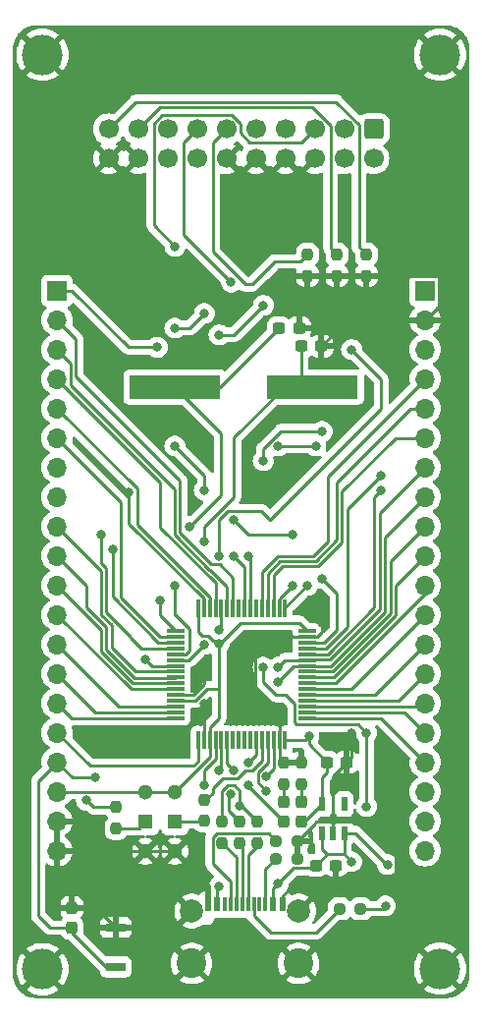
<source format=gbr>
%TF.GenerationSoftware,KiCad,Pcbnew,7.0.9*%
%TF.CreationDate,2023-12-21T13:21:24+09:00*%
%TF.ProjectId,STM32F103_dev_board,53544d33-3246-4313-9033-5f6465765f62,1.2.4*%
%TF.SameCoordinates,Original*%
%TF.FileFunction,Copper,L1,Top*%
%TF.FilePolarity,Positive*%
%FSLAX46Y46*%
G04 Gerber Fmt 4.6, Leading zero omitted, Abs format (unit mm)*
G04 Created by KiCad (PCBNEW 7.0.9) date 2023-12-21 13:21:24*
%MOMM*%
%LPD*%
G01*
G04 APERTURE LIST*
G04 Aperture macros list*
%AMRoundRect*
0 Rectangle with rounded corners*
0 $1 Rounding radius*
0 $2 $3 $4 $5 $6 $7 $8 $9 X,Y pos of 4 corners*
0 Add a 4 corners polygon primitive as box body*
4,1,4,$2,$3,$4,$5,$6,$7,$8,$9,$2,$3,0*
0 Add four circle primitives for the rounded corners*
1,1,$1+$1,$2,$3*
1,1,$1+$1,$4,$5*
1,1,$1+$1,$6,$7*
1,1,$1+$1,$8,$9*
0 Add four rect primitives between the rounded corners*
20,1,$1+$1,$2,$3,$4,$5,0*
20,1,$1+$1,$4,$5,$6,$7,0*
20,1,$1+$1,$6,$7,$8,$9,0*
20,1,$1+$1,$8,$9,$2,$3,0*%
G04 Aperture macros list end*
%TA.AperFunction,SMDPad,CuDef*%
%ADD10R,7.875000X2.000000*%
%TD*%
%TA.AperFunction,ComponentPad*%
%ADD11R,1.300000X1.300000*%
%TD*%
%TA.AperFunction,ComponentPad*%
%ADD12C,1.300000*%
%TD*%
%TA.AperFunction,SMDPad,CuDef*%
%ADD13R,0.600000X1.200000*%
%TD*%
%TA.AperFunction,SMDPad,CuDef*%
%ADD14RoundRect,0.237500X0.300000X0.237500X-0.300000X0.237500X-0.300000X-0.237500X0.300000X-0.237500X0*%
%TD*%
%TA.AperFunction,SMDPad,CuDef*%
%ADD15RoundRect,0.237500X-0.237500X0.250000X-0.237500X-0.250000X0.237500X-0.250000X0.237500X0.250000X0*%
%TD*%
%TA.AperFunction,SMDPad,CuDef*%
%ADD16R,1.700000X0.800000*%
%TD*%
%TA.AperFunction,SMDPad,CuDef*%
%ADD17RoundRect,0.237500X0.237500X-0.250000X0.237500X0.250000X-0.237500X0.250000X-0.237500X-0.250000X0*%
%TD*%
%TA.AperFunction,SMDPad,CuDef*%
%ADD18RoundRect,0.237500X-0.237500X0.287500X-0.237500X-0.287500X0.237500X-0.287500X0.237500X0.287500X0*%
%TD*%
%TA.AperFunction,ComponentPad*%
%ADD19C,3.500000*%
%TD*%
%TA.AperFunction,SMDPad,CuDef*%
%ADD20RoundRect,0.237500X0.237500X-0.300000X0.237500X0.300000X-0.237500X0.300000X-0.237500X-0.300000X0*%
%TD*%
%TA.AperFunction,SMDPad,CuDef*%
%ADD21R,0.600000X1.250000*%
%TD*%
%TA.AperFunction,SMDPad,CuDef*%
%ADD22R,0.300000X1.250000*%
%TD*%
%TA.AperFunction,ComponentPad*%
%ADD23C,2.000000*%
%TD*%
%TA.AperFunction,ComponentPad*%
%ADD24C,2.565000*%
%TD*%
%TA.AperFunction,SMDPad,CuDef*%
%ADD25RoundRect,0.237500X-0.250000X-0.237500X0.250000X-0.237500X0.250000X0.237500X-0.250000X0.237500X0*%
%TD*%
%TA.AperFunction,SMDPad,CuDef*%
%ADD26RoundRect,0.237500X0.250000X0.237500X-0.250000X0.237500X-0.250000X-0.237500X0.250000X-0.237500X0*%
%TD*%
%TA.AperFunction,SMDPad,CuDef*%
%ADD27RoundRect,0.075000X-0.700000X-0.075000X0.700000X-0.075000X0.700000X0.075000X-0.700000X0.075000X0*%
%TD*%
%TA.AperFunction,SMDPad,CuDef*%
%ADD28RoundRect,0.075000X-0.075000X-0.700000X0.075000X-0.700000X0.075000X0.700000X-0.075000X0.700000X0*%
%TD*%
%TA.AperFunction,ComponentPad*%
%ADD29RoundRect,0.250000X-0.600000X0.600000X-0.600000X-0.600000X0.600000X-0.600000X0.600000X0.600000X0*%
%TD*%
%TA.AperFunction,ComponentPad*%
%ADD30C,1.700000*%
%TD*%
%TA.AperFunction,ComponentPad*%
%ADD31R,1.700000X1.700000*%
%TD*%
%TA.AperFunction,ComponentPad*%
%ADD32O,1.700000X1.700000*%
%TD*%
%TA.AperFunction,ViaPad*%
%ADD33C,0.800000*%
%TD*%
%TA.AperFunction,Conductor*%
%ADD34C,0.250000*%
%TD*%
%TA.AperFunction,Conductor*%
%ADD35C,0.000000*%
%TD*%
G04 APERTURE END LIST*
D10*
%TO.P,Y1,1,1*%
%TO.N,OSC_OUT*%
X151575000Y-88900000D03*
%TO.P,Y1,2,2*%
%TO.N,OSC_IN*%
X139700000Y-88900000D03*
%TD*%
D11*
%TO.P,S3,1,COM*%
%TO.N,Net-(S3-COM)*%
X139700000Y-126365000D03*
D12*
%TO.P,S3,2,NO*%
%TO.N,GND*%
X139700000Y-128905000D03*
%TO.P,S3,3,NC*%
%TO.N,VCC3V3*%
X139700000Y-123825000D03*
%TD*%
D11*
%TO.P,S2,1,COM*%
%TO.N,Net-(S2-COM)*%
X137160000Y-126365000D03*
D12*
%TO.P,S2,2,NO*%
%TO.N,GND*%
X137160000Y-128905000D03*
%TO.P,S2,3,NC*%
%TO.N,VCC3V3*%
X137160000Y-123825000D03*
%TD*%
D13*
%TO.P,PS1,1,IN*%
%TO.N,5V*%
X152405000Y-127341000D03*
%TO.P,PS1,2,GND*%
%TO.N,GND*%
X153355000Y-127341000D03*
%TO.P,PS1,3,EN*%
%TO.N,5V*%
X154305000Y-127341000D03*
%TO.P,PS1,4,NC*%
%TO.N,unconnected-(PS1-NC-Pad4)*%
X154305000Y-124841000D03*
%TO.P,PS1,5,OUT*%
%TO.N,VCC3V3*%
X152405000Y-124841000D03*
%TD*%
D14*
%TO.P,C4,1*%
%TO.N,GND*%
X153582500Y-130120000D03*
%TO.P,C4,2*%
%TO.N,5V*%
X151857500Y-130120000D03*
%TD*%
D15*
%TO.P,R6,1*%
%TO.N,GND*%
X150622000Y-121261500D03*
%TO.P,R6,2*%
%TO.N,Net-(D1-K)*%
X150622000Y-123086500D03*
%TD*%
%TO.P,R5,1*%
%TO.N,BOOT1*%
X142240000Y-124460000D03*
%TO.P,R5,2*%
%TO.N,Net-(S3-COM)*%
X142240000Y-126285000D03*
%TD*%
D16*
%TO.P,S1,1*%
%TO.N,GND*%
X134620000Y-135460000D03*
%TO.P,S1,2*%
%TO.N,RESET*%
X134620000Y-138860000D03*
%TD*%
D17*
%TO.P,R13,1*%
%TO.N,Net-(J6-DN2)*%
X143764000Y-128166500D03*
%TO.P,R13,2*%
%TO.N,USBDM*%
X143764000Y-126341500D03*
%TD*%
D14*
%TO.P,C3,1*%
%TO.N,GND*%
X152322700Y-85394800D03*
%TO.P,C3,2*%
%TO.N,OSC_OUT*%
X150597700Y-85394800D03*
%TD*%
D15*
%TO.P,R12,1*%
%TO.N,GND*%
X149098000Y-121261500D03*
%TO.P,R12,2*%
%TO.N,Net-(D2-K)*%
X149098000Y-123086500D03*
%TD*%
D18*
%TO.P,D1,1,K*%
%TO.N,Net-(D1-K)*%
X150622000Y-124601000D03*
%TO.P,D1,2,A*%
%TO.N,VCC3V3*%
X150622000Y-126351000D03*
%TD*%
D19*
%TO.P,REF\u002A\u002A,1*%
%TO.N,GND*%
X162560000Y-60270000D03*
%TD*%
D20*
%TO.P,C10,1*%
%TO.N,RESET*%
X130810000Y-135482500D03*
%TO.P,C10,2*%
%TO.N,GND*%
X130810000Y-133757500D03*
%TD*%
D21*
%TO.P,J6,A1,GND_1*%
%TO.N,GND*%
X142558000Y-133482000D03*
%TO.P,J6,A4,VBUS_1*%
%TO.N,5V*%
X143358000Y-133482000D03*
D22*
%TO.P,J6,A5,CC1*%
%TO.N,Net-(J6-CC1)*%
X144508000Y-133482000D03*
%TO.P,J6,A6,DP1*%
%TO.N,Net-(J6-DP1)*%
X145508000Y-133482000D03*
%TO.P,J6,A7,DN1*%
%TO.N,Net-(J6-DN1)*%
X146008000Y-133482000D03*
%TO.P,J6,A8,SBU1*%
%TO.N,unconnected-(J6-SBU1-PadA8)*%
X147008000Y-133482000D03*
D21*
%TO.P,J6,A9,VBUS_2*%
%TO.N,5V*%
X148158000Y-133482000D03*
%TO.P,J6,A12,GND_2*%
%TO.N,GND*%
X148958000Y-133482000D03*
D22*
%TO.P,J6,B5,CC2*%
%TO.N,Net-(J6-CC2)*%
X147508000Y-133482000D03*
%TO.P,J6,B6,DP2*%
%TO.N,Net-(J6-DP2)*%
X146508000Y-133482000D03*
%TO.P,J6,B7,DN2*%
%TO.N,Net-(J6-DN2)*%
X145008000Y-133482000D03*
%TO.P,J6,B8,SBU2*%
%TO.N,unconnected-(J6-SBU2-PadB8)*%
X144008000Y-133482000D03*
D23*
%TO.P,J6,MH3,MH3*%
%TO.N,GND*%
X141148000Y-134057000D03*
%TO.P,J6,MH4,MH4*%
X150368000Y-134057000D03*
D24*
%TO.P,J6,MH5,MH5*%
X141148000Y-138557000D03*
%TO.P,J6,MH6,MH6*%
X150368000Y-138557000D03*
%TD*%
D19*
%TO.P,REF\u002A\u002A,1*%
%TO.N,GND*%
X128285913Y-139053348D03*
%TD*%
%TO.P,REF\u002A\u002A,1*%
%TO.N,GND*%
X128270000Y-60270000D03*
%TD*%
D25*
%TO.P,R14,1*%
%TO.N,Net-(J6-DP2)*%
X153900500Y-133858000D03*
%TO.P,R14,2*%
%TO.N,USBDP*%
X155725500Y-133858000D03*
%TD*%
D26*
%TO.P,R1,1*%
%TO.N,GND*%
X150264500Y-129540000D03*
%TO.P,R1,2*%
%TO.N,Net-(J6-CC2)*%
X148439500Y-129540000D03*
%TD*%
D18*
%TO.P,D2,1,K*%
%TO.N,Net-(D2-K)*%
X149098000Y-124601000D03*
%TO.P,D2,2,A*%
%TO.N,PA4*%
X149098000Y-126351000D03*
%TD*%
D17*
%TO.P,R4,1*%
%TO.N,Net-(S2-COM)*%
X134620000Y-126920000D03*
%TO.P,R4,2*%
%TO.N,BOOT0*%
X134620000Y-125095000D03*
%TD*%
D27*
%TO.P,U1,1,VBAT*%
%TO.N,VBAT*%
X139780000Y-109920000D03*
%TO.P,U1,2,PC13*%
%TO.N,PC13*%
X139780000Y-110420000D03*
%TO.P,U1,3,PC14*%
%TO.N,OSC32_IN*%
X139780000Y-110920000D03*
%TO.P,U1,4,PC15*%
%TO.N,OSC32_OUT*%
X139780000Y-111420000D03*
%TO.P,U1,5,PD0*%
%TO.N,OSC_IN*%
X139780000Y-111920000D03*
%TO.P,U1,6,PD1*%
%TO.N,OSC_OUT*%
X139780000Y-112420000D03*
%TO.P,U1,7,NRST*%
%TO.N,RESET*%
X139780000Y-112920000D03*
%TO.P,U1,8,PC0*%
%TO.N,PC0*%
X139780000Y-113420000D03*
%TO.P,U1,9,PC1*%
%TO.N,PC1*%
X139780000Y-113920000D03*
%TO.P,U1,10,PC2*%
%TO.N,PC2*%
X139780000Y-114420000D03*
%TO.P,U1,11,PC3*%
%TO.N,PC3*%
X139780000Y-114920000D03*
%TO.P,U1,12,VSSA*%
%TO.N,GND*%
X139780000Y-115420000D03*
%TO.P,U1,13,VDDA*%
%TO.N,VCC3V3*%
X139780000Y-115920000D03*
%TO.P,U1,14,PA0*%
%TO.N,PA0*%
X139780000Y-116420000D03*
%TO.P,U1,15,PA1*%
%TO.N,PA1*%
X139780000Y-116920000D03*
%TO.P,U1,16,PA2*%
%TO.N,PA2*%
X139780000Y-117420000D03*
D28*
%TO.P,U1,17,PA3*%
%TO.N,PA3*%
X141705000Y-119345000D03*
%TO.P,U1,18,VSS*%
%TO.N,GND*%
X142205000Y-119345000D03*
%TO.P,U1,19,VDD*%
%TO.N,VCC3V3*%
X142705000Y-119345000D03*
%TO.P,U1,20,PA4*%
%TO.N,PA4*%
X143205000Y-119345000D03*
%TO.P,U1,21,PA5*%
%TO.N,PA5*%
X143705000Y-119345000D03*
%TO.P,U1,22,PA6*%
%TO.N,PA6*%
X144205000Y-119345000D03*
%TO.P,U1,23,PA7*%
%TO.N,PA7*%
X144705000Y-119345000D03*
%TO.P,U1,24,PC4*%
%TO.N,PC4*%
X145205000Y-119345000D03*
%TO.P,U1,25,PC5*%
%TO.N,PC5*%
X145705000Y-119345000D03*
%TO.P,U1,26,PB0*%
%TO.N,PB0*%
X146205000Y-119345000D03*
%TO.P,U1,27,PB1*%
%TO.N,PB1*%
X146705000Y-119345000D03*
%TO.P,U1,28,PB2*%
%TO.N,BOOT1*%
X147205000Y-119345000D03*
%TO.P,U1,29,PB10*%
%TO.N,PB10*%
X147705000Y-119345000D03*
%TO.P,U1,30,PB11*%
%TO.N,PB11*%
X148205000Y-119345000D03*
%TO.P,U1,31,VSS*%
%TO.N,GND*%
X148705000Y-119345000D03*
%TO.P,U1,32,VDD*%
%TO.N,VCC3V3*%
X149205000Y-119345000D03*
D27*
%TO.P,U1,33,PB12*%
%TO.N,PB12*%
X151130000Y-117420000D03*
%TO.P,U1,34,PB13*%
%TO.N,PB13*%
X151130000Y-116920000D03*
%TO.P,U1,35,PB14*%
%TO.N,PB14*%
X151130000Y-116420000D03*
%TO.P,U1,36,PB15*%
%TO.N,PB15*%
X151130000Y-115920000D03*
%TO.P,U1,37,PC6*%
%TO.N,PC6*%
X151130000Y-115420000D03*
%TO.P,U1,38,PC7*%
%TO.N,PC7*%
X151130000Y-114920000D03*
%TO.P,U1,39,PC8*%
%TO.N,PC8*%
X151130000Y-114420000D03*
%TO.P,U1,40,PC9*%
%TO.N,PC9*%
X151130000Y-113920000D03*
%TO.P,U1,41,PA8*%
%TO.N,PA8*%
X151130000Y-113420000D03*
%TO.P,U1,42,PA9*%
%TO.N,PA9{slash}USART1_TX*%
X151130000Y-112920000D03*
%TO.P,U1,43,PA10*%
%TO.N,PA10{slash}USART1_RX*%
X151130000Y-112420000D03*
%TO.P,U1,44,PA11*%
%TO.N,PA11*%
X151130000Y-111920000D03*
%TO.P,U1,45,PA12*%
%TO.N,PA12*%
X151130000Y-111420000D03*
%TO.P,U1,46,PA13*%
%TO.N,JTMS{slash}SWDIO*%
X151130000Y-110920000D03*
%TO.P,U1,47,VSS*%
%TO.N,GND*%
X151130000Y-110420000D03*
%TO.P,U1,48,VDD*%
%TO.N,VCC3V3*%
X151130000Y-109920000D03*
D28*
%TO.P,U1,49,PA14*%
%TO.N,JTCK{slash}SWCLK*%
X149205000Y-107995000D03*
%TO.P,U1,50,PA15*%
%TO.N,JTDI*%
X148705000Y-107995000D03*
%TO.P,U1,51,PC10*%
%TO.N,PC10*%
X148205000Y-107995000D03*
%TO.P,U1,52,PC11*%
%TO.N,PC11*%
X147705000Y-107995000D03*
%TO.P,U1,53,PC12*%
%TO.N,PC12*%
X147205000Y-107995000D03*
%TO.P,U1,54,PD2*%
%TO.N,unconnected-(U1-PD2-Pad54)*%
X146705000Y-107995000D03*
%TO.P,U1,55,PB3*%
%TO.N,JTDO*%
X146205000Y-107995000D03*
%TO.P,U1,56,PB4*%
%TO.N,JNTRST*%
X145705000Y-107995000D03*
%TO.P,U1,57,PB5*%
%TO.N,PB5*%
X145205000Y-107995000D03*
%TO.P,U1,58,PB6*%
%TO.N,PB6*%
X144705000Y-107995000D03*
%TO.P,U1,59,PB7*%
%TO.N,PB7*%
X144205000Y-107995000D03*
%TO.P,U1,60,BOOT0*%
%TO.N,BOOT0*%
X143705000Y-107995000D03*
%TO.P,U1,61,PB8*%
%TO.N,PB8*%
X143205000Y-107995000D03*
%TO.P,U1,62,PB9*%
%TO.N,PB9*%
X142705000Y-107995000D03*
%TO.P,U1,63,VSS*%
%TO.N,GND*%
X142205000Y-107995000D03*
%TO.P,U1,64,VDD*%
%TO.N,VCC3V3*%
X141705000Y-107995000D03*
%TD*%
D29*
%TO.P,J1,1,VTREF*%
%TO.N,VCC3V3*%
X156845000Y-66675000D03*
D30*
%TO.P,J1,2,VCC/NC*%
X156845000Y-69215000D03*
%TO.P,J1,3,~{TRST}*%
%TO.N,JNTRST*%
X154305000Y-66675000D03*
%TO.P,J1,4,GND*%
%TO.N,GND*%
X154305000Y-69215000D03*
%TO.P,J1,5,TDI*%
%TO.N,JTDI*%
X151765000Y-66675000D03*
%TO.P,J1,6,GND*%
%TO.N,GND*%
X151765000Y-69215000D03*
%TO.P,J1,7,TMS/SWDIO*%
%TO.N,JTMS{slash}SWDIO*%
X149225000Y-66675000D03*
%TO.P,J1,8,GND*%
%TO.N,GND*%
X149225000Y-69215000D03*
%TO.P,J1,9,TCK/SWDCLK*%
%TO.N,JTCK{slash}SWCLK*%
X146685000Y-66675000D03*
%TO.P,J1,10,GND*%
%TO.N,GND*%
X146685000Y-69215000D03*
%TO.P,J1,11,RTCK*%
%TO.N,Net-(J1-RTCK)*%
X144145000Y-66675000D03*
%TO.P,J1,12,GND*%
%TO.N,GND*%
X144145000Y-69215000D03*
%TO.P,J1,13,TDO/SWO*%
%TO.N,JTDO*%
X141605000Y-66675000D03*
%TO.P,J1,14,GND*%
%TO.N,GND*%
X141605000Y-69215000D03*
%TO.P,J1,15,~{SRST}*%
%TO.N,RESET*%
X139065000Y-66675000D03*
%TO.P,J1,16,GND*%
%TO.N,GND*%
X139065000Y-69215000D03*
%TO.P,J1,17,DBGRQ/NC*%
%TO.N,Net-(J1-DBGRQ{slash}NC)*%
X136525000Y-66675000D03*
%TO.P,J1,18,GND*%
%TO.N,GND*%
X136525000Y-69215000D03*
%TO.P,J1,19,DBGACK/NC*%
%TO.N,Net-(J1-DBGACK{slash}NC)*%
X133985000Y-66675000D03*
%TO.P,J1,20,GND*%
%TO.N,GND*%
X133985000Y-69215000D03*
%TD*%
D17*
%TO.P,R7,1*%
%TO.N,Net-(J6-DN1)*%
X146812000Y-128166500D03*
%TO.P,R7,2*%
%TO.N,USBDM*%
X146812000Y-126341500D03*
%TD*%
D14*
%TO.P,C6,1*%
%TO.N,GND*%
X154532500Y-121230000D03*
%TO.P,C6,2*%
%TO.N,VCC3V3*%
X152807500Y-121230000D03*
%TD*%
%TO.P,C2,1*%
%TO.N,GND*%
X150402500Y-83820000D03*
%TO.P,C2,2*%
%TO.N,OSC_IN*%
X148677500Y-83820000D03*
%TD*%
D15*
%TO.P,R10,1*%
%TO.N,Net-(J1-RTCK)*%
X151130000Y-77482500D03*
%TO.P,R10,2*%
%TO.N,GND*%
X151130000Y-79307500D03*
%TD*%
D31*
%TO.P,J3,1,Pin_1*%
%TO.N,VCC3V3*%
X161290000Y-80590000D03*
D32*
%TO.P,J3,2,Pin_2*%
%TO.N,GND*%
X161290000Y-83130000D03*
%TO.P,J3,3,Pin_3*%
%TO.N,5V*%
X161290000Y-85670000D03*
%TO.P,J3,4,Pin_4*%
%TO.N,PC12*%
X161290000Y-88210000D03*
%TO.P,J3,5,Pin_5*%
%TO.N,PC11*%
X161290000Y-90750000D03*
%TO.P,J3,6,Pin_6*%
%TO.N,PC10*%
X161290000Y-93290000D03*
%TO.P,J3,7,Pin_7*%
%TO.N,PA10{slash}USART1_RX*%
X161290000Y-95830000D03*
%TO.P,J3,8,Pin_8*%
%TO.N,PA9{slash}USART1_TX*%
X161290000Y-98370000D03*
%TO.P,J3,9,Pin_9*%
%TO.N,PA8*%
X161290000Y-100910000D03*
%TO.P,J3,10,Pin_10*%
%TO.N,PC9*%
X161290000Y-103450000D03*
%TO.P,J3,11,Pin_11*%
%TO.N,PC8*%
X161290000Y-105990000D03*
%TO.P,J3,12,Pin_12*%
%TO.N,PC7*%
X161290000Y-108530000D03*
%TO.P,J3,13,Pin_13*%
%TO.N,PC6*%
X161290000Y-111070000D03*
%TO.P,J3,14,Pin_14*%
%TO.N,PB15*%
X161290000Y-113610000D03*
%TO.P,J3,15,Pin_15*%
%TO.N,PB14*%
X161290000Y-116150000D03*
%TO.P,J3,16,Pin_16*%
%TO.N,PB13*%
X161290000Y-118690000D03*
%TO.P,J3,17,Pin_17*%
%TO.N,PB12*%
X161290000Y-121230000D03*
%TO.P,J3,18,Pin_18*%
%TO.N,PB11*%
X161290000Y-123770000D03*
%TO.P,J3,19,Pin_19*%
%TO.N,PB10*%
X161290000Y-126310000D03*
%TO.P,J3,20,Pin_20*%
%TO.N,PB1*%
X161290000Y-128850000D03*
%TD*%
D19*
%TO.P,REF\u002A\u002A,1*%
%TO.N,GND*%
X162560000Y-139010000D03*
%TD*%
D15*
%TO.P,R9,1*%
%TO.N,Net-(J1-DBGACK{slash}NC)*%
X156210000Y-77482500D03*
%TO.P,R9,2*%
%TO.N,GND*%
X156210000Y-79307500D03*
%TD*%
%TO.P,R11,1*%
%TO.N,Net-(J1-DBGRQ{slash}NC)*%
X153670000Y-77482500D03*
%TO.P,R11,2*%
%TO.N,GND*%
X153670000Y-79307500D03*
%TD*%
D17*
%TO.P,R3,1*%
%TO.N,Net-(J6-DP1)*%
X145288000Y-128166500D03*
%TO.P,R3,2*%
%TO.N,USBDP*%
X145288000Y-126341500D03*
%TD*%
D26*
%TO.P,R2,1*%
%TO.N,GND*%
X150264500Y-128016000D03*
%TO.P,R2,2*%
%TO.N,Net-(J6-CC1)*%
X148439500Y-128016000D03*
%TD*%
D31*
%TO.P,J2,1,Pin_1*%
%TO.N,VBAT*%
X129540000Y-80590000D03*
D32*
%TO.P,J2,2,Pin_2*%
%TO.N,PB6*%
X129540000Y-83130000D03*
%TO.P,J2,3,Pin_3*%
%TO.N,PB7*%
X129540000Y-85670000D03*
%TO.P,J2,4,Pin_4*%
%TO.N,PB8*%
X129540000Y-88210000D03*
%TO.P,J2,5,Pin_5*%
%TO.N,PB9*%
X129540000Y-90750000D03*
%TO.P,J2,6,Pin_6*%
%TO.N,PC13*%
X129540000Y-93290000D03*
%TO.P,J2,7,Pin_7*%
%TO.N,PA5*%
X129540000Y-95830000D03*
%TO.P,J2,8,Pin_8*%
%TO.N,PA6*%
X129540000Y-98370000D03*
%TO.P,J2,9,Pin_9*%
%TO.N,PC0*%
X129540000Y-100910000D03*
%TO.P,J2,10,Pin_10*%
%TO.N,PC1*%
X129540000Y-103450000D03*
%TO.P,J2,11,Pin_11*%
%TO.N,PC2*%
X129540000Y-105990000D03*
%TO.P,J2,12,Pin_12*%
%TO.N,PC3*%
X129540000Y-108530000D03*
%TO.P,J2,13,Pin_13*%
%TO.N,PA0*%
X129540000Y-111070000D03*
%TO.P,J2,14,Pin_14*%
%TO.N,PA1*%
X129540000Y-113610000D03*
%TO.P,J2,15,Pin_15*%
%TO.N,PA2*%
X129540000Y-116150000D03*
%TO.P,J2,16,Pin_16*%
%TO.N,PA3*%
X129540000Y-118690000D03*
%TO.P,J2,17,Pin_17*%
%TO.N,RESET*%
X129540000Y-121230000D03*
%TO.P,J2,18,Pin_18*%
%TO.N,VCC3V3*%
X129540000Y-123770000D03*
%TO.P,J2,19,Pin_19*%
%TO.N,GND*%
X129540000Y-126310000D03*
%TO.P,J2,20,Pin_20*%
X129540000Y-128850000D03*
%TD*%
D33*
%TO.N,GND*%
X149860000Y-96520000D03*
%TO.N,OSC_IN*%
X139700000Y-105990000D03*
X140970000Y-100910000D03*
%TO.N,OSC_OUT*%
X142240000Y-102180000D03*
X142240000Y-111070000D03*
%TO.N,OSC32_IN*%
X147320000Y-95250000D03*
X142240000Y-82550000D03*
X139700000Y-83820000D03*
X152400000Y-92710000D03*
X134345500Y-102870000D03*
%TO.N,OSC32_OUT*%
X149860000Y-101600000D03*
X139700000Y-93980000D03*
X142240000Y-97790000D03*
X133350000Y-101600000D03*
X144780000Y-100330000D03*
%TO.N,PA4*%
X142240000Y-123190000D03*
X146050000Y-123190000D03*
%TO.N,PA12*%
X157480000Y-96520000D03*
%TO.N,PA11*%
X157480000Y-97790000D03*
%TO.N,JNTRST*%
X144780000Y-103450000D03*
%TO.N,JTDI*%
X139700000Y-76780000D03*
X149860000Y-105990000D03*
%TO.N,JTMS{slash}SWDIO*%
X148590000Y-93980000D03*
X152400000Y-105410000D03*
X151854500Y-93980000D03*
%TO.N,JTCK{slash}SWCLK*%
X151130000Y-105990000D03*
%TO.N,JTDO*%
X143510000Y-84400000D03*
X144546054Y-79865958D03*
X146050000Y-103450000D03*
X147320000Y-81860000D03*
%TO.N,PA5*%
X143510000Y-121920000D03*
%TO.N,PA6*%
X144780000Y-121920000D03*
%TO.N,PB11*%
X147574000Y-122428000D03*
%TO.N,PB10*%
X147574000Y-123698000D03*
%TO.N,PB1*%
X146050000Y-121230000D03*
%TO.N,BOOT0*%
X143510000Y-109800000D03*
X132080000Y-124509500D03*
%TO.N,RESET*%
X143510000Y-103450000D03*
X137160000Y-112340000D03*
X154940000Y-85670000D03*
X132842000Y-122555000D03*
%TO.N,GND*%
X142240000Y-131445000D03*
X142240000Y-116150000D03*
X147320000Y-111070000D03*
X142218369Y-113562009D03*
X154940000Y-118690000D03*
X150241000Y-132080000D03*
X153670000Y-132080000D03*
X152400000Y-109220000D03*
X135722701Y-97957299D03*
%TO.N,5V*%
X143510000Y-131953000D03*
X156210000Y-118690000D03*
X156210000Y-125040000D03*
X147320000Y-113030000D03*
X158025500Y-130048000D03*
X154935701Y-129789701D03*
X148590000Y-131699000D03*
%TO.N,VCC3V3*%
X151257000Y-118999000D03*
X143510000Y-110998000D03*
%TO.N,VBAT*%
X138176000Y-85471000D03*
X138430000Y-107260000D03*
%TO.N,USBDP*%
X157861000Y-133604000D03*
X144526000Y-123952000D03*
%TO.N,USBDM*%
X145288000Y-124968000D03*
%TO.N,PA10{slash}USART1_RX*%
X148590000Y-113030000D03*
%TO.N,PA9{slash}USART1_TX*%
X148590000Y-114300000D03*
%TD*%
D34*
%TO.N,OSC_OUT*%
X150597700Y-87922700D02*
X151575000Y-88900000D01*
X150597700Y-85394800D02*
X150597700Y-87922700D01*
%TO.N,GND*%
X153620000Y-84097500D02*
X153620000Y-83820000D01*
X152322700Y-85394800D02*
X153620000Y-84097500D01*
X153620000Y-83820000D02*
X150402500Y-83820000D01*
X154310000Y-83130000D02*
X153620000Y-83820000D01*
%TO.N,OSC_OUT*%
X149130000Y-88900000D02*
X144780000Y-93250000D01*
X151575000Y-88900000D02*
X149130000Y-88900000D01*
%TO.N,OSC_IN*%
X143670000Y-92870000D02*
X143670000Y-98210000D01*
X139700000Y-88900000D02*
X143670000Y-92870000D01*
X148677500Y-83820000D02*
X143597500Y-88900000D01*
X143597500Y-88900000D02*
X139700000Y-88900000D01*
%TO.N,VBAT*%
X130810000Y-80590000D02*
X129540000Y-80590000D01*
X138176000Y-85471000D02*
X135691000Y-85471000D01*
X135691000Y-85471000D02*
X130810000Y-80590000D01*
%TO.N,OSC32_OUT*%
X142240000Y-96520000D02*
X142240000Y-97790000D01*
X139700000Y-93980000D02*
X142240000Y-96520000D01*
%TO.N,PB6*%
X131165000Y-84755000D02*
X129540000Y-83130000D01*
X140150000Y-101466396D02*
X140150000Y-96970000D01*
X142858604Y-104175000D02*
X140150000Y-101466396D01*
X140150000Y-96970000D02*
X131165000Y-87985000D01*
X143545000Y-104175000D02*
X142858604Y-104175000D01*
X131165000Y-87985000D02*
X131165000Y-84755000D01*
X144705000Y-105335000D02*
X143545000Y-104175000D01*
X144705000Y-107995000D02*
X144705000Y-105335000D01*
%TO.N,PB7*%
X139700000Y-97733604D02*
X130715000Y-88748604D01*
X130715000Y-88748604D02*
X130715000Y-86845000D01*
X139700000Y-101652792D02*
X139700000Y-97733604D01*
X130715000Y-86845000D02*
X129540000Y-85670000D01*
X142672208Y-104625000D02*
X139700000Y-101652792D01*
X142725000Y-104625000D02*
X142672208Y-104625000D01*
X144205000Y-107995000D02*
X144205000Y-106105000D01*
X144205000Y-106105000D02*
X142725000Y-104625000D01*
%TO.N,RESET*%
X147175000Y-99605000D02*
X144235000Y-99605000D01*
X143510000Y-100330000D02*
X143510000Y-103450000D01*
X147900000Y-100330000D02*
X147175000Y-99605000D01*
X157480000Y-90750000D02*
X147900000Y-100330000D01*
X157480000Y-88210000D02*
X157480000Y-90750000D01*
X144235000Y-99605000D02*
X143510000Y-100330000D01*
X154940000Y-85670000D02*
X157480000Y-88210000D01*
%TO.N,OSC_IN*%
X139700000Y-108530000D02*
X139700000Y-105990000D01*
X140970000Y-111570685D02*
X140970000Y-109769315D01*
X139730685Y-108530000D02*
X139700000Y-108530000D01*
X139780000Y-111920000D02*
X140620685Y-111920000D01*
X140970000Y-109769315D02*
X139730685Y-108530000D01*
X140620685Y-111920000D02*
X140970000Y-111570685D01*
X143670000Y-98210000D02*
X140970000Y-100910000D01*
%TO.N,OSC_OUT*%
X140890000Y-112420000D02*
X139780000Y-112420000D01*
X142240000Y-102180000D02*
X142240000Y-100910000D01*
X144780000Y-98370000D02*
X144780000Y-93250000D01*
X142240000Y-100910000D02*
X144780000Y-98370000D01*
X142240000Y-111070000D02*
X140890000Y-112420000D01*
%TO.N,Net-(D1-K)*%
X150622000Y-124601000D02*
X150622000Y-123086500D01*
%TO.N,OSC32_IN*%
X134345500Y-106985500D02*
X138280000Y-110920000D01*
X152400000Y-92710000D02*
X148834695Y-92710000D01*
X140970000Y-83820000D02*
X139700000Y-83820000D01*
X134345500Y-102870000D02*
X134345500Y-106985500D01*
X138280000Y-110920000D02*
X139780000Y-110920000D01*
X148834695Y-92710000D02*
X147320000Y-94224695D01*
X147320000Y-94224695D02*
X147320000Y-95250000D01*
X142240000Y-82550000D02*
X140970000Y-83820000D01*
%TO.N,OSC32_OUT*%
X146050000Y-101600000D02*
X144780000Y-100330000D01*
X135890000Y-110490000D02*
X135890000Y-110430812D01*
X139780000Y-111420000D02*
X136820000Y-111420000D01*
X136820000Y-111420000D02*
X135890000Y-110490000D01*
X133800000Y-104533604D02*
X133350000Y-104083604D01*
X135890000Y-110430812D02*
X133800000Y-108340812D01*
X133800000Y-108340812D02*
X133800000Y-104533604D01*
X133350000Y-104083604D02*
X133350000Y-101600000D01*
X149860000Y-101600000D02*
X146050000Y-101600000D01*
%TO.N,PA4*%
X146050000Y-123190000D02*
X146050000Y-123303000D01*
X146050000Y-123303000D02*
X149098000Y-126351000D01*
X143205000Y-120955000D02*
X143205000Y-119345000D01*
X142240000Y-123190000D02*
X142240000Y-121920000D01*
X142240000Y-121920000D02*
X143205000Y-120955000D01*
%TO.N,PA12*%
X157480000Y-96520000D02*
X154570000Y-99430000D01*
X154570000Y-99430000D02*
X154570000Y-109581624D01*
X152731624Y-111420000D02*
X151130000Y-111420000D01*
X154570000Y-109581624D02*
X152731624Y-111420000D01*
%TO.N,Net-(J1-RTCK)*%
X142970000Y-67850000D02*
X144145000Y-66675000D01*
X145749695Y-80045000D02*
X142970000Y-77265305D01*
X148320305Y-78075000D02*
X146350305Y-80045000D01*
X150537500Y-78075000D02*
X151130000Y-77482500D01*
X146350305Y-80045000D02*
X145749695Y-80045000D01*
X142970000Y-77265305D02*
X142970000Y-67850000D01*
X148320305Y-78075000D02*
X150537500Y-78075000D01*
%TO.N,PA11*%
X157480000Y-97790000D02*
X156895406Y-98374594D01*
X156895406Y-98374594D02*
X156895406Y-107892614D01*
X156895406Y-107892614D02*
X152868020Y-111920000D01*
X152868020Y-111920000D02*
X151130000Y-111920000D01*
%TO.N,Net-(J1-DBGRQ{slash}NC)*%
X153130000Y-66378299D02*
X151521701Y-64770000D01*
X153130000Y-76942500D02*
X153130000Y-66378299D01*
X138430000Y-64770000D02*
X136525000Y-66675000D01*
X153670000Y-77482500D02*
X153130000Y-76942500D01*
X151521701Y-64770000D02*
X138430000Y-64770000D01*
%TO.N,Net-(J1-DBGACK{slash}NC)*%
X153611701Y-64320000D02*
X155575000Y-66283299D01*
X155575000Y-66283299D02*
X155575000Y-76847500D01*
X155575000Y-76847500D02*
X156210000Y-77482500D01*
X133985000Y-66675000D02*
X136340000Y-64320000D01*
X136340000Y-64320000D02*
X153611701Y-64320000D01*
%TO.N,JNTRST*%
X145705000Y-104375000D02*
X144780000Y-103450000D01*
X145705000Y-107995000D02*
X145705000Y-104375000D01*
%TO.N,JTDI*%
X144631701Y-65500000D02*
X138578299Y-65500000D01*
X145320000Y-66188299D02*
X144631701Y-65500000D01*
X138578299Y-65500000D02*
X137890000Y-66188299D01*
X148705000Y-107145000D02*
X148705000Y-107995000D01*
X146145000Y-67850000D02*
X145320000Y-67025000D01*
X137890000Y-74970000D02*
X139700000Y-76780000D01*
X150590000Y-67850000D02*
X146145000Y-67850000D01*
X149860000Y-105990000D02*
X148705000Y-107145000D01*
X137890000Y-66188299D02*
X137890000Y-74970000D01*
X145320000Y-67025000D02*
X145320000Y-66188299D01*
X151765000Y-66675000D02*
X150590000Y-67850000D01*
%TO.N,JTMS{slash}SWDIO*%
X152400000Y-105410000D02*
X153670000Y-106680000D01*
X148590000Y-93980000D02*
X151820000Y-93980000D01*
X153670000Y-109845228D02*
X152595228Y-110920000D01*
X152595228Y-110920000D02*
X151130000Y-110920000D01*
X153670000Y-106680000D02*
X153670000Y-109845228D01*
%TO.N,JTCK{slash}SWCLK*%
X149205000Y-107915000D02*
X151130000Y-105990000D01*
X149205000Y-107995000D02*
X149205000Y-107915000D01*
%TO.N,JTDO*%
X146050000Y-103450000D02*
X146205000Y-103605000D01*
X141605000Y-66675000D02*
X140430000Y-67850000D01*
X144780000Y-84400000D02*
X143510000Y-84400000D01*
X147320000Y-81860000D02*
X144780000Y-84400000D01*
X146205000Y-103605000D02*
X146205000Y-107995000D01*
X140430000Y-67850000D02*
X140430000Y-75749904D01*
X140430000Y-75749904D02*
X144546054Y-79865958D01*
%TO.N,PB8*%
X129540000Y-88210000D02*
X138430000Y-97100000D01*
X143205000Y-105794188D02*
X143205000Y-107995000D01*
X138430000Y-97100000D02*
X138430000Y-101019188D01*
X138430000Y-101019188D02*
X143205000Y-105794188D01*
%TO.N,PB9*%
X142705000Y-107017919D02*
X142705000Y-107995000D01*
X129540000Y-90750000D02*
X136447701Y-97657701D01*
X136447701Y-97657701D02*
X136447701Y-100760620D01*
X136447701Y-100760620D02*
X142705000Y-107017919D01*
%TO.N,PC13*%
X138416396Y-110420000D02*
X139780000Y-110420000D01*
X135070000Y-107073604D02*
X138416396Y-110420000D01*
X129540000Y-93290000D02*
X135070000Y-98820000D01*
X135070000Y-98820000D02*
X135070000Y-107073604D01*
%TO.N,PA5*%
X143705000Y-119345000D02*
X143705000Y-121725000D01*
X143705000Y-121725000D02*
X143510000Y-121920000D01*
%TO.N,PA6*%
X144205000Y-119345000D02*
X144205000Y-121345000D01*
X144205000Y-121345000D02*
X144780000Y-121920000D01*
%TO.N,PC0*%
X134250000Y-109427208D02*
X133350000Y-108527208D01*
X136339188Y-113420000D02*
X134250000Y-111330812D01*
X133350000Y-108527208D02*
X133350000Y-104720000D01*
X139780000Y-113420000D02*
X136339188Y-113420000D01*
X134250000Y-111330812D02*
X134250000Y-109427208D01*
X133350000Y-104720000D02*
X129540000Y-100910000D01*
%TO.N,PC1*%
X133800000Y-111517208D02*
X136227792Y-113945000D01*
X132080000Y-105995584D02*
X132080000Y-107893604D01*
X129540000Y-103450000D02*
X129540000Y-103455584D01*
X136227792Y-113945000D02*
X139755000Y-113945000D01*
X129540000Y-103455584D02*
X132080000Y-105995584D01*
X139755000Y-113945000D02*
X139780000Y-113920000D01*
X133800000Y-109613604D02*
X133800000Y-111517208D01*
X132080000Y-107893604D02*
X133800000Y-109613604D01*
%TO.N,PC2*%
X133350000Y-109800000D02*
X129540000Y-105990000D01*
X133350000Y-111703604D02*
X133350000Y-109800000D01*
X139780000Y-114420000D02*
X136066396Y-114420000D01*
X136066396Y-114420000D02*
X133350000Y-111703604D01*
%TO.N,PC3*%
X129540000Y-108530000D02*
X135930000Y-114920000D01*
X135930000Y-114920000D02*
X139780000Y-114920000D01*
%TO.N,PA0*%
X139780000Y-116420000D02*
X134890000Y-116420000D01*
X134890000Y-116420000D02*
X129540000Y-111070000D01*
%TO.N,PA1*%
X132850000Y-116920000D02*
X139780000Y-116920000D01*
X129540000Y-113610000D02*
X132850000Y-116920000D01*
%TO.N,PA2*%
X130810000Y-117420000D02*
X129540000Y-116150000D01*
X139780000Y-117420000D02*
X130810000Y-117420000D01*
%TO.N,PA3*%
X141705000Y-121138604D02*
X141291802Y-121551802D01*
X141291802Y-121551802D02*
X132401802Y-121551802D01*
X132401802Y-121551802D02*
X129540000Y-118690000D01*
X141705000Y-119345000D02*
X141705000Y-121138604D01*
%TO.N,PC12*%
X152875000Y-102235000D02*
X151660000Y-103450000D01*
X161290000Y-88210000D02*
X152875000Y-96625000D01*
X151660000Y-103450000D02*
X148590000Y-103450000D01*
X148590000Y-103450000D02*
X147205000Y-104835000D01*
X152875000Y-96625000D02*
X152875000Y-102235000D01*
X147205000Y-104835000D02*
X147205000Y-107995000D01*
%TO.N,PC11*%
X160020000Y-90750000D02*
X161290000Y-90750000D01*
X148776396Y-103900000D02*
X151846396Y-103900000D01*
X153670000Y-97100000D02*
X160020000Y-90750000D01*
X153670000Y-102076396D02*
X153670000Y-97100000D01*
X147705000Y-107995000D02*
X147705000Y-104971396D01*
X147705000Y-104971396D02*
X148776396Y-103900000D01*
X151846396Y-103900000D02*
X153670000Y-102076396D01*
%TO.N,PC10*%
X148205000Y-105107792D02*
X148205000Y-107995000D01*
X152032792Y-104350000D02*
X148962792Y-104350000D01*
X148962792Y-104350000D02*
X148205000Y-105107792D01*
X161290000Y-93290000D02*
X158750000Y-93290000D01*
X158750000Y-93290000D02*
X154120000Y-97920000D01*
X154120000Y-97920000D02*
X154120000Y-102262792D01*
X154120000Y-102262792D02*
X152032792Y-104350000D01*
%TO.N,PA8*%
X158300000Y-103900000D02*
X161290000Y-100910000D01*
X151130000Y-113420000D02*
X153277208Y-113420000D01*
X153277208Y-113420000D02*
X158300000Y-108397208D01*
X158300000Y-108397208D02*
X158300000Y-103900000D01*
%TO.N,PC9*%
X161290000Y-103450000D02*
X158750000Y-105990000D01*
X158750000Y-108583604D02*
X153413604Y-113920000D01*
X153413604Y-113920000D02*
X151130000Y-113920000D01*
X158750000Y-105990000D02*
X158750000Y-108583604D01*
%TO.N,PC8*%
X161290000Y-106680000D02*
X161290000Y-105990000D01*
X151130000Y-114420000D02*
X153550000Y-114420000D01*
X153550000Y-114420000D02*
X161290000Y-106680000D01*
%TO.N,PC7*%
X161290000Y-108530000D02*
X154900000Y-114920000D01*
X154900000Y-114920000D02*
X151130000Y-114920000D01*
%TO.N,PC6*%
X151130000Y-115420000D02*
X156940000Y-115420000D01*
X156940000Y-115420000D02*
X161290000Y-111070000D01*
%TO.N,PB15*%
X158980000Y-115920000D02*
X151130000Y-115920000D01*
X161290000Y-113610000D02*
X158980000Y-115920000D01*
%TO.N,PB14*%
X151130000Y-116420000D02*
X161020000Y-116420000D01*
X161020000Y-116420000D02*
X161290000Y-116150000D01*
%TO.N,Net-(S2-COM)*%
X134620000Y-126920000D02*
X136605000Y-126920000D01*
X136605000Y-126920000D02*
X137160000Y-126365000D01*
%TO.N,Net-(J6-CC1)*%
X144488000Y-133462000D02*
X144508000Y-133482000D01*
X147777500Y-127354000D02*
X144680000Y-127354000D01*
X142964000Y-130010000D02*
X144488000Y-131534000D01*
X143293505Y-127354000D02*
X142964000Y-127683505D01*
X142964000Y-127683505D02*
X142964000Y-130010000D01*
X144488000Y-131534000D02*
X144488000Y-133462000D01*
X144626000Y-127354000D02*
X143293505Y-127354000D01*
X148439500Y-128016000D02*
X147777500Y-127354000D01*
%TO.N,Net-(J6-DP1)*%
X145288000Y-128166500D02*
X145508000Y-128386500D01*
X145508000Y-128386500D02*
X145508000Y-133482000D01*
%TO.N,Net-(J6-DN1)*%
X146008000Y-129224500D02*
X146008000Y-133482000D01*
X146812000Y-128420500D02*
X146008000Y-129224500D01*
X146812000Y-128166500D02*
X146812000Y-128420500D01*
%TO.N,Net-(J6-CC2)*%
X148397000Y-129540000D02*
X147508000Y-130429000D01*
X148439500Y-129540000D02*
X148397000Y-129540000D01*
X147508000Y-130429000D02*
X147508000Y-133482000D01*
%TO.N,PB13*%
X161290000Y-118690000D02*
X159520000Y-116920000D01*
X159520000Y-116920000D02*
X151130000Y-116920000D01*
%TO.N,PB12*%
X157480000Y-117420000D02*
X161290000Y-121230000D01*
X151130000Y-117420000D02*
X157480000Y-117420000D01*
%TO.N,PB11*%
X147574000Y-122428000D02*
X148205000Y-121797000D01*
X148205000Y-121797000D02*
X148205000Y-119345000D01*
%TO.N,PB10*%
X147705000Y-121236701D02*
X146849000Y-122092701D01*
X146849000Y-122973000D02*
X147574000Y-123698000D01*
X146849000Y-122092701D02*
X146849000Y-122973000D01*
X147705000Y-119345000D02*
X147705000Y-121236701D01*
%TO.N,PB1*%
X146705000Y-120575000D02*
X146050000Y-121230000D01*
X146705000Y-119345000D02*
X146705000Y-120575000D01*
%TO.N,BOOT0*%
X134620000Y-125095000D02*
X132665500Y-125095000D01*
X143705000Y-109605000D02*
X143510000Y-109800000D01*
X132665500Y-125095000D02*
X132080000Y-124509500D01*
X143705000Y-107995000D02*
X143705000Y-109605000D01*
%TO.N,BOOT1*%
X145770305Y-121955000D02*
X146350305Y-121955000D01*
X142965000Y-123838500D02*
X142965000Y-123481000D01*
X147205000Y-121100305D02*
X147205000Y-119345000D01*
X142965000Y-123481000D02*
X143801000Y-122645000D01*
X146350305Y-121955000D02*
X147205000Y-121100305D01*
X142240000Y-124563500D02*
X142965000Y-123838500D01*
X145080305Y-122645000D02*
X145770305Y-121955000D01*
X143801000Y-122645000D02*
X145080305Y-122645000D01*
%TO.N,Net-(D2-K)*%
X149098000Y-124601000D02*
X149098000Y-123086500D01*
%TO.N,RESET*%
X130810000Y-135890000D02*
X133780000Y-138860000D01*
X130810000Y-135482500D02*
X128958500Y-135482500D01*
X130810000Y-135482500D02*
X130810000Y-135890000D01*
X128958500Y-135482500D02*
X127915000Y-134439000D01*
X130865000Y-122555000D02*
X132842000Y-122555000D01*
X139780000Y-112920000D02*
X137740000Y-112920000D01*
X127915000Y-122855000D02*
X129540000Y-121230000D01*
X137740000Y-112920000D02*
X137160000Y-112340000D01*
X127915000Y-134439000D02*
X127915000Y-122855000D01*
X129540000Y-121230000D02*
X130865000Y-122555000D01*
X133780000Y-138860000D02*
X134620000Y-138860000D01*
%TO.N,GND*%
X142205000Y-119345000D02*
X142205000Y-118110000D01*
X151780000Y-126513495D02*
X150277495Y-128016000D01*
X130810000Y-133757500D02*
X132917500Y-133757500D01*
X162465000Y-81955000D02*
X162465000Y-79320000D01*
X156790000Y-126310000D02*
X153416000Y-126310000D01*
X142621000Y-133419000D02*
X142558000Y-133482000D01*
X148705000Y-120868500D02*
X148705000Y-119345000D01*
X142218369Y-113562009D02*
X142218369Y-114509930D01*
X142205000Y-107154315D02*
X142205000Y-107995000D01*
X154940000Y-120822500D02*
X154532500Y-121230000D01*
X151130000Y-79307500D02*
X153670000Y-79307500D01*
X156210000Y-79307500D02*
X153670000Y-79307500D01*
X142218369Y-114509930D02*
X141308299Y-115420000D01*
X148958000Y-132728000D02*
X148958000Y-133482000D01*
X153416000Y-126310000D02*
X153350000Y-126310000D01*
X153350000Y-126310000D02*
X153350000Y-127315000D01*
X150277495Y-128016000D02*
X150264500Y-128016000D01*
X142240000Y-131445000D02*
X142240000Y-131410000D01*
X153582500Y-130120000D02*
X153582500Y-131992500D01*
X142205000Y-116185000D02*
X142240000Y-116150000D01*
X151970685Y-110420000D02*
X152400000Y-109990685D01*
X151780000Y-126416000D02*
X151780000Y-126513495D01*
X153350000Y-126310000D02*
X153350000Y-122412500D01*
X153670000Y-132080000D02*
X158750000Y-132080000D01*
X153416000Y-126310000D02*
X151886000Y-126310000D01*
X161290000Y-83130000D02*
X162465000Y-81955000D01*
X151886000Y-126310000D02*
X151780000Y-126416000D01*
X129540000Y-128850000D02*
X129540000Y-126310000D01*
X158750000Y-132080000D02*
X158750000Y-128270000D01*
X162465000Y-79415000D02*
X162465000Y-79320000D01*
X151130000Y-110420000D02*
X151970685Y-110420000D01*
X153582500Y-131992500D02*
X153670000Y-132080000D01*
X150241000Y-132080000D02*
X149606000Y-132080000D01*
X154940000Y-118690000D02*
X154940000Y-120822500D01*
X142240000Y-131445000D02*
X142621000Y-131826000D01*
X132917500Y-133102500D02*
X137155000Y-128865000D01*
X142240000Y-131410000D02*
X139695000Y-128865000D01*
X137160000Y-128870000D02*
X137155000Y-128865000D01*
X149098000Y-121261500D02*
X150622000Y-121261500D01*
X156210000Y-79307500D02*
X162357500Y-79307500D01*
X132917500Y-133757500D02*
X134620000Y-135460000D01*
X150241000Y-132080000D02*
X153670000Y-132080000D01*
X139695000Y-128865000D02*
X137155000Y-128865000D01*
X148705000Y-117384658D02*
X146595000Y-115274658D01*
X135722701Y-100672016D02*
X142205000Y-107154315D01*
X161290000Y-83130000D02*
X154310000Y-83130000D01*
X135722701Y-97957299D02*
X135722701Y-100672016D01*
X146595000Y-111795000D02*
X147320000Y-111070000D01*
X150264500Y-128016000D02*
X150264500Y-129540000D01*
X142621000Y-131826000D02*
X142621000Y-133419000D01*
X148705000Y-119345000D02*
X148705000Y-117384658D01*
X142205000Y-119345000D02*
X142205000Y-118504315D01*
X146595000Y-115274658D02*
X146595000Y-111795000D01*
X141308299Y-115420000D02*
X139780000Y-115420000D01*
X149606000Y-132080000D02*
X148958000Y-132728000D01*
X153350000Y-122412500D02*
X154532500Y-121230000D01*
D35*
X128270000Y-60270000D02*
X129540000Y-60270000D01*
D34*
X137155000Y-128865000D02*
X129555000Y-128865000D01*
X147970000Y-110420000D02*
X147320000Y-111070000D01*
X150264500Y-129540000D02*
X150484500Y-129320000D01*
X149098000Y-121261500D02*
X148705000Y-120868500D01*
X151130000Y-110420000D02*
X147970000Y-110420000D01*
X132917500Y-133757500D02*
X132917500Y-133102500D01*
X158750000Y-128270000D02*
X156790000Y-126310000D01*
X152400000Y-109990685D02*
X152400000Y-109220000D01*
X142275000Y-131445000D02*
X142240000Y-131445000D01*
X142205000Y-118110000D02*
X142205000Y-116185000D01*
X129555000Y-128865000D02*
X129540000Y-128850000D01*
X162357500Y-79307500D02*
X162465000Y-79415000D01*
%TO.N,5V*%
X154305000Y-129159000D02*
X152818500Y-129159000D01*
X150223000Y-117965000D02*
X155485000Y-117965000D01*
X148158000Y-133482000D02*
X148158000Y-132131000D01*
X149949000Y-130340000D02*
X148590000Y-131699000D01*
X152818500Y-129159000D02*
X151857500Y-130120000D01*
X154305000Y-127341000D02*
X154305000Y-129159000D01*
X150030000Y-117772000D02*
X150223000Y-117965000D01*
X148445000Y-115425000D02*
X149265305Y-115425000D01*
X155485000Y-117965000D02*
X156210000Y-118690000D01*
X152405000Y-127341000D02*
X152405000Y-128745500D01*
X154305000Y-129159000D02*
X154935701Y-129789701D01*
X147320000Y-114300000D02*
X148445000Y-115425000D01*
X158025500Y-130048000D02*
X157988000Y-130048000D01*
X151857500Y-130120000D02*
X151637500Y-130340000D01*
X143358000Y-132105000D02*
X143358000Y-133482000D01*
X156210000Y-118690000D02*
X156210000Y-125040000D01*
X149265305Y-115425000D02*
X150030000Y-116189695D01*
X148158000Y-132131000D02*
X148590000Y-131699000D01*
X157988000Y-130048000D02*
X155255000Y-127315000D01*
X147320000Y-113030000D02*
X147320000Y-114300000D01*
X150030000Y-116189695D02*
X150030000Y-117772000D01*
X152405000Y-128745500D02*
X152818500Y-129159000D01*
X155255000Y-127315000D02*
X154300000Y-127315000D01*
X154935701Y-129789701D02*
X154697176Y-129789701D01*
X143510000Y-131953000D02*
X143358000Y-132105000D01*
X151637500Y-130340000D02*
X149949000Y-130340000D01*
%TO.N,VCC3V3*%
X152807500Y-122117500D02*
X152405000Y-122520000D01*
X151257000Y-119679500D02*
X151257000Y-118999000D01*
X150895000Y-126351000D02*
X152405000Y-124841000D01*
X149205000Y-119995000D02*
X149205000Y-119345000D01*
X145360000Y-109220000D02*
X143582000Y-110998000D01*
X150911000Y-119345000D02*
X151257000Y-118999000D01*
X129555000Y-123785000D02*
X129540000Y-123770000D01*
X142095000Y-110345000D02*
X142540305Y-110345000D01*
X141705000Y-107995000D02*
X141705000Y-109955000D01*
X150622000Y-126351000D02*
X150895000Y-126351000D01*
X152807500Y-121230000D02*
X152807500Y-122117500D01*
X141444695Y-115920000D02*
X139780000Y-115920000D01*
X142540305Y-110345000D02*
X142965000Y-110769695D01*
X152807500Y-121230000D02*
X151257000Y-119679500D01*
X143510000Y-113030685D02*
X143510000Y-110998000D01*
X143582000Y-110998000D02*
X143510000Y-110998000D01*
X142965000Y-110769695D02*
X143281695Y-110769695D01*
X150430000Y-109220000D02*
X145360000Y-109220000D01*
X143281695Y-110769695D02*
X143510000Y-110998000D01*
X152405000Y-124841000D02*
X152405000Y-122520000D01*
X143510000Y-117420000D02*
X143510000Y-113030685D01*
X142705000Y-120775000D02*
X139695000Y-123785000D01*
X142705000Y-118225000D02*
X143510000Y-117420000D01*
X141705000Y-109955000D02*
X142095000Y-110345000D01*
X143510000Y-114880000D02*
X142484695Y-114880000D01*
X139695000Y-123785000D02*
X137155000Y-123785000D01*
X143510000Y-111070000D02*
X143510000Y-111070000D01*
X142705000Y-119345000D02*
X142705000Y-120775000D01*
X143510000Y-113030685D02*
X143510000Y-114880000D01*
X142484695Y-114880000D02*
X141444695Y-115920000D01*
X149205000Y-119345000D02*
X150911000Y-119345000D01*
X137155000Y-123785000D02*
X129555000Y-123785000D01*
X151130000Y-109920000D02*
X150430000Y-109220000D01*
X142705000Y-119345000D02*
X142705000Y-118225000D01*
%TO.N,VBAT*%
X138430000Y-107260000D02*
X138430000Y-108570000D01*
X138430000Y-108570000D02*
X139780000Y-109920000D01*
%TO.N,USBDP*%
X144320000Y-125373500D02*
X145288000Y-126341500D01*
X155725500Y-133858000D02*
X157608396Y-133858000D01*
X157861000Y-133605396D02*
X157861000Y-133604000D01*
X144320000Y-124158000D02*
X144320000Y-125373500D01*
X144526000Y-123952000D02*
X144320000Y-124158000D01*
X157608396Y-133858000D02*
X157861000Y-133605396D01*
%TO.N,USBDM*%
X145288000Y-124968000D02*
X145438500Y-124968000D01*
X144225695Y-123227000D02*
X143764000Y-123688695D01*
X144826305Y-123227000D02*
X144225695Y-123227000D01*
X143764000Y-123688695D02*
X143764000Y-126341500D01*
X145288000Y-124968000D02*
X145288000Y-123688695D01*
X145438500Y-124968000D02*
X146812000Y-126341500D01*
X145288000Y-123688695D02*
X144826305Y-123227000D01*
%TO.N,PA10{slash}USART1_RX*%
X153029416Y-112395000D02*
X151130000Y-112395000D01*
X161290000Y-95830000D02*
X157345406Y-99774594D01*
X149200000Y-112420000D02*
X148590000Y-113030000D01*
X151130000Y-112420000D02*
X149200000Y-112420000D01*
X157345406Y-108079010D02*
X153029416Y-112395000D01*
X157345406Y-99774594D02*
X157345406Y-108079010D01*
X151130000Y-112395000D02*
X151130000Y-112420000D01*
%TO.N,PA9{slash}USART1_TX*%
X151130000Y-112920000D02*
X149970000Y-112920000D01*
X149970000Y-112920000D02*
X148590000Y-114300000D01*
X157795406Y-101864594D02*
X161290000Y-98370000D01*
X157795406Y-108265406D02*
X157795406Y-101864594D01*
X153140812Y-112920000D02*
X157795406Y-108265406D01*
X151130000Y-112920000D02*
X153140812Y-112920000D01*
%TO.N,Net-(J6-DP2)*%
X151868500Y-135890000D02*
X147955000Y-135890000D01*
X146508000Y-134443000D02*
X146508000Y-133482000D01*
X153900500Y-133858000D02*
X151868500Y-135890000D01*
X147955000Y-135890000D02*
X146508000Y-134443000D01*
%TO.N,Net-(J6-DN2)*%
X143764000Y-128166500D02*
X145008000Y-129410500D01*
X145008000Y-129410500D02*
X145008000Y-133482000D01*
%TO.N,Net-(S3-COM)*%
X142240000Y-126388500D02*
X142176500Y-126325000D01*
X139710000Y-126310000D02*
X139695000Y-126325000D01*
X142176500Y-126325000D02*
X139695000Y-126325000D01*
%TD*%
%TA.AperFunction,Conductor*%
%TO.N,GND*%
G36*
X151523833Y-127120369D02*
G01*
X151579767Y-127162240D01*
X151604184Y-127227704D01*
X151604500Y-127236551D01*
X151604500Y-127988870D01*
X151604501Y-127988876D01*
X151610908Y-128048483D01*
X151661202Y-128183328D01*
X151661203Y-128183329D01*
X151661204Y-128183331D01*
X151665645Y-128189263D01*
X151752769Y-128305646D01*
X151750370Y-128307441D01*
X151776666Y-128355597D01*
X151779500Y-128381955D01*
X151779500Y-128662755D01*
X151777775Y-128678372D01*
X151778061Y-128678399D01*
X151777326Y-128686165D01*
X151779500Y-128755314D01*
X151779500Y-128784843D01*
X151779501Y-128784860D01*
X151780368Y-128791731D01*
X151780826Y-128797550D01*
X151782290Y-128844124D01*
X151782291Y-128844127D01*
X151787880Y-128863367D01*
X151791824Y-128882411D01*
X151794336Y-128902292D01*
X151811490Y-128945620D01*
X151813382Y-128951147D01*
X151823480Y-128985905D01*
X151823281Y-129055774D01*
X151785339Y-129114444D01*
X151721701Y-129143288D01*
X151704405Y-129144500D01*
X151508331Y-129144500D01*
X151508312Y-129144501D01*
X151407247Y-129154825D01*
X151407242Y-129154826D01*
X151376504Y-129165012D01*
X151306676Y-129167412D01*
X151246635Y-129131679D01*
X151219797Y-129086308D01*
X151187454Y-128988701D01*
X151187450Y-128988692D01*
X151097645Y-128843098D01*
X151079204Y-128775705D01*
X151097645Y-128712902D01*
X151187450Y-128567307D01*
X151187453Y-128567300D01*
X151241680Y-128403652D01*
X151251999Y-128302654D01*
X151252000Y-128302641D01*
X151252000Y-128266000D01*
X150514500Y-128266000D01*
X150514500Y-129590500D01*
X150494815Y-129657539D01*
X150442011Y-129703294D01*
X150390500Y-129714500D01*
X150138500Y-129714500D01*
X150071461Y-129694815D01*
X150025706Y-129642011D01*
X150014500Y-129590500D01*
X150014500Y-127890000D01*
X150034185Y-127822961D01*
X150086989Y-127777206D01*
X150138500Y-127766000D01*
X151251999Y-127766000D01*
X151251999Y-127729360D01*
X151251998Y-127729345D01*
X151241680Y-127628347D01*
X151187453Y-127464699D01*
X151187452Y-127464697D01*
X151180440Y-127453329D01*
X151161999Y-127385937D01*
X151182920Y-127319273D01*
X151220877Y-127282694D01*
X151320350Y-127221340D01*
X151392822Y-127148867D01*
X151454141Y-127115385D01*
X151523833Y-127120369D01*
G37*
%TD.AperFunction*%
%TA.AperFunction,Conductor*%
G36*
X129790000Y-128414498D02*
G01*
X129682315Y-128365320D01*
X129575763Y-128350000D01*
X129504237Y-128350000D01*
X129397685Y-128365320D01*
X129290000Y-128414498D01*
X129290000Y-126745501D01*
X129397685Y-126794680D01*
X129504237Y-126810000D01*
X129575763Y-126810000D01*
X129682315Y-126794680D01*
X129790000Y-126745501D01*
X129790000Y-128414498D01*
G37*
%TD.AperFunction*%
%TA.AperFunction,Conductor*%
G36*
X150698709Y-119990185D02*
G01*
X150738401Y-120031377D01*
X150758830Y-120065920D01*
X150758831Y-120065921D01*
X150758833Y-120065924D01*
X150772990Y-120080080D01*
X150785627Y-120094875D01*
X150797406Y-120111087D01*
X150827040Y-120135602D01*
X150866148Y-120193502D01*
X150872000Y-120231146D01*
X150872000Y-121387500D01*
X150852315Y-121454539D01*
X150799511Y-121500294D01*
X150748000Y-121511500D01*
X148972000Y-121511500D01*
X148904961Y-121491815D01*
X148859206Y-121439011D01*
X148848000Y-121387500D01*
X148848000Y-121135500D01*
X148867685Y-121068461D01*
X148920489Y-121022706D01*
X148972000Y-121011500D01*
X150372000Y-121011500D01*
X150372000Y-120274000D01*
X150335361Y-120274000D01*
X150335343Y-120274001D01*
X150234347Y-120284319D01*
X150070699Y-120338546D01*
X150070694Y-120338548D01*
X150008451Y-120376941D01*
X149941058Y-120395381D01*
X149874395Y-120374458D01*
X149829625Y-120320816D01*
X149820964Y-120251486D01*
X149828790Y-120223955D01*
X149840687Y-120195236D01*
X149855500Y-120082720D01*
X149856030Y-120078695D01*
X149857981Y-120078951D01*
X149879292Y-120020774D01*
X149934978Y-119978575D01*
X149978994Y-119970500D01*
X150631670Y-119970500D01*
X150698709Y-119990185D01*
G37*
%TD.AperFunction*%
%TA.AperFunction,Conductor*%
G36*
X142803834Y-115547965D02*
G01*
X142859767Y-115589837D01*
X142884184Y-115655301D01*
X142884500Y-115664147D01*
X142884500Y-117109546D01*
X142864815Y-117176585D01*
X142848181Y-117197227D01*
X142321208Y-117724199D01*
X142308951Y-117734020D01*
X142309134Y-117734241D01*
X142303123Y-117739213D01*
X142255772Y-117789636D01*
X142234889Y-117810519D01*
X142234877Y-117810532D01*
X142230621Y-117816017D01*
X142226837Y-117820447D01*
X142194937Y-117854418D01*
X142194936Y-117854420D01*
X142185284Y-117871976D01*
X142174610Y-117888226D01*
X142162329Y-117904061D01*
X142162324Y-117904068D01*
X142143815Y-117946838D01*
X142141245Y-117952084D01*
X142118802Y-117992909D01*
X142115932Y-118000159D01*
X142113401Y-117999157D01*
X142084324Y-118047981D01*
X142021793Y-118079152D01*
X142016164Y-118080025D01*
X141972270Y-118085804D01*
X141938527Y-118083593D01*
X141938293Y-118085374D01*
X141930236Y-118084313D01*
X141910451Y-118081708D01*
X141817727Y-118069500D01*
X141817720Y-118069500D01*
X141592280Y-118069500D01*
X141592272Y-118069500D01*
X141479764Y-118084313D01*
X141479763Y-118084313D01*
X141339770Y-118142300D01*
X141339767Y-118142301D01*
X141339767Y-118142302D01*
X141219549Y-118234549D01*
X141152659Y-118321722D01*
X141127300Y-118354770D01*
X141069313Y-118494763D01*
X141069313Y-118494764D01*
X141054500Y-118607272D01*
X141054500Y-120082727D01*
X141069313Y-120195237D01*
X141070061Y-120197042D01*
X141070823Y-120200873D01*
X141071417Y-120203090D01*
X141071271Y-120203128D01*
X141079500Y-120244495D01*
X141079500Y-120802302D01*
X141059815Y-120869341D01*
X141007011Y-120915096D01*
X140955500Y-120926302D01*
X132712255Y-120926302D01*
X132645216Y-120906617D01*
X132624574Y-120889983D01*
X130880237Y-119145646D01*
X130846752Y-119084323D01*
X130848142Y-119025876D01*
X130875063Y-118925408D01*
X130895659Y-118690000D01*
X130895044Y-118682976D01*
X130887361Y-118595160D01*
X130875063Y-118454592D01*
X130816051Y-118234352D01*
X130813905Y-118226344D01*
X130813900Y-118226330D01*
X130811837Y-118221906D01*
X130801344Y-118152829D01*
X130829863Y-118089045D01*
X130888339Y-118050804D01*
X130924218Y-118045500D01*
X138880505Y-118045500D01*
X138921871Y-118053728D01*
X138921910Y-118053583D01*
X138924126Y-118054176D01*
X138927958Y-118054939D01*
X138929764Y-118055687D01*
X139042280Y-118070500D01*
X139042287Y-118070500D01*
X140517713Y-118070500D01*
X140517720Y-118070500D01*
X140630236Y-118055687D01*
X140770233Y-117997698D01*
X140890451Y-117905451D01*
X140982698Y-117785233D01*
X141040687Y-117645236D01*
X141055500Y-117532720D01*
X141055500Y-117307280D01*
X141040687Y-117194764D01*
X141040686Y-117194763D01*
X141039626Y-117186705D01*
X141042689Y-117186301D01*
X141042689Y-117153698D01*
X141039626Y-117153295D01*
X141040687Y-117145236D01*
X141055500Y-117032720D01*
X141055500Y-116807280D01*
X141040687Y-116694764D01*
X141040686Y-116694763D01*
X141039626Y-116686705D01*
X141042671Y-116686304D01*
X141042668Y-116637840D01*
X141042802Y-116637341D01*
X141079199Y-116577700D01*
X141142063Y-116547206D01*
X141162559Y-116545500D01*
X141361952Y-116545500D01*
X141377572Y-116547224D01*
X141377599Y-116546939D01*
X141385355Y-116547671D01*
X141385362Y-116547673D01*
X141454509Y-116545500D01*
X141484045Y-116545500D01*
X141490923Y-116544630D01*
X141496736Y-116544172D01*
X141543322Y-116542709D01*
X141562564Y-116537117D01*
X141581607Y-116533174D01*
X141601487Y-116530664D01*
X141644817Y-116513507D01*
X141650341Y-116511617D01*
X141654091Y-116510527D01*
X141695085Y-116498618D01*
X141712324Y-116488422D01*
X141729798Y-116479862D01*
X141748422Y-116472488D01*
X141748422Y-116472487D01*
X141748427Y-116472486D01*
X141786144Y-116445082D01*
X141791000Y-116441892D01*
X141831115Y-116418170D01*
X141845284Y-116403999D01*
X141860074Y-116391368D01*
X141876282Y-116379594D01*
X141905994Y-116343676D01*
X141909907Y-116339376D01*
X142672820Y-115576465D01*
X142734142Y-115542981D01*
X142803834Y-115547965D01*
G37*
%TD.AperFunction*%
%TA.AperFunction,Conductor*%
G36*
X149797539Y-109865185D02*
G01*
X149843294Y-109917989D01*
X149854500Y-109969500D01*
X149854500Y-110032727D01*
X149870374Y-110153293D01*
X149868593Y-110153527D01*
X149870804Y-110187270D01*
X149859911Y-110269999D01*
X149861801Y-110272154D01*
X149921503Y-110289685D01*
X149952838Y-110318512D01*
X149972791Y-110344515D01*
X149997984Y-110409684D01*
X149983945Y-110478129D01*
X149972791Y-110495484D01*
X149952839Y-110521486D01*
X149896413Y-110562689D01*
X149860894Y-110568879D01*
X149859911Y-110570000D01*
X149870804Y-110652729D01*
X149868595Y-110686472D01*
X149870374Y-110686707D01*
X149854500Y-110807272D01*
X149854500Y-111032727D01*
X149870374Y-111153292D01*
X149867399Y-111153683D01*
X149867399Y-111186316D01*
X149870374Y-111186708D01*
X149854500Y-111307272D01*
X149854500Y-111532727D01*
X149870374Y-111653292D01*
X149867370Y-111653687D01*
X149867379Y-111701978D01*
X149867245Y-111702480D01*
X149830937Y-111762175D01*
X149768119Y-111792764D01*
X149747440Y-111794500D01*
X149282737Y-111794500D01*
X149267120Y-111792776D01*
X149267093Y-111793062D01*
X149259331Y-111792327D01*
X149190203Y-111794500D01*
X149160650Y-111794500D01*
X149159929Y-111794590D01*
X149153757Y-111795369D01*
X149147945Y-111795826D01*
X149101373Y-111797290D01*
X149101372Y-111797290D01*
X149082129Y-111802881D01*
X149063079Y-111806825D01*
X149043211Y-111809334D01*
X149043209Y-111809335D01*
X148999884Y-111826488D01*
X148994357Y-111828380D01*
X148949610Y-111841381D01*
X148949609Y-111841382D01*
X148932367Y-111851579D01*
X148914899Y-111860137D01*
X148896269Y-111867513D01*
X148896267Y-111867514D01*
X148858576Y-111894898D01*
X148853694Y-111898105D01*
X148813579Y-111921830D01*
X148799408Y-111936000D01*
X148784623Y-111948628D01*
X148768412Y-111960407D01*
X148738714Y-111996304D01*
X148734782Y-112000624D01*
X148642228Y-112093180D01*
X148580905Y-112126666D01*
X148554546Y-112129500D01*
X148495354Y-112129500D01*
X148462897Y-112136398D01*
X148310197Y-112168855D01*
X148310192Y-112168857D01*
X148137270Y-112245848D01*
X148137265Y-112245851D01*
X148027885Y-112325321D01*
X147962079Y-112348801D01*
X147894025Y-112332975D01*
X147882115Y-112325321D01*
X147772734Y-112245851D01*
X147772729Y-112245848D01*
X147599807Y-112168857D01*
X147599802Y-112168855D01*
X147452867Y-112137624D01*
X147414646Y-112129500D01*
X147225354Y-112129500D01*
X147192897Y-112136398D01*
X147040197Y-112168855D01*
X147040192Y-112168857D01*
X146867270Y-112245848D01*
X146867265Y-112245851D01*
X146714129Y-112357111D01*
X146587466Y-112497785D01*
X146492821Y-112661715D01*
X146492818Y-112661722D01*
X146434327Y-112841740D01*
X146434326Y-112841744D01*
X146414540Y-113030000D01*
X146434326Y-113218256D01*
X146434327Y-113218259D01*
X146492818Y-113398277D01*
X146492821Y-113398284D01*
X146587467Y-113562216D01*
X146622177Y-113600765D01*
X146662650Y-113645715D01*
X146692880Y-113708706D01*
X146694500Y-113728687D01*
X146694500Y-114217255D01*
X146692775Y-114232872D01*
X146693061Y-114232899D01*
X146692326Y-114240665D01*
X146694500Y-114309814D01*
X146694500Y-114339343D01*
X146694501Y-114339360D01*
X146695368Y-114346231D01*
X146695826Y-114352050D01*
X146697290Y-114398624D01*
X146697291Y-114398627D01*
X146702880Y-114417867D01*
X146706824Y-114436911D01*
X146709336Y-114456792D01*
X146726490Y-114500119D01*
X146728382Y-114505647D01*
X146741381Y-114550388D01*
X146751580Y-114567634D01*
X146760136Y-114585100D01*
X146767514Y-114603732D01*
X146794898Y-114641423D01*
X146798106Y-114646307D01*
X146821827Y-114686416D01*
X146821833Y-114686424D01*
X146835990Y-114700580D01*
X146848628Y-114715376D01*
X146860405Y-114731586D01*
X146860406Y-114731587D01*
X146896309Y-114761288D01*
X146900620Y-114765210D01*
X147683374Y-115547965D01*
X147944197Y-115808788D01*
X147954022Y-115821051D01*
X147954243Y-115820869D01*
X147959214Y-115826878D01*
X147985217Y-115851295D01*
X148009635Y-115874226D01*
X148030529Y-115895120D01*
X148036011Y-115899373D01*
X148040443Y-115903157D01*
X148074418Y-115935062D01*
X148091976Y-115944714D01*
X148108235Y-115955395D01*
X148124064Y-115967673D01*
X148166838Y-115986182D01*
X148172056Y-115988738D01*
X148212908Y-116011197D01*
X148232316Y-116016180D01*
X148250717Y-116022480D01*
X148269104Y-116030437D01*
X148309393Y-116036818D01*
X148315119Y-116037725D01*
X148320839Y-116038909D01*
X148365981Y-116050500D01*
X148386016Y-116050500D01*
X148405414Y-116052026D01*
X148425194Y-116055159D01*
X148425195Y-116055160D01*
X148425195Y-116055159D01*
X148425196Y-116055160D01*
X148471584Y-116050775D01*
X148477422Y-116050500D01*
X148954853Y-116050500D01*
X149021892Y-116070185D01*
X149042534Y-116086819D01*
X149368181Y-116412466D01*
X149401666Y-116473789D01*
X149404500Y-116500147D01*
X149404500Y-117689255D01*
X149402775Y-117704872D01*
X149403061Y-117704899D01*
X149402326Y-117712665D01*
X149404500Y-117781814D01*
X149404500Y-117811343D01*
X149404501Y-117811360D01*
X149405368Y-117818231D01*
X149405826Y-117824050D01*
X149407290Y-117870624D01*
X149407291Y-117870627D01*
X149412880Y-117889867D01*
X149416824Y-117908908D01*
X149417104Y-117911121D01*
X149419484Y-117929961D01*
X149408355Y-117998939D01*
X149361701Y-118050950D01*
X149296461Y-118069500D01*
X149092272Y-118069500D01*
X148998708Y-118081819D01*
X148979764Y-118084313D01*
X148979763Y-118084313D01*
X148971707Y-118085374D01*
X148971472Y-118083595D01*
X148937729Y-118085804D01*
X148855000Y-118074911D01*
X148852845Y-118076801D01*
X148835315Y-118136502D01*
X148806487Y-118167838D01*
X148780486Y-118187789D01*
X148715319Y-118212984D01*
X148646874Y-118198946D01*
X148629515Y-118187790D01*
X148603512Y-118167838D01*
X148562310Y-118111410D01*
X148556120Y-118075894D01*
X148554999Y-118074911D01*
X148472270Y-118085804D01*
X148438527Y-118083593D01*
X148438293Y-118085374D01*
X148430236Y-118084313D01*
X148410451Y-118081708D01*
X148317727Y-118069500D01*
X148317720Y-118069500D01*
X148092280Y-118069500D01*
X148092272Y-118069500D01*
X148005393Y-118080938D01*
X147979764Y-118084313D01*
X147979762Y-118084313D01*
X147971708Y-118085374D01*
X147971316Y-118082399D01*
X147938684Y-118082399D01*
X147938292Y-118085374D01*
X147930237Y-118084313D01*
X147930236Y-118084313D01*
X147901271Y-118080499D01*
X147817727Y-118069500D01*
X147817720Y-118069500D01*
X147592280Y-118069500D01*
X147592272Y-118069500D01*
X147505393Y-118080938D01*
X147479764Y-118084313D01*
X147479762Y-118084313D01*
X147471708Y-118085374D01*
X147471316Y-118082399D01*
X147438684Y-118082399D01*
X147438292Y-118085374D01*
X147430237Y-118084313D01*
X147430236Y-118084313D01*
X147401271Y-118080499D01*
X147317727Y-118069500D01*
X147317720Y-118069500D01*
X147092280Y-118069500D01*
X147092272Y-118069500D01*
X147005393Y-118080938D01*
X146979764Y-118084313D01*
X146979762Y-118084313D01*
X146971708Y-118085374D01*
X146971316Y-118082399D01*
X146938684Y-118082399D01*
X146938292Y-118085374D01*
X146930237Y-118084313D01*
X146930236Y-118084313D01*
X146901271Y-118080499D01*
X146817727Y-118069500D01*
X146817720Y-118069500D01*
X146592280Y-118069500D01*
X146592272Y-118069500D01*
X146505393Y-118080938D01*
X146479764Y-118084313D01*
X146479762Y-118084313D01*
X146471708Y-118085374D01*
X146471316Y-118082399D01*
X146438684Y-118082399D01*
X146438292Y-118085374D01*
X146430237Y-118084313D01*
X146430236Y-118084313D01*
X146401271Y-118080499D01*
X146317727Y-118069500D01*
X146317720Y-118069500D01*
X146092280Y-118069500D01*
X146092272Y-118069500D01*
X146005393Y-118080938D01*
X145979764Y-118084313D01*
X145979762Y-118084313D01*
X145971708Y-118085374D01*
X145971316Y-118082399D01*
X145938684Y-118082399D01*
X145938292Y-118085374D01*
X145930237Y-118084313D01*
X145930236Y-118084313D01*
X145901271Y-118080499D01*
X145817727Y-118069500D01*
X145817720Y-118069500D01*
X145592280Y-118069500D01*
X145592272Y-118069500D01*
X145505393Y-118080938D01*
X145479764Y-118084313D01*
X145479762Y-118084313D01*
X145471708Y-118085374D01*
X145471316Y-118082399D01*
X145438684Y-118082399D01*
X145438292Y-118085374D01*
X145430237Y-118084313D01*
X145430236Y-118084313D01*
X145401271Y-118080499D01*
X145317727Y-118069500D01*
X145317720Y-118069500D01*
X145092280Y-118069500D01*
X145092272Y-118069500D01*
X145005393Y-118080938D01*
X144979764Y-118084313D01*
X144979762Y-118084313D01*
X144971708Y-118085374D01*
X144971316Y-118082399D01*
X144938684Y-118082399D01*
X144938292Y-118085374D01*
X144930237Y-118084313D01*
X144930236Y-118084313D01*
X144901271Y-118080499D01*
X144817727Y-118069500D01*
X144817720Y-118069500D01*
X144592280Y-118069500D01*
X144592272Y-118069500D01*
X144505393Y-118080938D01*
X144479764Y-118084313D01*
X144479762Y-118084313D01*
X144471708Y-118085374D01*
X144471316Y-118082399D01*
X144438684Y-118082399D01*
X144438292Y-118085374D01*
X144430237Y-118084313D01*
X144430236Y-118084313D01*
X144401271Y-118080499D01*
X144317727Y-118069500D01*
X144317720Y-118069500D01*
X144092280Y-118069500D01*
X144092279Y-118069500D01*
X144055301Y-118074368D01*
X143986266Y-118063600D01*
X143934011Y-118017219D01*
X143915127Y-117949950D01*
X143935609Y-117883150D01*
X143948729Y-117866541D01*
X143959226Y-117855364D01*
X143980120Y-117834471D01*
X143984379Y-117828978D01*
X143988152Y-117824561D01*
X144020062Y-117790582D01*
X144029715Y-117773020D01*
X144040389Y-117756770D01*
X144052673Y-117740936D01*
X144071180Y-117698167D01*
X144073749Y-117692924D01*
X144096196Y-117652093D01*
X144096197Y-117652092D01*
X144101177Y-117632691D01*
X144107478Y-117614288D01*
X144115438Y-117595896D01*
X144122730Y-117549849D01*
X144123911Y-117544152D01*
X144135500Y-117499019D01*
X144135500Y-117478983D01*
X144137027Y-117459582D01*
X144140160Y-117439804D01*
X144135775Y-117393415D01*
X144135500Y-117387577D01*
X144135500Y-114950844D01*
X144137697Y-114927606D01*
X144139227Y-114919588D01*
X144135621Y-114862275D01*
X144135500Y-114858403D01*
X144135500Y-111696687D01*
X144155185Y-111629648D01*
X144167350Y-111613715D01*
X144185891Y-111593122D01*
X144242533Y-111530216D01*
X144337179Y-111366284D01*
X144395674Y-111186256D01*
X144404865Y-111098801D01*
X144431450Y-111034189D01*
X144440505Y-111024084D01*
X145582771Y-109881819D01*
X145644094Y-109848334D01*
X145670452Y-109845500D01*
X149730500Y-109845500D01*
X149797539Y-109865185D01*
G37*
%TD.AperFunction*%
%TA.AperFunction,Conductor*%
G36*
X142821062Y-111849980D02*
G01*
X142869948Y-111899900D01*
X142884500Y-111958185D01*
X142884500Y-114130500D01*
X142864815Y-114197539D01*
X142812011Y-114243294D01*
X142760500Y-114254500D01*
X142567433Y-114254500D01*
X142551816Y-114252776D01*
X142551789Y-114253062D01*
X142544027Y-114252327D01*
X142474899Y-114254500D01*
X142445345Y-114254500D01*
X142444624Y-114254590D01*
X142438452Y-114255369D01*
X142432640Y-114255826D01*
X142386068Y-114257290D01*
X142386067Y-114257290D01*
X142366824Y-114262881D01*
X142347774Y-114266825D01*
X142327906Y-114269334D01*
X142284579Y-114286488D01*
X142279053Y-114288379D01*
X142234309Y-114301379D01*
X142234305Y-114301381D01*
X142217061Y-114311579D01*
X142199600Y-114320133D01*
X142180969Y-114327510D01*
X142180957Y-114327517D01*
X142143265Y-114354902D01*
X142138382Y-114358109D01*
X142098275Y-114381829D01*
X142084109Y-114395995D01*
X142069319Y-114408627D01*
X142053109Y-114420404D01*
X142053106Y-114420407D01*
X142023405Y-114456309D01*
X142019472Y-114460631D01*
X141254385Y-115225718D01*
X141193062Y-115259203D01*
X141123370Y-115254219D01*
X141067437Y-115212347D01*
X141043020Y-115146883D01*
X141043764Y-115121857D01*
X141055500Y-115032720D01*
X141055500Y-114807280D01*
X141040687Y-114694764D01*
X141040686Y-114694763D01*
X141039626Y-114686705D01*
X141042689Y-114686301D01*
X141042689Y-114653698D01*
X141039626Y-114653295D01*
X141046151Y-114603732D01*
X141055500Y-114532720D01*
X141055500Y-114307280D01*
X141040687Y-114194764D01*
X141040686Y-114194763D01*
X141039626Y-114186705D01*
X141042689Y-114186301D01*
X141042689Y-114153698D01*
X141039626Y-114153295D01*
X141042627Y-114130500D01*
X141055500Y-114032720D01*
X141055500Y-113807280D01*
X141040687Y-113694764D01*
X141040686Y-113694763D01*
X141039626Y-113686705D01*
X141042689Y-113686301D01*
X141042689Y-113653698D01*
X141039626Y-113653295D01*
X141046036Y-113604606D01*
X141055500Y-113532720D01*
X141055500Y-113307280D01*
X141040687Y-113194764D01*
X141040686Y-113194763D01*
X141039626Y-113186705D01*
X141042689Y-113186301D01*
X141042689Y-113153698D01*
X141039626Y-113153295D01*
X141046221Y-113103201D01*
X141074487Y-113039304D01*
X141132812Y-113000833D01*
X141134505Y-113000327D01*
X141140390Y-112998618D01*
X141157629Y-112988422D01*
X141175103Y-112979862D01*
X141193727Y-112972488D01*
X141193727Y-112972487D01*
X141193732Y-112972486D01*
X141231449Y-112945082D01*
X141236305Y-112941892D01*
X141276420Y-112918170D01*
X141290589Y-112903999D01*
X141305379Y-112891368D01*
X141321587Y-112879594D01*
X141351299Y-112843676D01*
X141355212Y-112839376D01*
X142187772Y-112006819D01*
X142249095Y-111973334D01*
X142275453Y-111970500D01*
X142334644Y-111970500D01*
X142334646Y-111970500D01*
X142519803Y-111931144D01*
X142692730Y-111854151D01*
X142692733Y-111854148D01*
X142698363Y-111850899D01*
X142699904Y-111853569D01*
X142752948Y-111834415D01*
X142821062Y-111849980D01*
G37*
%TD.AperFunction*%
%TA.AperFunction,Conductor*%
G36*
X152116289Y-106269874D02*
G01*
X152120191Y-106271141D01*
X152120197Y-106271144D01*
X152305354Y-106310500D01*
X152364548Y-106310500D01*
X152431587Y-106330185D01*
X152452229Y-106346819D01*
X153008181Y-106902771D01*
X153041666Y-106964094D01*
X153044500Y-106990452D01*
X153044500Y-109534774D01*
X153024815Y-109601813D01*
X153008181Y-109622455D01*
X152617181Y-110013455D01*
X152555858Y-110046940D01*
X152486166Y-110041956D01*
X152430233Y-110000084D01*
X152405816Y-109934620D01*
X152405500Y-109925774D01*
X152405500Y-109807286D01*
X152405499Y-109807272D01*
X152398354Y-109753002D01*
X152390687Y-109694764D01*
X152332698Y-109554767D01*
X152240451Y-109434549D01*
X152120233Y-109342302D01*
X152120229Y-109342300D01*
X152042858Y-109310252D01*
X151980236Y-109284313D01*
X151966171Y-109282461D01*
X151867727Y-109269500D01*
X151867720Y-109269500D01*
X151415453Y-109269500D01*
X151348414Y-109249815D01*
X151327772Y-109233181D01*
X150930803Y-108836212D01*
X150920980Y-108823950D01*
X150920759Y-108824134D01*
X150915786Y-108818123D01*
X150888607Y-108792600D01*
X150865364Y-108770773D01*
X150852134Y-108757543D01*
X150844475Y-108749883D01*
X150838986Y-108745625D01*
X150834561Y-108741847D01*
X150800582Y-108709938D01*
X150800580Y-108709936D01*
X150800577Y-108709935D01*
X150783029Y-108700288D01*
X150766763Y-108689604D01*
X150750936Y-108677327D01*
X150750935Y-108677326D01*
X150750933Y-108677325D01*
X150708168Y-108658818D01*
X150702922Y-108656248D01*
X150662093Y-108633803D01*
X150662092Y-108633802D01*
X150642693Y-108628822D01*
X150624281Y-108622518D01*
X150605898Y-108614562D01*
X150605892Y-108614560D01*
X150559874Y-108607272D01*
X150554152Y-108606087D01*
X150509021Y-108594500D01*
X150509019Y-108594500D01*
X150488984Y-108594500D01*
X150469586Y-108592973D01*
X150462162Y-108591797D01*
X150449805Y-108589840D01*
X150449804Y-108589840D01*
X150403416Y-108594225D01*
X150397578Y-108594500D01*
X149979500Y-108594500D01*
X149912461Y-108574815D01*
X149866706Y-108522011D01*
X149855500Y-108470500D01*
X149855500Y-108200452D01*
X149875185Y-108133413D01*
X149891819Y-108112771D01*
X151077772Y-106926819D01*
X151139095Y-106893334D01*
X151165453Y-106890500D01*
X151224644Y-106890500D01*
X151224646Y-106890500D01*
X151409803Y-106851144D01*
X151582730Y-106774151D01*
X151735871Y-106662888D01*
X151862533Y-106522216D01*
X151957179Y-106358284D01*
X151960036Y-106349488D01*
X151999471Y-106291814D01*
X152063828Y-106264613D01*
X152116289Y-106269874D01*
G37*
%TD.AperFunction*%
%TA.AperFunction,Conductor*%
G36*
X156218202Y-87833238D02*
G01*
X156224680Y-87839270D01*
X156818181Y-88432771D01*
X156851666Y-88494094D01*
X156854500Y-88520452D01*
X156854500Y-90439546D01*
X156834815Y-90506585D01*
X156818181Y-90527227D01*
X152895072Y-94450336D01*
X152833749Y-94483821D01*
X152764057Y-94478837D01*
X152708124Y-94436965D01*
X152683707Y-94371501D01*
X152689460Y-94324337D01*
X152728270Y-94204891D01*
X152740174Y-94168256D01*
X152759960Y-93980000D01*
X152740174Y-93791744D01*
X152704427Y-93681726D01*
X152702432Y-93611885D01*
X152738512Y-93552052D01*
X152771918Y-93530131D01*
X152852730Y-93494151D01*
X153005871Y-93382888D01*
X153132533Y-93242216D01*
X153227179Y-93078284D01*
X153285674Y-92898256D01*
X153305460Y-92710000D01*
X153285674Y-92521744D01*
X153227179Y-92341716D01*
X153132533Y-92177784D01*
X153005871Y-92037112D01*
X153005870Y-92037111D01*
X152852734Y-91925851D01*
X152852729Y-91925848D01*
X152679807Y-91848857D01*
X152679802Y-91848855D01*
X152534001Y-91817865D01*
X152494646Y-91809500D01*
X152305354Y-91809500D01*
X152272897Y-91816398D01*
X152120197Y-91848855D01*
X152120192Y-91848857D01*
X151947270Y-91925848D01*
X151947265Y-91925851D01*
X151794130Y-92037110D01*
X151794126Y-92037114D01*
X151788400Y-92043474D01*
X151728913Y-92080121D01*
X151696252Y-92084500D01*
X148917432Y-92084500D01*
X148901815Y-92082776D01*
X148901788Y-92083062D01*
X148894026Y-92082327D01*
X148824898Y-92084500D01*
X148795345Y-92084500D01*
X148794624Y-92084590D01*
X148788452Y-92085369D01*
X148782640Y-92085826D01*
X148736068Y-92087290D01*
X148736067Y-92087290D01*
X148716824Y-92092881D01*
X148697774Y-92096825D01*
X148677906Y-92099334D01*
X148677904Y-92099335D01*
X148634579Y-92116488D01*
X148629052Y-92118380D01*
X148584305Y-92131381D01*
X148584304Y-92131382D01*
X148567062Y-92141579D01*
X148549594Y-92150137D01*
X148530964Y-92157513D01*
X148530962Y-92157514D01*
X148493271Y-92184898D01*
X148488389Y-92188105D01*
X148448274Y-92211830D01*
X148434103Y-92226000D01*
X148419318Y-92238628D01*
X148403107Y-92250407D01*
X148373404Y-92286310D01*
X148369472Y-92290631D01*
X146936208Y-93723894D01*
X146923951Y-93733715D01*
X146924134Y-93733936D01*
X146918123Y-93738908D01*
X146870772Y-93789331D01*
X146849889Y-93810214D01*
X146849877Y-93810227D01*
X146845621Y-93815712D01*
X146841837Y-93820142D01*
X146809937Y-93854113D01*
X146809936Y-93854115D01*
X146800284Y-93871671D01*
X146789610Y-93887921D01*
X146777329Y-93903756D01*
X146777324Y-93903763D01*
X146758815Y-93946533D01*
X146756245Y-93951779D01*
X146733803Y-93992601D01*
X146728822Y-94012002D01*
X146722521Y-94030405D01*
X146714562Y-94048797D01*
X146714561Y-94048800D01*
X146707271Y-94094822D01*
X146706087Y-94100541D01*
X146694501Y-94145667D01*
X146694500Y-94145677D01*
X146694500Y-94165711D01*
X146692973Y-94185110D01*
X146689840Y-94204889D01*
X146689840Y-94204890D01*
X146694225Y-94251278D01*
X146694500Y-94257116D01*
X146694500Y-94551312D01*
X146674815Y-94618351D01*
X146662650Y-94634284D01*
X146587466Y-94717784D01*
X146492821Y-94881715D01*
X146492818Y-94881722D01*
X146452706Y-95005176D01*
X146434326Y-95061744D01*
X146414540Y-95250000D01*
X146434326Y-95438256D01*
X146434327Y-95438259D01*
X146492818Y-95618277D01*
X146492821Y-95618284D01*
X146587467Y-95782216D01*
X146645899Y-95847111D01*
X146714129Y-95922888D01*
X146867265Y-96034148D01*
X146867270Y-96034151D01*
X147040192Y-96111142D01*
X147040197Y-96111144D01*
X147225354Y-96150500D01*
X147225355Y-96150500D01*
X147414644Y-96150500D01*
X147414646Y-96150500D01*
X147599803Y-96111144D01*
X147772730Y-96034151D01*
X147925871Y-95922888D01*
X148052533Y-95782216D01*
X148147179Y-95618284D01*
X148205674Y-95438256D01*
X148225460Y-95250000D01*
X148205674Y-95061744D01*
X148187292Y-95005173D01*
X148185298Y-94935335D01*
X148221378Y-94875502D01*
X148284078Y-94844673D01*
X148331005Y-94845567D01*
X148401774Y-94860609D01*
X148495354Y-94880500D01*
X148495355Y-94880500D01*
X148684644Y-94880500D01*
X148684646Y-94880500D01*
X148869803Y-94841144D01*
X149042730Y-94764151D01*
X149195871Y-94652888D01*
X149198788Y-94649647D01*
X149201600Y-94646526D01*
X149261087Y-94609879D01*
X149293748Y-94605500D01*
X151150752Y-94605500D01*
X151217791Y-94625185D01*
X151242900Y-94646526D01*
X151248626Y-94652885D01*
X151248630Y-94652889D01*
X151401765Y-94764148D01*
X151401770Y-94764151D01*
X151574692Y-94841142D01*
X151574697Y-94841144D01*
X151759854Y-94880500D01*
X151759855Y-94880500D01*
X151949144Y-94880500D01*
X151949146Y-94880500D01*
X152134303Y-94841144D01*
X152189973Y-94816357D01*
X152259221Y-94807071D01*
X152322498Y-94836698D01*
X152359712Y-94895832D01*
X152359049Y-94965699D01*
X152328090Y-95017317D01*
X147987680Y-99357727D01*
X147926357Y-99391212D01*
X147856665Y-99386228D01*
X147812318Y-99357727D01*
X147675803Y-99221212D01*
X147665980Y-99208950D01*
X147665759Y-99209134D01*
X147660786Y-99203123D01*
X147610364Y-99155773D01*
X147599919Y-99145328D01*
X147589475Y-99134883D01*
X147583986Y-99130625D01*
X147579561Y-99126847D01*
X147545582Y-99094938D01*
X147545580Y-99094936D01*
X147545577Y-99094935D01*
X147528029Y-99085288D01*
X147511763Y-99074604D01*
X147495933Y-99062325D01*
X147453168Y-99043818D01*
X147447922Y-99041248D01*
X147407093Y-99018803D01*
X147407092Y-99018802D01*
X147387693Y-99013822D01*
X147369281Y-99007518D01*
X147350898Y-98999562D01*
X147350892Y-98999560D01*
X147304874Y-98992272D01*
X147299152Y-98991087D01*
X147254021Y-98979500D01*
X147254019Y-98979500D01*
X147233984Y-98979500D01*
X147214586Y-98977973D01*
X147207162Y-98976797D01*
X147194805Y-98974840D01*
X147194804Y-98974840D01*
X147148416Y-98979225D01*
X147142578Y-98979500D01*
X145352250Y-98979500D01*
X145285211Y-98959815D01*
X145239456Y-98907011D01*
X145229512Y-98837853D01*
X145258537Y-98774297D01*
X145261859Y-98770615D01*
X145270448Y-98761467D01*
X145290062Y-98740582D01*
X145299713Y-98723024D01*
X145310396Y-98706761D01*
X145322673Y-98690936D01*
X145341185Y-98648153D01*
X145343738Y-98642941D01*
X145366197Y-98602092D01*
X145371180Y-98582680D01*
X145377481Y-98564280D01*
X145385437Y-98545896D01*
X145392729Y-98499852D01*
X145393906Y-98494171D01*
X145405500Y-98449019D01*
X145405500Y-98428983D01*
X145407027Y-98409582D01*
X145407813Y-98404619D01*
X145410160Y-98389804D01*
X145405775Y-98343415D01*
X145405500Y-98337577D01*
X145405500Y-93560451D01*
X145425185Y-93493412D01*
X145441814Y-93472775D01*
X148477771Y-90436817D01*
X148539094Y-90403333D01*
X148565452Y-90400499D01*
X155560371Y-90400499D01*
X155560372Y-90400499D01*
X155619983Y-90394091D01*
X155754831Y-90343796D01*
X155870046Y-90257546D01*
X155956296Y-90142331D01*
X156006591Y-90007483D01*
X156013000Y-89947873D01*
X156012999Y-87926950D01*
X156032684Y-87859912D01*
X156085487Y-87814157D01*
X156154646Y-87804213D01*
X156218202Y-87833238D01*
G37*
%TD.AperFunction*%
%TA.AperFunction,Conductor*%
G36*
X131100862Y-93195898D02*
G01*
X131107326Y-93201917D01*
X133343666Y-95438256D01*
X135785882Y-97880472D01*
X135819367Y-97941795D01*
X135822201Y-97968153D01*
X135822201Y-98409520D01*
X135802516Y-98476559D01*
X135749712Y-98522314D01*
X135680554Y-98532258D01*
X135616998Y-98503233D01*
X135597906Y-98482437D01*
X135595088Y-98478558D01*
X135591893Y-98473694D01*
X135568172Y-98433583D01*
X135568165Y-98433574D01*
X135554006Y-98419415D01*
X135541368Y-98404619D01*
X135529594Y-98388413D01*
X135507336Y-98370000D01*
X135493688Y-98358709D01*
X135489376Y-98354786D01*
X130880237Y-93745646D01*
X130846752Y-93684323D01*
X130848142Y-93625876D01*
X130875063Y-93525408D01*
X130895659Y-93290000D01*
X130895659Y-93289999D01*
X130895659Y-93289611D01*
X130895707Y-93289445D01*
X130896131Y-93284606D01*
X130897103Y-93284691D01*
X130915344Y-93222572D01*
X130968148Y-93176817D01*
X131037306Y-93166873D01*
X131100862Y-93195898D01*
G37*
%TD.AperFunction*%
%TA.AperFunction,Conductor*%
G36*
X135339855Y-67341546D02*
G01*
X135356575Y-67360842D01*
X135486500Y-67546395D01*
X135486505Y-67546401D01*
X135653599Y-67713495D01*
X135839594Y-67843730D01*
X135883218Y-67898307D01*
X135890411Y-67967806D01*
X135858889Y-68030160D01*
X135839593Y-68046880D01*
X135763626Y-68100072D01*
X135763625Y-68100072D01*
X136392466Y-68728913D01*
X136382685Y-68730320D01*
X136251900Y-68790048D01*
X136143239Y-68884202D01*
X136065507Y-69005156D01*
X136041923Y-69085476D01*
X135410072Y-68453625D01*
X135410072Y-68453626D01*
X135356574Y-68530030D01*
X135301998Y-68573655D01*
X135232499Y-68580849D01*
X135170144Y-68549326D01*
X135153424Y-68530030D01*
X135099925Y-68453626D01*
X135099925Y-68453625D01*
X134468076Y-69085475D01*
X134444493Y-69005156D01*
X134366761Y-68884202D01*
X134258100Y-68790048D01*
X134127315Y-68730320D01*
X134117533Y-68728913D01*
X134746373Y-68100073D01*
X134746373Y-68100072D01*
X134670405Y-68046880D01*
X134626780Y-67992304D01*
X134619586Y-67922805D01*
X134651108Y-67860451D01*
X134670399Y-67843734D01*
X134856401Y-67713495D01*
X135023495Y-67546401D01*
X135153425Y-67360842D01*
X135208002Y-67317217D01*
X135277500Y-67310023D01*
X135339855Y-67341546D01*
G37*
%TD.AperFunction*%
%TA.AperFunction,Conductor*%
G36*
X145128372Y-67723583D02*
G01*
X145153203Y-67742794D01*
X145617564Y-68207155D01*
X145651049Y-68268478D01*
X145646065Y-68338170D01*
X145631458Y-68365959D01*
X145516574Y-68530031D01*
X145461997Y-68573656D01*
X145392499Y-68580850D01*
X145330144Y-68549327D01*
X145313423Y-68530031D01*
X145259924Y-68453626D01*
X144628076Y-69085475D01*
X144604493Y-69005156D01*
X144526761Y-68884202D01*
X144418100Y-68790048D01*
X144287315Y-68730320D01*
X144277533Y-68728913D01*
X144906373Y-68100073D01*
X144906373Y-68100072D01*
X144830405Y-68046880D01*
X144786780Y-67992304D01*
X144779586Y-67922805D01*
X144811108Y-67860451D01*
X144830394Y-67843738D01*
X144994402Y-67728898D01*
X145060605Y-67706573D01*
X145128372Y-67723583D01*
G37*
%TD.AperFunction*%
%TA.AperFunction,Conductor*%
G36*
X163102019Y-57730633D02*
G01*
X163137198Y-57732938D01*
X163183708Y-57735986D01*
X163365459Y-57748985D01*
X163373100Y-57750015D01*
X163466738Y-57768641D01*
X163489420Y-57773153D01*
X163515023Y-57778722D01*
X163633666Y-57804531D01*
X163640383Y-57806395D01*
X163759437Y-57846809D01*
X163856671Y-57883076D01*
X163891741Y-57896157D01*
X163897499Y-57898643D01*
X164012952Y-57955578D01*
X164134906Y-58022170D01*
X164139634Y-58025032D01*
X164196571Y-58063076D01*
X164246649Y-58096537D01*
X164249358Y-58098454D01*
X164358652Y-58180271D01*
X164362345Y-58183265D01*
X164459502Y-58268469D01*
X164462448Y-58271228D01*
X164558769Y-58367549D01*
X164561526Y-58370492D01*
X164646729Y-58467648D01*
X164649732Y-58471353D01*
X164678968Y-58510406D01*
X164731543Y-58580639D01*
X164733461Y-58583349D01*
X164804962Y-58690357D01*
X164807828Y-58695091D01*
X164874421Y-58817047D01*
X164931355Y-58932499D01*
X164933841Y-58938257D01*
X164970212Y-59035768D01*
X164983196Y-59070578D01*
X164988289Y-59085581D01*
X165023597Y-59189596D01*
X165025472Y-59196352D01*
X165056846Y-59340579D01*
X165079980Y-59456880D01*
X165081015Y-59464560D01*
X165094017Y-59646350D01*
X165099367Y-59727966D01*
X165099500Y-59732023D01*
X165099500Y-139547975D01*
X165099367Y-139552032D01*
X165094017Y-139633648D01*
X165081015Y-139815438D01*
X165079980Y-139823118D01*
X165056846Y-139939420D01*
X165025472Y-140083646D01*
X165023597Y-140090401D01*
X165007310Y-140138383D01*
X164983208Y-140209388D01*
X164983195Y-140209425D01*
X164933841Y-140341741D01*
X164931355Y-140347499D01*
X164874421Y-140462952D01*
X164807828Y-140584907D01*
X164804961Y-140589641D01*
X164733461Y-140696649D01*
X164731543Y-140699359D01*
X164649744Y-140808631D01*
X164646723Y-140812357D01*
X164561529Y-140909502D01*
X164558755Y-140912464D01*
X164462464Y-141008755D01*
X164459502Y-141011529D01*
X164362357Y-141096723D01*
X164358631Y-141099744D01*
X164249359Y-141181543D01*
X164246649Y-141183461D01*
X164139641Y-141254961D01*
X164134907Y-141257828D01*
X164012952Y-141324421D01*
X163897499Y-141381355D01*
X163891741Y-141383841D01*
X163770956Y-141428893D01*
X163759418Y-141433197D01*
X163640401Y-141473597D01*
X163633646Y-141475472D01*
X163489420Y-141506846D01*
X163373118Y-141529980D01*
X163365438Y-141531015D01*
X163183648Y-141544017D01*
X163132582Y-141547364D01*
X163102025Y-141549367D01*
X163097976Y-141549500D01*
X128391830Y-141549500D01*
X128324791Y-141529815D01*
X128284187Y-141482956D01*
X128268198Y-141512658D01*
X128207075Y-141546507D01*
X128179996Y-141549500D01*
X127732024Y-141549500D01*
X127727974Y-141549367D01*
X127684336Y-141546507D01*
X127646350Y-141544017D01*
X127464560Y-141531015D01*
X127456880Y-141529980D01*
X127340579Y-141506846D01*
X127196352Y-141475472D01*
X127189596Y-141473597D01*
X127157881Y-141462831D01*
X127070578Y-141433196D01*
X127035768Y-141420212D01*
X126938257Y-141383841D01*
X126932499Y-141381355D01*
X126817047Y-141324421D01*
X126695091Y-141257828D01*
X126690357Y-141254962D01*
X126583349Y-141183461D01*
X126580639Y-141181543D01*
X126520515Y-141136535D01*
X126471353Y-141099732D01*
X126467648Y-141096729D01*
X126370492Y-141011526D01*
X126367549Y-141008769D01*
X126271228Y-140912448D01*
X126268469Y-140909502D01*
X126209467Y-140842223D01*
X126183265Y-140812345D01*
X126180271Y-140808652D01*
X126098454Y-140699358D01*
X126096537Y-140696649D01*
X126025036Y-140589641D01*
X126022170Y-140584906D01*
X125955578Y-140462952D01*
X125898643Y-140347499D01*
X125896157Y-140341741D01*
X125880469Y-140299681D01*
X125846805Y-140209425D01*
X125806395Y-140090383D01*
X125804531Y-140083666D01*
X125773153Y-139939420D01*
X125761053Y-139878592D01*
X125750015Y-139823100D01*
X125748985Y-139815459D01*
X125735986Y-139633708D01*
X125731414Y-139563942D01*
X125730633Y-139552019D01*
X125730500Y-139547964D01*
X125730500Y-139053348D01*
X126031085Y-139053348D01*
X126050375Y-139347660D01*
X126050377Y-139347672D01*
X126107914Y-139636932D01*
X126107918Y-139636947D01*
X126202725Y-139916236D01*
X126333171Y-140180754D01*
X126333178Y-140180767D01*
X126497035Y-140425996D01*
X126526319Y-140459387D01*
X127350123Y-139635583D01*
X127450807Y-139776972D01*
X127602845Y-139921940D01*
X127705135Y-139987677D01*
X126879872Y-140812940D01*
X126879872Y-140812941D01*
X126913257Y-140842220D01*
X126913261Y-140842223D01*
X127158493Y-141006082D01*
X127158506Y-141006089D01*
X127423024Y-141136535D01*
X127702313Y-141231342D01*
X127702328Y-141231346D01*
X127991588Y-141288883D01*
X127991600Y-141288885D01*
X128188106Y-141301765D01*
X128253714Y-141325792D01*
X128286695Y-141369307D01*
X128298117Y-141344297D01*
X128356895Y-141306523D01*
X128383720Y-141301765D01*
X128580225Y-141288885D01*
X128580237Y-141288883D01*
X128869497Y-141231346D01*
X128869512Y-141231342D01*
X129148801Y-141136535D01*
X129413319Y-141006089D01*
X129413332Y-141006082D01*
X129658563Y-140842225D01*
X129691952Y-140812941D01*
X129691953Y-140812940D01*
X128869219Y-139990207D01*
X128883323Y-139982937D01*
X129048453Y-139853077D01*
X129186023Y-139694313D01*
X129220578Y-139634461D01*
X130045505Y-140459388D01*
X130045506Y-140459387D01*
X130074790Y-140425998D01*
X130238647Y-140180767D01*
X130238654Y-140180754D01*
X130369100Y-139916236D01*
X130463907Y-139636947D01*
X130463911Y-139636932D01*
X130521448Y-139347672D01*
X130521450Y-139347660D01*
X130540740Y-139053348D01*
X130521450Y-138759035D01*
X130521448Y-138759023D01*
X130463911Y-138469763D01*
X130463907Y-138469748D01*
X130369100Y-138190459D01*
X130238654Y-137925941D01*
X130238647Y-137925928D01*
X130074788Y-137680696D01*
X130074785Y-137680692D01*
X130045506Y-137647307D01*
X130045505Y-137647307D01*
X129221701Y-138471111D01*
X129121019Y-138329724D01*
X128968981Y-138184756D01*
X128866690Y-138119017D01*
X129691952Y-137293754D01*
X129658561Y-137264470D01*
X129413332Y-137100613D01*
X129413319Y-137100606D01*
X129148801Y-136970160D01*
X128869512Y-136875353D01*
X128869497Y-136875349D01*
X128580237Y-136817812D01*
X128580225Y-136817810D01*
X128285913Y-136798520D01*
X127991600Y-136817810D01*
X127991588Y-136817812D01*
X127702328Y-136875349D01*
X127702313Y-136875353D01*
X127423024Y-136970160D01*
X127158506Y-137100606D01*
X127158493Y-137100613D01*
X126913263Y-137264471D01*
X126879871Y-137293754D01*
X127702606Y-138116488D01*
X127688503Y-138123759D01*
X127523373Y-138253619D01*
X127385803Y-138412383D01*
X127351247Y-138472234D01*
X126526319Y-137647306D01*
X126497036Y-137680698D01*
X126333178Y-137925928D01*
X126333171Y-137925941D01*
X126202725Y-138190459D01*
X126107918Y-138469748D01*
X126107914Y-138469763D01*
X126050377Y-138759023D01*
X126050375Y-138759035D01*
X126031085Y-139053348D01*
X125730500Y-139053348D01*
X125730500Y-122835195D01*
X127284840Y-122835195D01*
X127289225Y-122881583D01*
X127289500Y-122887421D01*
X127289500Y-134356255D01*
X127287775Y-134371872D01*
X127288061Y-134371899D01*
X127287326Y-134379665D01*
X127289500Y-134448814D01*
X127289500Y-134478343D01*
X127289501Y-134478360D01*
X127290368Y-134485231D01*
X127290826Y-134491050D01*
X127292290Y-134537624D01*
X127292291Y-134537627D01*
X127297880Y-134556867D01*
X127301824Y-134575911D01*
X127304336Y-134595792D01*
X127312592Y-134616645D01*
X127321490Y-134639119D01*
X127323382Y-134644647D01*
X127334056Y-134681387D01*
X127336382Y-134689390D01*
X127344319Y-134702812D01*
X127346580Y-134706634D01*
X127355138Y-134724103D01*
X127362514Y-134742732D01*
X127389898Y-134780423D01*
X127393106Y-134785307D01*
X127416827Y-134825416D01*
X127416833Y-134825424D01*
X127430990Y-134839580D01*
X127443628Y-134854376D01*
X127455405Y-134870586D01*
X127455406Y-134870587D01*
X127491309Y-134900288D01*
X127495620Y-134904210D01*
X128301409Y-135710000D01*
X128457697Y-135866288D01*
X128467522Y-135878551D01*
X128467743Y-135878369D01*
X128472714Y-135884378D01*
X128498357Y-135908458D01*
X128523135Y-135931726D01*
X128544029Y-135952620D01*
X128549511Y-135956873D01*
X128553943Y-135960657D01*
X128587918Y-135992562D01*
X128605476Y-136002214D01*
X128621733Y-136012893D01*
X128637564Y-136025173D01*
X128657237Y-136033686D01*
X128680333Y-136043682D01*
X128685577Y-136046250D01*
X128726408Y-136068697D01*
X128739023Y-136071935D01*
X128745805Y-136073677D01*
X128764219Y-136079981D01*
X128782604Y-136087938D01*
X128828657Y-136095232D01*
X128834326Y-136096406D01*
X128879481Y-136108000D01*
X128899516Y-136108000D01*
X128918913Y-136109526D01*
X128938696Y-136112660D01*
X128985084Y-136108275D01*
X128990922Y-136108000D01*
X129836968Y-136108000D01*
X129904007Y-136127685D01*
X129942506Y-136166903D01*
X129989657Y-136243346D01*
X129989660Y-136243350D01*
X130111650Y-136365340D01*
X130258484Y-136455908D01*
X130422247Y-136510174D01*
X130515733Y-136519724D01*
X130580424Y-136546120D01*
X130590811Y-136555401D01*
X133233181Y-139197772D01*
X133266666Y-139259095D01*
X133269500Y-139285448D01*
X133269500Y-139307867D01*
X133269501Y-139307877D01*
X133275908Y-139367483D01*
X133326202Y-139502328D01*
X133326206Y-139502335D01*
X133412452Y-139617544D01*
X133412455Y-139617547D01*
X133527664Y-139703793D01*
X133527671Y-139703797D01*
X133662517Y-139754091D01*
X133662516Y-139754091D01*
X133669444Y-139754835D01*
X133722127Y-139760500D01*
X135517872Y-139760499D01*
X135577483Y-139754091D01*
X135712331Y-139703796D01*
X135827546Y-139617546D01*
X135913796Y-139502331D01*
X135964091Y-139367483D01*
X135970500Y-139307873D01*
X135970499Y-138557004D01*
X139360502Y-138557004D01*
X139380465Y-138823403D01*
X139380466Y-138823408D01*
X139439912Y-139083860D01*
X139439918Y-139083879D01*
X139537520Y-139332566D01*
X139671099Y-139563931D01*
X139671106Y-139563942D01*
X139722747Y-139628697D01*
X139722748Y-139628697D01*
X140393068Y-138958377D01*
X140436153Y-139039644D01*
X140556550Y-139181387D01*
X140704602Y-139293933D01*
X140745635Y-139312917D01*
X140075442Y-139983109D01*
X140254250Y-140105018D01*
X140254258Y-140105023D01*
X140494951Y-140220933D01*
X140494949Y-140220933D01*
X140750242Y-140299681D01*
X140750248Y-140299683D01*
X141014412Y-140339499D01*
X141014421Y-140339500D01*
X141281579Y-140339500D01*
X141281587Y-140339499D01*
X141545751Y-140299683D01*
X141545757Y-140299681D01*
X141801049Y-140220933D01*
X142041741Y-140105023D01*
X142041742Y-140105022D01*
X142220556Y-139983109D01*
X141550252Y-139312805D01*
X141668475Y-139241673D01*
X141803491Y-139113779D01*
X141906461Y-138961908D01*
X142573250Y-139628697D01*
X142573251Y-139628696D01*
X142624902Y-139563929D01*
X142758479Y-139332566D01*
X142856081Y-139083879D01*
X142856087Y-139083860D01*
X142915533Y-138823408D01*
X142915534Y-138823403D01*
X142935498Y-138557004D01*
X148580502Y-138557004D01*
X148600465Y-138823403D01*
X148600466Y-138823408D01*
X148659912Y-139083860D01*
X148659918Y-139083879D01*
X148757520Y-139332566D01*
X148891099Y-139563931D01*
X148891106Y-139563942D01*
X148942747Y-139628697D01*
X148942748Y-139628697D01*
X149613068Y-138958377D01*
X149656153Y-139039644D01*
X149776550Y-139181387D01*
X149924602Y-139293933D01*
X149965635Y-139312917D01*
X149295442Y-139983109D01*
X149474250Y-140105018D01*
X149474258Y-140105023D01*
X149714951Y-140220933D01*
X149714949Y-140220933D01*
X149970242Y-140299681D01*
X149970248Y-140299683D01*
X150234412Y-140339499D01*
X150234421Y-140339500D01*
X150501579Y-140339500D01*
X150501587Y-140339499D01*
X150765751Y-140299683D01*
X150765757Y-140299681D01*
X151021049Y-140220933D01*
X151261741Y-140105023D01*
X151261742Y-140105022D01*
X151440556Y-139983109D01*
X150770252Y-139312805D01*
X150888475Y-139241673D01*
X151023491Y-139113779D01*
X151126461Y-138961908D01*
X151793250Y-139628697D01*
X151793251Y-139628696D01*
X151844902Y-139563929D01*
X151978479Y-139332566D01*
X152076081Y-139083879D01*
X152076087Y-139083860D01*
X152092945Y-139010000D01*
X160305172Y-139010000D01*
X160324462Y-139304312D01*
X160324464Y-139304324D01*
X160382001Y-139593584D01*
X160382005Y-139593599D01*
X160476812Y-139872888D01*
X160607258Y-140137406D01*
X160607265Y-140137419D01*
X160771122Y-140382648D01*
X160800406Y-140416039D01*
X161624210Y-139592235D01*
X161724894Y-139733624D01*
X161876932Y-139878592D01*
X161979222Y-139944329D01*
X161153959Y-140769592D01*
X161153959Y-140769593D01*
X161187344Y-140798872D01*
X161187348Y-140798875D01*
X161432580Y-140962734D01*
X161432593Y-140962741D01*
X161697111Y-141093187D01*
X161976400Y-141187994D01*
X161976415Y-141187998D01*
X162265675Y-141245535D01*
X162265687Y-141245537D01*
X162560000Y-141264827D01*
X162854312Y-141245537D01*
X162854324Y-141245535D01*
X163143584Y-141187998D01*
X163143599Y-141187994D01*
X163422888Y-141093187D01*
X163687406Y-140962741D01*
X163687419Y-140962734D01*
X163932650Y-140798877D01*
X163966039Y-140769593D01*
X163966040Y-140769592D01*
X163143306Y-139946859D01*
X163157410Y-139939589D01*
X163322540Y-139809729D01*
X163460110Y-139650965D01*
X163494665Y-139591112D01*
X164319592Y-140416040D01*
X164319593Y-140416039D01*
X164348877Y-140382650D01*
X164512734Y-140137419D01*
X164512741Y-140137406D01*
X164643187Y-139872888D01*
X164737994Y-139593599D01*
X164737998Y-139593584D01*
X164795535Y-139304324D01*
X164795537Y-139304312D01*
X164814827Y-139010000D01*
X164795537Y-138715687D01*
X164795535Y-138715675D01*
X164737998Y-138426415D01*
X164737994Y-138426400D01*
X164643187Y-138147111D01*
X164512741Y-137882593D01*
X164512734Y-137882580D01*
X164348875Y-137637348D01*
X164348872Y-137637344D01*
X164319593Y-137603959D01*
X164319592Y-137603959D01*
X163495788Y-138427763D01*
X163395106Y-138286376D01*
X163243068Y-138141408D01*
X163140777Y-138075669D01*
X163966039Y-137250406D01*
X163932648Y-137221122D01*
X163687419Y-137057265D01*
X163687406Y-137057258D01*
X163422888Y-136926812D01*
X163143599Y-136832005D01*
X163143584Y-136832001D01*
X162854324Y-136774464D01*
X162854312Y-136774462D01*
X162560000Y-136755172D01*
X162265687Y-136774462D01*
X162265675Y-136774464D01*
X161976415Y-136832001D01*
X161976400Y-136832005D01*
X161697111Y-136926812D01*
X161432593Y-137057258D01*
X161432580Y-137057265D01*
X161187350Y-137221123D01*
X161153958Y-137250406D01*
X161976693Y-138073140D01*
X161962590Y-138080411D01*
X161797460Y-138210271D01*
X161659890Y-138369035D01*
X161625334Y-138428886D01*
X160800406Y-137603958D01*
X160771123Y-137637350D01*
X160607265Y-137882580D01*
X160607258Y-137882593D01*
X160476812Y-138147111D01*
X160382005Y-138426400D01*
X160382001Y-138426415D01*
X160324464Y-138715675D01*
X160324462Y-138715687D01*
X160305172Y-139010000D01*
X152092945Y-139010000D01*
X152135533Y-138823408D01*
X152135534Y-138823403D01*
X152155498Y-138557004D01*
X152155498Y-138556995D01*
X152135534Y-138290596D01*
X152135533Y-138290591D01*
X152076087Y-138030139D01*
X152076081Y-138030120D01*
X151978479Y-137781433D01*
X151844900Y-137550068D01*
X151844893Y-137550057D01*
X151793251Y-137485302D01*
X151793250Y-137485301D01*
X151122930Y-138155620D01*
X151079847Y-138074356D01*
X150959450Y-137932613D01*
X150811398Y-137820067D01*
X150770363Y-137801082D01*
X151440556Y-137130889D01*
X151261749Y-137008981D01*
X151261741Y-137008976D01*
X151021048Y-136893066D01*
X151021050Y-136893066D01*
X150765757Y-136814318D01*
X150765751Y-136814316D01*
X150501587Y-136774500D01*
X150234412Y-136774500D01*
X149970248Y-136814316D01*
X149970242Y-136814318D01*
X149714950Y-136893066D01*
X149474256Y-137008978D01*
X149474243Y-137008985D01*
X149295442Y-137130889D01*
X149965747Y-137801194D01*
X149847525Y-137872327D01*
X149712509Y-138000221D01*
X149609537Y-138152091D01*
X148942747Y-137485301D01*
X148891102Y-137550063D01*
X148757520Y-137781433D01*
X148659918Y-138030120D01*
X148659912Y-138030139D01*
X148600466Y-138290591D01*
X148600465Y-138290596D01*
X148580502Y-138556995D01*
X148580502Y-138557004D01*
X142935498Y-138557004D01*
X142935498Y-138556995D01*
X142915534Y-138290596D01*
X142915533Y-138290591D01*
X142856087Y-138030139D01*
X142856081Y-138030120D01*
X142758479Y-137781433D01*
X142624900Y-137550068D01*
X142624893Y-137550057D01*
X142573251Y-137485302D01*
X142573250Y-137485301D01*
X141902930Y-138155620D01*
X141859847Y-138074356D01*
X141739450Y-137932613D01*
X141591398Y-137820067D01*
X141550363Y-137801082D01*
X142220556Y-137130889D01*
X142041749Y-137008981D01*
X142041741Y-137008976D01*
X141801048Y-136893066D01*
X141801050Y-136893066D01*
X141545757Y-136814318D01*
X141545751Y-136814316D01*
X141281587Y-136774500D01*
X141014412Y-136774500D01*
X140750248Y-136814316D01*
X140750242Y-136814318D01*
X140494950Y-136893066D01*
X140254256Y-137008978D01*
X140254243Y-137008985D01*
X140075442Y-137130889D01*
X140745747Y-137801194D01*
X140627525Y-137872327D01*
X140492509Y-138000221D01*
X140389537Y-138152091D01*
X139722747Y-137485301D01*
X139671102Y-137550063D01*
X139537520Y-137781433D01*
X139439918Y-138030120D01*
X139439912Y-138030139D01*
X139380466Y-138290591D01*
X139380465Y-138290596D01*
X139360502Y-138556995D01*
X139360502Y-138557004D01*
X135970499Y-138557004D01*
X135970499Y-138412128D01*
X135964091Y-138352517D01*
X135927204Y-138253619D01*
X135913797Y-138217671D01*
X135913793Y-138217664D01*
X135827547Y-138102455D01*
X135827544Y-138102452D01*
X135712335Y-138016206D01*
X135712328Y-138016202D01*
X135577482Y-137965908D01*
X135577483Y-137965908D01*
X135517883Y-137959501D01*
X135517881Y-137959500D01*
X135517873Y-137959500D01*
X135517865Y-137959500D01*
X133815453Y-137959500D01*
X133748414Y-137939815D01*
X133727772Y-137923181D01*
X131813333Y-136008742D01*
X131779848Y-135947419D01*
X131777656Y-135908458D01*
X131785499Y-135831684D01*
X131785500Y-135831677D01*
X131785500Y-135710000D01*
X133270000Y-135710000D01*
X133270000Y-135907844D01*
X133276401Y-135967372D01*
X133276403Y-135967379D01*
X133326645Y-136102086D01*
X133326649Y-136102093D01*
X133412809Y-136217187D01*
X133412812Y-136217190D01*
X133527906Y-136303350D01*
X133527913Y-136303354D01*
X133662620Y-136353596D01*
X133662627Y-136353598D01*
X133722155Y-136359999D01*
X133722172Y-136360000D01*
X134370000Y-136360000D01*
X134370000Y-135710000D01*
X134870000Y-135710000D01*
X134870000Y-136360000D01*
X135517828Y-136360000D01*
X135517844Y-136359999D01*
X135577372Y-136353598D01*
X135577379Y-136353596D01*
X135712086Y-136303354D01*
X135712093Y-136303350D01*
X135827187Y-136217190D01*
X135827190Y-136217187D01*
X135913350Y-136102093D01*
X135913354Y-136102086D01*
X135963596Y-135967379D01*
X135963598Y-135967372D01*
X135969999Y-135907844D01*
X135970000Y-135907827D01*
X135970000Y-135710000D01*
X134870000Y-135710000D01*
X134370000Y-135710000D01*
X133270000Y-135710000D01*
X131785500Y-135710000D01*
X131785499Y-135210000D01*
X133270000Y-135210000D01*
X134370000Y-135210000D01*
X134370000Y-134560000D01*
X134870000Y-134560000D01*
X134870000Y-135210000D01*
X135970000Y-135210000D01*
X135970000Y-135012172D01*
X135969999Y-135012155D01*
X135963598Y-134952627D01*
X135963596Y-134952620D01*
X135913354Y-134817913D01*
X135913350Y-134817906D01*
X135827190Y-134702812D01*
X135827187Y-134702809D01*
X135712093Y-134616649D01*
X135712086Y-134616645D01*
X135577379Y-134566403D01*
X135577372Y-134566401D01*
X135517844Y-134560000D01*
X134870000Y-134560000D01*
X134370000Y-134560000D01*
X133722155Y-134560000D01*
X133662627Y-134566401D01*
X133662620Y-134566403D01*
X133527913Y-134616645D01*
X133527906Y-134616649D01*
X133412812Y-134702809D01*
X133412809Y-134702812D01*
X133326649Y-134817906D01*
X133326645Y-134817913D01*
X133276403Y-134952620D01*
X133276401Y-134952627D01*
X133270000Y-135012155D01*
X133270000Y-135210000D01*
X131785499Y-135210000D01*
X131785499Y-135133324D01*
X131781580Y-135094963D01*
X131775174Y-135032247D01*
X131768516Y-135012155D01*
X131720908Y-134868484D01*
X131630340Y-134721650D01*
X131616017Y-134707327D01*
X131582532Y-134646004D01*
X131587516Y-134576312D01*
X131616021Y-134531960D01*
X131629947Y-134518035D01*
X131720448Y-134371311D01*
X131720453Y-134371300D01*
X131774680Y-134207652D01*
X131784999Y-134106654D01*
X131785000Y-134106641D01*
X131785000Y-134007500D01*
X129835001Y-134007500D01*
X129835001Y-134106654D01*
X129845319Y-134207652D01*
X129899546Y-134371300D01*
X129899551Y-134371311D01*
X129990052Y-134518034D01*
X129990055Y-134518038D01*
X130003982Y-134531965D01*
X130037467Y-134593288D01*
X130032483Y-134662980D01*
X130003984Y-134707325D01*
X129989661Y-134721648D01*
X129989657Y-134721653D01*
X129942506Y-134798097D01*
X129890558Y-134844822D01*
X129836968Y-134857000D01*
X129268952Y-134857000D01*
X129201913Y-134837315D01*
X129181271Y-134820681D01*
X128576819Y-134216228D01*
X128543334Y-134154905D01*
X128540500Y-134128547D01*
X128540500Y-133507500D01*
X129835000Y-133507500D01*
X130560000Y-133507500D01*
X130560000Y-132720000D01*
X131060000Y-132720000D01*
X131060000Y-133507500D01*
X131784999Y-133507500D01*
X131784999Y-133408360D01*
X131784998Y-133408345D01*
X131774680Y-133307347D01*
X131720453Y-133143699D01*
X131720448Y-133143688D01*
X131629947Y-132996965D01*
X131629944Y-132996961D01*
X131508038Y-132875055D01*
X131508034Y-132875052D01*
X131361311Y-132784551D01*
X131361300Y-132784546D01*
X131197652Y-132730319D01*
X131096654Y-132720000D01*
X131060000Y-132720000D01*
X130560000Y-132720000D01*
X130523361Y-132720000D01*
X130523343Y-132720001D01*
X130422347Y-132730319D01*
X130258699Y-132784546D01*
X130258688Y-132784551D01*
X130111965Y-132875052D01*
X130111961Y-132875055D01*
X129990055Y-132996961D01*
X129990052Y-132996965D01*
X129899551Y-133143688D01*
X129899546Y-133143699D01*
X129845319Y-133307347D01*
X129835000Y-133408345D01*
X129835000Y-133507500D01*
X128540500Y-133507500D01*
X128540500Y-130036389D01*
X128560185Y-129969350D01*
X128612989Y-129923595D01*
X128682147Y-129913651D01*
X128735624Y-129934815D01*
X128862414Y-130023595D01*
X128862420Y-130023599D01*
X129076507Y-130123429D01*
X129076516Y-130123433D01*
X129290000Y-130180634D01*
X129290000Y-129285501D01*
X129397685Y-129334680D01*
X129504237Y-129350000D01*
X129575763Y-129350000D01*
X129682315Y-129334680D01*
X129790000Y-129285501D01*
X129790000Y-130180633D01*
X130003483Y-130123433D01*
X130003492Y-130123429D01*
X130217578Y-130023600D01*
X130411082Y-129888105D01*
X130578105Y-129721082D01*
X130713600Y-129527578D01*
X130813429Y-129313492D01*
X130813432Y-129313486D01*
X130870636Y-129100000D01*
X129973686Y-129100000D01*
X129999493Y-129059844D01*
X130040000Y-128921889D01*
X130040000Y-128778111D01*
X129999493Y-128640156D01*
X129973686Y-128600000D01*
X130870636Y-128600000D01*
X130870635Y-128599999D01*
X130813432Y-128386513D01*
X130813429Y-128386507D01*
X130713600Y-128172422D01*
X130713599Y-128172420D01*
X130578113Y-127978926D01*
X130578108Y-127978920D01*
X130411082Y-127811894D01*
X130224968Y-127681575D01*
X130181344Y-127626998D01*
X130174151Y-127557499D01*
X130205673Y-127495145D01*
X130224968Y-127478425D01*
X130411082Y-127348105D01*
X130578105Y-127181082D01*
X130713600Y-126987578D01*
X130813429Y-126773492D01*
X130813432Y-126773486D01*
X130870636Y-126560000D01*
X129973686Y-126560000D01*
X129999493Y-126519844D01*
X130040000Y-126381889D01*
X130040000Y-126238111D01*
X129999493Y-126100156D01*
X129973686Y-126060000D01*
X130870636Y-126060000D01*
X130870635Y-126059999D01*
X130813432Y-125846513D01*
X130813429Y-125846507D01*
X130713600Y-125632422D01*
X130713599Y-125632420D01*
X130578113Y-125438926D01*
X130578108Y-125438920D01*
X130411078Y-125271890D01*
X130225405Y-125141879D01*
X130181780Y-125087302D01*
X130174588Y-125017804D01*
X130206110Y-124955449D01*
X130225406Y-124938730D01*
X130225842Y-124938425D01*
X130411401Y-124808495D01*
X130578495Y-124641401D01*
X130689416Y-124482989D01*
X130703149Y-124463377D01*
X130757726Y-124419752D01*
X130804724Y-124410500D01*
X131052485Y-124410500D01*
X131119524Y-124430185D01*
X131165279Y-124482989D01*
X131175804Y-124521534D01*
X131194326Y-124697756D01*
X131194327Y-124697759D01*
X131252818Y-124877777D01*
X131252821Y-124877784D01*
X131347467Y-125041716D01*
X131463740Y-125170850D01*
X131474129Y-125182388D01*
X131627265Y-125293648D01*
X131627270Y-125293651D01*
X131800192Y-125370642D01*
X131800197Y-125370644D01*
X131985354Y-125410000D01*
X132044547Y-125410000D01*
X132111586Y-125429685D01*
X132132228Y-125446319D01*
X132164697Y-125478788D01*
X132174522Y-125491051D01*
X132174743Y-125490869D01*
X132179714Y-125496878D01*
X132192261Y-125508660D01*
X132230135Y-125544226D01*
X132251029Y-125565120D01*
X132256511Y-125569373D01*
X132260943Y-125573157D01*
X132294918Y-125605062D01*
X132312476Y-125614714D01*
X132328733Y-125625393D01*
X132344564Y-125637673D01*
X132364237Y-125646186D01*
X132387333Y-125656182D01*
X132392577Y-125658750D01*
X132433408Y-125681197D01*
X132441736Y-125683335D01*
X132452805Y-125686177D01*
X132471219Y-125692481D01*
X132489604Y-125700438D01*
X132535657Y-125707732D01*
X132541326Y-125708906D01*
X132586481Y-125720500D01*
X132606516Y-125720500D01*
X132625913Y-125722026D01*
X132645696Y-125725160D01*
X132692084Y-125720775D01*
X132697922Y-125720500D01*
X133677809Y-125720500D01*
X133744848Y-125740185D01*
X133783348Y-125779404D01*
X133799659Y-125805849D01*
X133913629Y-125919819D01*
X133947114Y-125981142D01*
X133942130Y-126050834D01*
X133913629Y-126095181D01*
X133799661Y-126209148D01*
X133709093Y-126355981D01*
X133709092Y-126355984D01*
X133654826Y-126519747D01*
X133654826Y-126519748D01*
X133654825Y-126519748D01*
X133644500Y-126620815D01*
X133644500Y-127219169D01*
X133644501Y-127219187D01*
X133654825Y-127320252D01*
X133683909Y-127408019D01*
X133707239Y-127478425D01*
X133709092Y-127484015D01*
X133709093Y-127484018D01*
X133728899Y-127516128D01*
X133799660Y-127630850D01*
X133921650Y-127752840D01*
X134068484Y-127843408D01*
X134232247Y-127897674D01*
X134333323Y-127908000D01*
X134906676Y-127907999D01*
X134906684Y-127907998D01*
X134906687Y-127907998D01*
X134962030Y-127902344D01*
X135007753Y-127897674D01*
X135171516Y-127843408D01*
X135318350Y-127752840D01*
X135440340Y-127630850D01*
X135456652Y-127604404D01*
X135508600Y-127557679D01*
X135562191Y-127545500D01*
X136522257Y-127545500D01*
X136537877Y-127547224D01*
X136537904Y-127546939D01*
X136545660Y-127547671D01*
X136545667Y-127547673D01*
X136614814Y-127545500D01*
X136644350Y-127545500D01*
X136651228Y-127544630D01*
X136657041Y-127544172D01*
X136703627Y-127542709D01*
X136722869Y-127537117D01*
X136741912Y-127533174D01*
X136761792Y-127530664D01*
X136778097Y-127524207D01*
X136823747Y-127515499D01*
X136996481Y-127515499D01*
X137063520Y-127535184D01*
X137109275Y-127587988D01*
X137119219Y-127657146D01*
X137090194Y-127720702D01*
X137031416Y-127758476D01*
X137019266Y-127761388D01*
X136843941Y-127794162D01*
X136843940Y-127794162D01*
X136645208Y-127871151D01*
X136645205Y-127871152D01*
X136542991Y-127934438D01*
X137115600Y-128507046D01*
X137034852Y-128519835D01*
X136921955Y-128577359D01*
X136832359Y-128666955D01*
X136774835Y-128779852D01*
X136762046Y-128860600D01*
X136186835Y-128285389D01*
X136178056Y-128297015D01*
X136083066Y-128487783D01*
X136083058Y-128487803D01*
X136024738Y-128692780D01*
X136024737Y-128692783D01*
X136005073Y-128904999D01*
X136005073Y-128905000D01*
X136024737Y-129117216D01*
X136024738Y-129117219D01*
X136083058Y-129322196D01*
X136083066Y-129322216D01*
X136178060Y-129512990D01*
X136186834Y-129524609D01*
X136186835Y-129524609D01*
X136762046Y-128949399D01*
X136774835Y-129030148D01*
X136832359Y-129143045D01*
X136921955Y-129232641D01*
X137034852Y-129290165D01*
X137115599Y-129302953D01*
X136542991Y-129875560D01*
X136542992Y-129875561D01*
X136645201Y-129938845D01*
X136645210Y-129938850D01*
X136843936Y-130015836D01*
X136843941Y-130015837D01*
X137053439Y-130055000D01*
X137266561Y-130055000D01*
X137476058Y-130015837D01*
X137476063Y-130015836D01*
X137674789Y-129938850D01*
X137674793Y-129938848D01*
X137777007Y-129875560D01*
X137204401Y-129302953D01*
X137285148Y-129290165D01*
X137398045Y-129232641D01*
X137487641Y-129143045D01*
X137545165Y-129030148D01*
X137557953Y-128949400D01*
X138133163Y-129524610D01*
X138141935Y-129512996D01*
X138141938Y-129512991D01*
X138236935Y-129322211D01*
X138236941Y-129322196D01*
X138295261Y-129117219D01*
X138295262Y-129117216D01*
X138306529Y-128995628D01*
X138332315Y-128930690D01*
X138368466Y-128904794D01*
X138340497Y-128888751D01*
X138308307Y-128826738D01*
X138306529Y-128814371D01*
X138295262Y-128692783D01*
X138295261Y-128692780D01*
X138236941Y-128487803D01*
X138236933Y-128487783D01*
X138141940Y-128297010D01*
X138133163Y-128285388D01*
X137557953Y-128860598D01*
X137545165Y-128779852D01*
X137487641Y-128666955D01*
X137398045Y-128577359D01*
X137285148Y-128519835D01*
X137204400Y-128507046D01*
X137777007Y-127934438D01*
X137674789Y-127871149D01*
X137476063Y-127794163D01*
X137476058Y-127794162D01*
X137300734Y-127761388D01*
X137238453Y-127729720D01*
X137203180Y-127669407D01*
X137206114Y-127599599D01*
X137246323Y-127542459D01*
X137311041Y-127516128D01*
X137323519Y-127515499D01*
X137857871Y-127515499D01*
X137857872Y-127515499D01*
X137917483Y-127509091D01*
X138052331Y-127458796D01*
X138167546Y-127372546D01*
X138253796Y-127257331D01*
X138304091Y-127122483D01*
X138306710Y-127098115D01*
X138333445Y-127033568D01*
X138390837Y-126993719D01*
X138460662Y-126991223D01*
X138520752Y-127026874D01*
X138552028Y-127089352D01*
X138553288Y-127098116D01*
X138555907Y-127122480D01*
X138606202Y-127257328D01*
X138606206Y-127257335D01*
X138692452Y-127372544D01*
X138692455Y-127372547D01*
X138807664Y-127458793D01*
X138807671Y-127458797D01*
X138942517Y-127509091D01*
X138942516Y-127509091D01*
X138949444Y-127509835D01*
X139002127Y-127515500D01*
X139536480Y-127515499D01*
X139603517Y-127535183D01*
X139649272Y-127587987D01*
X139659216Y-127657146D01*
X139630191Y-127720702D01*
X139571413Y-127758476D01*
X139559264Y-127761388D01*
X139383940Y-127794162D01*
X139185208Y-127871151D01*
X139185205Y-127871152D01*
X139082991Y-127934438D01*
X139655600Y-128507046D01*
X139574852Y-128519835D01*
X139461955Y-128577359D01*
X139372359Y-128666955D01*
X139314835Y-128779852D01*
X139302046Y-128860600D01*
X138726835Y-128285389D01*
X138718056Y-128297015D01*
X138623066Y-128487783D01*
X138623058Y-128487803D01*
X138564738Y-128692780D01*
X138564737Y-128692783D01*
X138553471Y-128814371D01*
X138527685Y-128879309D01*
X138491533Y-128905204D01*
X138519503Y-128921248D01*
X138551693Y-128983261D01*
X138553471Y-128995628D01*
X138564737Y-129117216D01*
X138564738Y-129117219D01*
X138623058Y-129322196D01*
X138623066Y-129322216D01*
X138718060Y-129512990D01*
X138726834Y-129524609D01*
X138726835Y-129524609D01*
X139302046Y-128949399D01*
X139314835Y-129030148D01*
X139372359Y-129143045D01*
X139461955Y-129232641D01*
X139574852Y-129290165D01*
X139655599Y-129302953D01*
X139082991Y-129875560D01*
X139082992Y-129875561D01*
X139185201Y-129938845D01*
X139185210Y-129938850D01*
X139383936Y-130015836D01*
X139383941Y-130015837D01*
X139593439Y-130055000D01*
X139806561Y-130055000D01*
X140016058Y-130015837D01*
X140016063Y-130015836D01*
X140214789Y-129938850D01*
X140214793Y-129938848D01*
X140317007Y-129875560D01*
X139744401Y-129302953D01*
X139825148Y-129290165D01*
X139938045Y-129232641D01*
X140027641Y-129143045D01*
X140085165Y-129030148D01*
X140097953Y-128949400D01*
X140673163Y-129524610D01*
X140681935Y-129512996D01*
X140681938Y-129512991D01*
X140776935Y-129322211D01*
X140776941Y-129322196D01*
X140835261Y-129117219D01*
X140835262Y-129117216D01*
X140854927Y-128905000D01*
X140854927Y-128904999D01*
X140835262Y-128692783D01*
X140835261Y-128692780D01*
X140776941Y-128487803D01*
X140776933Y-128487783D01*
X140681940Y-128297010D01*
X140673163Y-128285388D01*
X140097953Y-128860598D01*
X140085165Y-128779852D01*
X140027641Y-128666955D01*
X139938045Y-128577359D01*
X139825148Y-128519835D01*
X139744400Y-128507046D01*
X140317007Y-127934438D01*
X140214789Y-127871149D01*
X140016063Y-127794163D01*
X140016058Y-127794162D01*
X139840735Y-127761388D01*
X139778454Y-127729720D01*
X139743181Y-127669407D01*
X139746115Y-127599599D01*
X139786324Y-127542459D01*
X139851042Y-127516128D01*
X139863512Y-127515499D01*
X140397872Y-127515499D01*
X140457483Y-127509091D01*
X140592331Y-127458796D01*
X140707546Y-127372546D01*
X140793796Y-127257331D01*
X140844091Y-127122483D01*
X140850500Y-127062873D01*
X140850500Y-127062863D01*
X140850674Y-127061245D01*
X140877412Y-126996694D01*
X140934805Y-126956846D01*
X140973964Y-126950500D01*
X141323769Y-126950500D01*
X141390808Y-126970185D01*
X141414045Y-126991250D01*
X141414553Y-126990743D01*
X141419660Y-126995850D01*
X141541650Y-127117840D01*
X141688484Y-127208408D01*
X141852247Y-127262674D01*
X141953323Y-127273000D01*
X142266215Y-127272999D01*
X142333253Y-127292683D01*
X142379008Y-127345487D01*
X142388952Y-127414646D01*
X142379271Y-127443602D01*
X142380675Y-127444158D01*
X142377804Y-127451408D01*
X142372822Y-127470812D01*
X142366521Y-127489215D01*
X142358562Y-127507607D01*
X142358561Y-127507610D01*
X142351271Y-127553632D01*
X142350087Y-127559351D01*
X142338501Y-127604477D01*
X142338500Y-127604487D01*
X142338500Y-127624521D01*
X142336973Y-127643920D01*
X142333840Y-127663699D01*
X142333840Y-127663700D01*
X142338225Y-127710088D01*
X142338500Y-127715926D01*
X142338500Y-129927255D01*
X142336775Y-129942872D01*
X142337061Y-129942899D01*
X142336326Y-129950665D01*
X142338500Y-130019814D01*
X142338500Y-130049343D01*
X142338501Y-130049360D01*
X142339368Y-130056231D01*
X142339826Y-130062050D01*
X142341290Y-130108624D01*
X142342105Y-130111431D01*
X142346880Y-130127867D01*
X142350824Y-130146911D01*
X142353336Y-130166792D01*
X142368724Y-130205659D01*
X142370490Y-130210119D01*
X142372382Y-130215647D01*
X142385381Y-130260388D01*
X142395580Y-130277634D01*
X142404138Y-130295103D01*
X142411514Y-130313732D01*
X142438898Y-130351423D01*
X142442106Y-130356307D01*
X142465827Y-130396416D01*
X142465833Y-130396424D01*
X142479990Y-130410580D01*
X142492627Y-130425375D01*
X142504406Y-130441587D01*
X142529793Y-130462589D01*
X142540309Y-130471288D01*
X142544620Y-130475210D01*
X142831591Y-130762181D01*
X143059435Y-130990025D01*
X143092920Y-131051348D01*
X143087936Y-131121040D01*
X143046064Y-131176973D01*
X143044640Y-131178024D01*
X142904127Y-131280113D01*
X142777466Y-131420785D01*
X142682821Y-131584715D01*
X142682818Y-131584722D01*
X142624327Y-131764740D01*
X142624326Y-131764744D01*
X142604540Y-131953000D01*
X142624326Y-132141256D01*
X142624327Y-132141259D01*
X142682818Y-132321277D01*
X142682821Y-132321284D01*
X142707679Y-132364339D01*
X142724152Y-132432239D01*
X142701299Y-132498266D01*
X142699559Y-132500650D01*
X142614203Y-132614669D01*
X142614202Y-132614671D01*
X142563908Y-132749517D01*
X142557501Y-132809116D01*
X142557500Y-132809135D01*
X142557500Y-133608000D01*
X142537815Y-133675039D01*
X142485011Y-133720794D01*
X142433500Y-133732000D01*
X142432000Y-133732000D01*
X142364961Y-133712315D01*
X142319206Y-133659511D01*
X142308000Y-133608000D01*
X142308000Y-132357000D01*
X142210155Y-132357000D01*
X142150627Y-132363401D01*
X142150620Y-132363403D01*
X142015913Y-132413645D01*
X142015906Y-132413649D01*
X141900812Y-132499809D01*
X141818131Y-132610256D01*
X141762197Y-132652126D01*
X141692505Y-132657110D01*
X141678602Y-132653225D01*
X141517493Y-132597916D01*
X141272293Y-132557000D01*
X141023707Y-132557000D01*
X140778506Y-132597916D01*
X140543396Y-132678630D01*
X140543390Y-132678632D01*
X140324761Y-132796949D01*
X140277942Y-132833388D01*
X140277942Y-132833390D01*
X140745747Y-133301194D01*
X140627525Y-133372327D01*
X140492509Y-133500221D01*
X140389538Y-133652090D01*
X139924564Y-133187116D01*
X139824267Y-133340632D01*
X139724412Y-133568282D01*
X139663387Y-133809261D01*
X139663385Y-133809270D01*
X139642859Y-134056994D01*
X139642859Y-134057005D01*
X139663385Y-134304729D01*
X139663387Y-134304738D01*
X139724412Y-134545717D01*
X139824266Y-134773364D01*
X139924564Y-134926882D01*
X140393068Y-134458378D01*
X140436153Y-134539644D01*
X140556550Y-134681387D01*
X140704602Y-134793933D01*
X140745634Y-134812916D01*
X140277942Y-135280609D01*
X140324768Y-135317055D01*
X140324770Y-135317056D01*
X140543385Y-135435364D01*
X140543396Y-135435369D01*
X140778506Y-135516083D01*
X141023707Y-135557000D01*
X141272293Y-135557000D01*
X141517493Y-135516083D01*
X141752603Y-135435369D01*
X141752614Y-135435364D01*
X141971228Y-135317057D01*
X141971231Y-135317055D01*
X142076508Y-135235114D01*
X142141502Y-135209471D01*
X142210042Y-135223037D01*
X142212410Y-135224306D01*
X142216632Y-135226627D01*
X142375823Y-135267500D01*
X142375827Y-135267500D01*
X142498923Y-135267500D01*
X142498925Y-135267500D01*
X142498930Y-135267499D01*
X142498934Y-135267499D01*
X142522672Y-135264500D01*
X142621058Y-135252071D01*
X142773871Y-135191568D01*
X142789570Y-135180162D01*
X142906835Y-135094965D01*
X142906835Y-135094963D01*
X142906837Y-135094963D01*
X143011600Y-134968326D01*
X143081579Y-134819613D01*
X143102820Y-134708262D01*
X143134717Y-134646101D01*
X143195159Y-134611050D01*
X143224623Y-134607499D01*
X143705872Y-134607499D01*
X143705885Y-134607498D01*
X143744744Y-134603320D01*
X143771252Y-134603320D01*
X143810127Y-134607500D01*
X144205872Y-134607499D01*
X144205873Y-134607498D01*
X144205885Y-134607498D01*
X144244744Y-134603320D01*
X144271252Y-134603320D01*
X144310127Y-134607500D01*
X144705872Y-134607499D01*
X144705873Y-134607498D01*
X144705885Y-134607498D01*
X144744744Y-134603320D01*
X144771252Y-134603320D01*
X144810127Y-134607500D01*
X145205872Y-134607499D01*
X145205873Y-134607498D01*
X145205885Y-134607498D01*
X145244744Y-134603320D01*
X145271252Y-134603320D01*
X145310127Y-134607500D01*
X145705872Y-134607499D01*
X145705873Y-134607498D01*
X145705885Y-134607498D01*
X145744744Y-134603320D01*
X145771252Y-134603320D01*
X145810127Y-134607500D01*
X145811302Y-134607499D01*
X145811563Y-134607576D01*
X145813452Y-134607678D01*
X145813428Y-134608123D01*
X145878342Y-134627169D01*
X145924109Y-134679963D01*
X145927373Y-134688751D01*
X145929379Y-134693385D01*
X145939580Y-134710634D01*
X145948138Y-134728103D01*
X145955514Y-134746732D01*
X145982898Y-134784423D01*
X145986106Y-134789307D01*
X146009827Y-134829416D01*
X146009833Y-134829424D01*
X146023990Y-134843580D01*
X146036627Y-134858375D01*
X146048406Y-134874587D01*
X146075420Y-134896935D01*
X146084309Y-134904288D01*
X146088620Y-134908210D01*
X147113162Y-135932753D01*
X147454197Y-136273788D01*
X147464022Y-136286051D01*
X147464243Y-136285869D01*
X147469214Y-136291878D01*
X147490043Y-136311437D01*
X147519635Y-136339226D01*
X147540529Y-136360120D01*
X147546011Y-136364373D01*
X147550443Y-136368157D01*
X147584418Y-136400062D01*
X147601976Y-136409714D01*
X147618233Y-136420393D01*
X147634064Y-136432673D01*
X147653737Y-136441186D01*
X147676833Y-136451182D01*
X147682077Y-136453750D01*
X147722908Y-136476197D01*
X147735523Y-136479435D01*
X147742305Y-136481177D01*
X147760719Y-136487481D01*
X147779104Y-136495438D01*
X147825157Y-136502732D01*
X147830826Y-136503906D01*
X147875981Y-136515500D01*
X147896016Y-136515500D01*
X147915413Y-136517026D01*
X147935196Y-136520160D01*
X147981584Y-136515775D01*
X147987422Y-136515500D01*
X151785757Y-136515500D01*
X151801377Y-136517224D01*
X151801404Y-136516939D01*
X151809160Y-136517671D01*
X151809167Y-136517673D01*
X151878314Y-136515500D01*
X151907850Y-136515500D01*
X151914728Y-136514630D01*
X151920541Y-136514172D01*
X151967127Y-136512709D01*
X151986369Y-136507117D01*
X152005412Y-136503174D01*
X152025292Y-136500664D01*
X152068622Y-136483507D01*
X152074146Y-136481617D01*
X152077896Y-136480527D01*
X152118890Y-136468618D01*
X152136129Y-136458422D01*
X152153603Y-136449862D01*
X152172227Y-136442488D01*
X152172227Y-136442487D01*
X152172232Y-136442486D01*
X152209949Y-136415082D01*
X152214805Y-136411892D01*
X152254920Y-136388170D01*
X152269089Y-136373999D01*
X152283879Y-136361368D01*
X152300087Y-136349594D01*
X152329799Y-136313676D01*
X152333712Y-136309376D01*
X153773272Y-134869818D01*
X153834595Y-134836333D01*
X153860953Y-134833499D01*
X154199670Y-134833499D01*
X154199676Y-134833499D01*
X154300753Y-134823174D01*
X154464516Y-134768908D01*
X154611350Y-134678340D01*
X154725319Y-134564371D01*
X154786642Y-134530886D01*
X154856334Y-134535870D01*
X154900681Y-134564371D01*
X155014650Y-134678340D01*
X155161484Y-134768908D01*
X155325247Y-134823174D01*
X155426323Y-134833500D01*
X156024676Y-134833499D01*
X156024684Y-134833498D01*
X156024687Y-134833498D01*
X156080030Y-134827844D01*
X156125753Y-134823174D01*
X156289516Y-134768908D01*
X156436350Y-134678340D01*
X156558340Y-134556350D01*
X156566942Y-134542404D01*
X156618890Y-134495679D01*
X156672481Y-134483500D01*
X157525653Y-134483500D01*
X157541273Y-134485224D01*
X157541300Y-134484939D01*
X157549056Y-134485671D01*
X157549063Y-134485673D01*
X157618210Y-134483500D01*
X157647746Y-134483500D01*
X157651644Y-134483500D01*
X157651644Y-134484014D01*
X157679646Y-134486069D01*
X157766354Y-134504500D01*
X157766355Y-134504500D01*
X157955644Y-134504500D01*
X157955646Y-134504500D01*
X158140803Y-134465144D01*
X158313730Y-134388151D01*
X158466871Y-134276888D01*
X158593533Y-134136216D01*
X158688179Y-133972284D01*
X158746674Y-133792256D01*
X158766460Y-133604000D01*
X158746674Y-133415744D01*
X158688179Y-133235716D01*
X158593533Y-133071784D01*
X158466871Y-132931112D01*
X158414175Y-132892826D01*
X158313734Y-132819851D01*
X158313729Y-132819848D01*
X158140807Y-132742857D01*
X158140802Y-132742855D01*
X157995001Y-132711865D01*
X157955646Y-132703500D01*
X157766354Y-132703500D01*
X157733897Y-132710398D01*
X157581197Y-132742855D01*
X157581192Y-132742857D01*
X157408270Y-132819848D01*
X157408265Y-132819851D01*
X157255129Y-132931111D01*
X157128465Y-133071785D01*
X157071473Y-133170500D01*
X157020906Y-133218716D01*
X156964086Y-133232500D01*
X156672481Y-133232500D01*
X156605442Y-133212815D01*
X156566942Y-133173596D01*
X156565032Y-133170500D01*
X156558340Y-133159650D01*
X156436350Y-133037660D01*
X156289516Y-132947092D01*
X156125753Y-132892826D01*
X156125751Y-132892825D01*
X156024678Y-132882500D01*
X155426330Y-132882500D01*
X155426312Y-132882501D01*
X155325247Y-132892825D01*
X155161484Y-132947092D01*
X155161481Y-132947093D01*
X155014648Y-133037661D01*
X154900681Y-133151629D01*
X154839358Y-133185114D01*
X154769666Y-133180130D01*
X154725319Y-133151629D01*
X154611351Y-133037661D01*
X154611350Y-133037660D01*
X154464516Y-132947092D01*
X154300753Y-132892826D01*
X154300751Y-132892825D01*
X154199678Y-132882500D01*
X153601330Y-132882500D01*
X153601312Y-132882501D01*
X153500247Y-132892825D01*
X153336484Y-132947092D01*
X153336481Y-132947093D01*
X153189648Y-133037661D01*
X153067661Y-133159648D01*
X152977093Y-133306481D01*
X152977092Y-133306484D01*
X152922826Y-133470247D01*
X152922826Y-133470248D01*
X152922825Y-133470248D01*
X152912500Y-133571315D01*
X152912500Y-133910047D01*
X152892815Y-133977086D01*
X152876181Y-133997728D01*
X151766723Y-135107185D01*
X151705400Y-135140670D01*
X151635708Y-135135686D01*
X151579775Y-135093814D01*
X151555358Y-135028350D01*
X151570210Y-134960077D01*
X151575233Y-134951682D01*
X151691733Y-134773364D01*
X151791587Y-134545717D01*
X151852612Y-134304738D01*
X151852614Y-134304729D01*
X151873141Y-134057005D01*
X151873141Y-134056994D01*
X151852614Y-133809270D01*
X151852612Y-133809261D01*
X151791587Y-133568282D01*
X151691731Y-133340630D01*
X151591434Y-133187116D01*
X151122930Y-133655619D01*
X151079847Y-133574356D01*
X150959450Y-133432613D01*
X150811398Y-133320067D01*
X150770363Y-133301082D01*
X151238057Y-132833389D01*
X151191229Y-132796943D01*
X150972614Y-132678635D01*
X150972603Y-132678630D01*
X150737493Y-132597916D01*
X150492293Y-132557000D01*
X150243707Y-132557000D01*
X149998504Y-132597916D01*
X149837396Y-132653225D01*
X149767598Y-132656375D01*
X149707177Y-132621288D01*
X149697867Y-132610255D01*
X149615186Y-132499809D01*
X149500093Y-132413649D01*
X149500086Y-132413645D01*
X149404679Y-132378061D01*
X149348745Y-132336190D01*
X149324328Y-132270726D01*
X149339180Y-132202453D01*
X149340625Y-132199879D01*
X149417179Y-132067284D01*
X149475674Y-131887256D01*
X149493321Y-131719344D01*
X149519904Y-131654734D01*
X149528950Y-131644639D01*
X150171772Y-131001819D01*
X150233095Y-130968334D01*
X150259453Y-130965500D01*
X151102274Y-130965500D01*
X151167370Y-130983961D01*
X151243477Y-131030904D01*
X151243478Y-131030904D01*
X151243484Y-131030908D01*
X151407247Y-131085174D01*
X151508323Y-131095500D01*
X152206676Y-131095499D01*
X152206684Y-131095498D01*
X152206687Y-131095498D01*
X152262030Y-131089844D01*
X152307753Y-131085174D01*
X152471516Y-131030908D01*
X152618350Y-130940340D01*
X152632671Y-130926018D01*
X152693989Y-130892533D01*
X152763681Y-130897514D01*
X152808034Y-130926017D01*
X152821961Y-130939944D01*
X152821965Y-130939947D01*
X152968688Y-131030448D01*
X152968699Y-131030453D01*
X153132347Y-131084680D01*
X153233351Y-131094999D01*
X153332500Y-131094998D01*
X153332500Y-129994000D01*
X153352185Y-129926961D01*
X153404989Y-129881206D01*
X153456500Y-129870000D01*
X153708500Y-129870000D01*
X153775539Y-129889685D01*
X153821294Y-129942489D01*
X153832500Y-129994000D01*
X153832500Y-131094999D01*
X153931640Y-131094999D01*
X153931654Y-131094998D01*
X154032652Y-131084680D01*
X154196300Y-131030453D01*
X154196311Y-131030448D01*
X154343034Y-130939947D01*
X154343038Y-130939944D01*
X154464945Y-130818037D01*
X154532386Y-130708698D01*
X154584334Y-130661973D01*
X154653296Y-130650750D01*
X154663691Y-130652501D01*
X154841055Y-130690201D01*
X154841056Y-130690201D01*
X155030345Y-130690201D01*
X155030347Y-130690201D01*
X155215504Y-130650845D01*
X155388431Y-130573852D01*
X155541572Y-130462589D01*
X155668234Y-130321917D01*
X155762880Y-130157985D01*
X155821375Y-129977957D01*
X155841161Y-129789701D01*
X155821375Y-129601445D01*
X155762880Y-129421417D01*
X155668234Y-129257485D01*
X155541572Y-129116813D01*
X155541571Y-129116812D01*
X155388435Y-129005552D01*
X155388430Y-129005549D01*
X155215508Y-128928558D01*
X155215503Y-128928556D01*
X155028719Y-128888855D01*
X154967237Y-128855663D01*
X154933461Y-128794500D01*
X154930500Y-128767565D01*
X154930500Y-128381955D01*
X154950185Y-128314916D01*
X154957495Y-128305844D01*
X154957231Y-128305646D01*
X155044355Y-128189263D01*
X155100289Y-128147392D01*
X155169981Y-128142408D01*
X155231303Y-128175893D01*
X157090942Y-130035532D01*
X157124427Y-130096855D01*
X157126582Y-130110250D01*
X157132148Y-130163205D01*
X157139826Y-130236256D01*
X157139827Y-130236259D01*
X157198318Y-130416277D01*
X157198321Y-130416284D01*
X157292967Y-130580216D01*
X157391998Y-130690201D01*
X157419629Y-130720888D01*
X157572765Y-130832148D01*
X157572770Y-130832151D01*
X157745692Y-130909142D01*
X157745697Y-130909144D01*
X157930854Y-130948500D01*
X157930855Y-130948500D01*
X158120144Y-130948500D01*
X158120146Y-130948500D01*
X158305303Y-130909144D01*
X158478230Y-130832151D01*
X158631371Y-130720888D01*
X158758033Y-130580216D01*
X158852679Y-130416284D01*
X158911174Y-130236256D01*
X158930960Y-130048000D01*
X158911174Y-129859744D01*
X158852679Y-129679716D01*
X158758033Y-129515784D01*
X158631371Y-129375112D01*
X158631370Y-129375111D01*
X158478234Y-129263851D01*
X158478229Y-129263848D01*
X158305307Y-129186857D01*
X158305302Y-129186855D01*
X158142479Y-129152247D01*
X158120146Y-129147500D01*
X158120145Y-129147500D01*
X158023452Y-129147500D01*
X157956413Y-129127815D01*
X157935771Y-129111181D01*
X155755803Y-126931212D01*
X155745980Y-126918950D01*
X155745759Y-126919134D01*
X155740786Y-126913123D01*
X155690364Y-126865773D01*
X155679919Y-126855328D01*
X155669475Y-126844883D01*
X155663986Y-126840625D01*
X155659561Y-126836847D01*
X155625582Y-126804938D01*
X155625580Y-126804936D01*
X155625577Y-126804935D01*
X155608029Y-126795288D01*
X155591763Y-126784604D01*
X155575936Y-126772327D01*
X155575935Y-126772326D01*
X155575933Y-126772325D01*
X155533168Y-126753818D01*
X155527922Y-126751248D01*
X155487093Y-126728803D01*
X155487092Y-126728802D01*
X155467693Y-126723822D01*
X155449281Y-126717518D01*
X155430898Y-126709562D01*
X155430892Y-126709560D01*
X155384874Y-126702272D01*
X155379152Y-126701087D01*
X155334021Y-126689500D01*
X155334019Y-126689500D01*
X155313984Y-126689500D01*
X155294586Y-126687973D01*
X155287162Y-126686797D01*
X155274805Y-126684840D01*
X155274804Y-126684840D01*
X155228416Y-126689225D01*
X155222578Y-126689500D01*
X155206067Y-126689500D01*
X155139028Y-126669815D01*
X155093273Y-126617011D01*
X155089885Y-126608833D01*
X155048797Y-126498671D01*
X155048793Y-126498664D01*
X154962547Y-126383455D01*
X154962544Y-126383452D01*
X154847335Y-126297206D01*
X154847328Y-126297202D01*
X154712486Y-126246910D01*
X154712485Y-126246909D01*
X154712483Y-126246909D01*
X154652873Y-126240500D01*
X154652863Y-126240500D01*
X153957129Y-126240500D01*
X153957123Y-126240501D01*
X153897516Y-126246908D01*
X153872615Y-126256196D01*
X153802923Y-126261178D01*
X153785952Y-126256195D01*
X153762379Y-126247403D01*
X153762372Y-126247401D01*
X153702844Y-126241000D01*
X153605000Y-126241000D01*
X153605000Y-126398893D01*
X153585315Y-126465932D01*
X153580267Y-126473204D01*
X153561204Y-126498668D01*
X153561202Y-126498671D01*
X153510908Y-126633517D01*
X153504890Y-126689500D01*
X153504500Y-126693127D01*
X153504500Y-127339030D01*
X153504501Y-127467000D01*
X153484817Y-127534039D01*
X153432013Y-127579794D01*
X153380501Y-127591000D01*
X153329500Y-127591000D01*
X153262461Y-127571315D01*
X153216706Y-127518511D01*
X153205500Y-127467000D01*
X153205499Y-126693129D01*
X153205498Y-126693123D01*
X153205497Y-126693116D01*
X153199091Y-126633517D01*
X153198886Y-126632968D01*
X153148797Y-126498671D01*
X153148795Y-126498668D01*
X153129733Y-126473204D01*
X153105316Y-126407739D01*
X153105000Y-126398893D01*
X153105000Y-126241000D01*
X153007155Y-126241000D01*
X152947624Y-126247401D01*
X152947623Y-126247402D01*
X152924044Y-126256196D01*
X152854353Y-126261178D01*
X152837381Y-126256195D01*
X152812486Y-126246910D01*
X152812485Y-126246909D01*
X152812483Y-126246909D01*
X152752873Y-126240500D01*
X152752864Y-126240500D01*
X152189450Y-126240500D01*
X152122411Y-126220815D01*
X152076656Y-126168011D01*
X152066712Y-126098853D01*
X152095737Y-126035297D01*
X152101756Y-126028832D01*
X152152772Y-125977817D01*
X152214095Y-125944333D01*
X152240452Y-125941499D01*
X152752871Y-125941499D01*
X152752872Y-125941499D01*
X152812483Y-125935091D01*
X152947331Y-125884796D01*
X153062546Y-125798546D01*
X153148796Y-125683331D01*
X153199091Y-125548483D01*
X153205500Y-125488873D01*
X153205499Y-124193128D01*
X153199091Y-124133517D01*
X153179728Y-124081603D01*
X153148797Y-123998671D01*
X153148793Y-123998664D01*
X153057232Y-123876355D01*
X153059625Y-123874563D01*
X153033327Y-123826373D01*
X153030500Y-123800045D01*
X153030500Y-122830451D01*
X153050185Y-122763412D01*
X153066810Y-122742779D01*
X153191289Y-122618299D01*
X153203541Y-122608487D01*
X153203358Y-122608265D01*
X153209375Y-122603287D01*
X153209374Y-122603287D01*
X153209377Y-122603286D01*
X153241831Y-122568726D01*
X153256727Y-122552864D01*
X153267171Y-122542418D01*
X153277620Y-122531971D01*
X153281879Y-122526478D01*
X153285652Y-122522061D01*
X153317562Y-122488082D01*
X153327215Y-122470520D01*
X153337889Y-122454270D01*
X153350173Y-122438436D01*
X153368680Y-122395667D01*
X153371249Y-122390424D01*
X153384267Y-122366744D01*
X153393697Y-122349592D01*
X153398677Y-122330191D01*
X153404978Y-122311788D01*
X153412938Y-122293396D01*
X153420230Y-122247349D01*
X153421411Y-122241652D01*
X153433000Y-122196519D01*
X153433000Y-122196510D01*
X153433978Y-122188776D01*
X153437070Y-122189166D01*
X153452685Y-122135991D01*
X153491904Y-122097491D01*
X153568350Y-122050340D01*
X153582671Y-122036018D01*
X153643989Y-122002533D01*
X153713681Y-122007514D01*
X153758034Y-122036017D01*
X153771961Y-122049944D01*
X153771965Y-122049947D01*
X153918688Y-122140448D01*
X153918699Y-122140453D01*
X154082347Y-122194680D01*
X154183351Y-122204999D01*
X154282500Y-122204998D01*
X154282500Y-120254999D01*
X154183360Y-120255000D01*
X154183344Y-120255001D01*
X154082347Y-120265319D01*
X153918699Y-120319546D01*
X153918688Y-120319551D01*
X153771965Y-120410052D01*
X153758032Y-120423985D01*
X153696708Y-120457468D01*
X153627016Y-120452482D01*
X153582672Y-120423982D01*
X153568351Y-120409661D01*
X153568350Y-120409660D01*
X153424311Y-120320816D01*
X153421518Y-120319093D01*
X153421513Y-120319091D01*
X153420069Y-120318612D01*
X153257753Y-120264826D01*
X153257751Y-120264825D01*
X153156684Y-120254500D01*
X153156677Y-120254500D01*
X152767953Y-120254500D01*
X152700914Y-120234815D01*
X152680272Y-120218181D01*
X152058194Y-119596103D01*
X152024709Y-119534780D01*
X152029693Y-119465088D01*
X152038488Y-119446422D01*
X152084179Y-119367284D01*
X152142674Y-119187256D01*
X152162460Y-118999000D01*
X152142674Y-118810744D01*
X152123853Y-118752818D01*
X152121858Y-118682976D01*
X152157939Y-118623144D01*
X152220640Y-118592316D01*
X152241784Y-118590500D01*
X155174547Y-118590500D01*
X155241586Y-118610185D01*
X155262228Y-118626819D01*
X155271039Y-118635630D01*
X155304524Y-118696953D01*
X155306678Y-118710343D01*
X155324326Y-118878256D01*
X155324327Y-118878259D01*
X155382818Y-119058277D01*
X155382821Y-119058284D01*
X155477467Y-119222216D01*
X155520772Y-119270310D01*
X155552650Y-119305715D01*
X155582880Y-119368706D01*
X155584500Y-119388687D01*
X155584500Y-120402155D01*
X155564815Y-120469194D01*
X155512011Y-120514949D01*
X155442853Y-120524893D01*
X155379297Y-120495868D01*
X155372819Y-120489836D01*
X155293038Y-120410055D01*
X155293034Y-120410052D01*
X155146311Y-120319551D01*
X155146300Y-120319546D01*
X154982652Y-120265319D01*
X154881654Y-120255000D01*
X154782500Y-120255000D01*
X154782500Y-122204999D01*
X154881640Y-122204999D01*
X154881654Y-122204998D01*
X154982652Y-122194680D01*
X155146300Y-122140453D01*
X155146311Y-122140448D01*
X155293034Y-122049947D01*
X155293038Y-122049944D01*
X155372819Y-121970164D01*
X155434142Y-121936679D01*
X155503834Y-121941663D01*
X155559767Y-121983535D01*
X155584184Y-122048999D01*
X155584500Y-122057845D01*
X155584500Y-124341312D01*
X155564815Y-124408351D01*
X155552650Y-124424284D01*
X155477466Y-124507784D01*
X155382821Y-124671715D01*
X155382819Y-124671719D01*
X155347430Y-124780636D01*
X155307992Y-124838311D01*
X155243633Y-124865509D01*
X155174787Y-124853594D01*
X155123311Y-124806350D01*
X155105499Y-124742317D01*
X155105499Y-124193129D01*
X155105498Y-124193123D01*
X155105497Y-124193116D01*
X155099091Y-124133517D01*
X155079728Y-124081603D01*
X155048797Y-123998671D01*
X155048793Y-123998664D01*
X154962547Y-123883455D01*
X154962544Y-123883452D01*
X154847335Y-123797206D01*
X154847328Y-123797202D01*
X154712486Y-123746910D01*
X154712485Y-123746909D01*
X154712483Y-123746909D01*
X154652873Y-123740500D01*
X154652863Y-123740500D01*
X153957129Y-123740500D01*
X153957123Y-123740501D01*
X153897516Y-123746908D01*
X153762671Y-123797202D01*
X153762664Y-123797206D01*
X153647455Y-123883452D01*
X153647452Y-123883455D01*
X153561206Y-123998664D01*
X153561202Y-123998671D01*
X153510908Y-124133517D01*
X153504501Y-124193116D01*
X153504501Y-124193123D01*
X153504500Y-124193135D01*
X153504500Y-125488870D01*
X153504501Y-125488876D01*
X153510908Y-125548483D01*
X153561202Y-125683328D01*
X153561206Y-125683335D01*
X153647452Y-125798544D01*
X153647455Y-125798547D01*
X153762664Y-125884793D01*
X153762671Y-125884797D01*
X153806495Y-125901142D01*
X153897517Y-125935091D01*
X153957127Y-125941500D01*
X154652872Y-125941499D01*
X154712483Y-125935091D01*
X154847331Y-125884796D01*
X154962546Y-125798546D01*
X155048796Y-125683331D01*
X155099091Y-125548483D01*
X155105500Y-125488873D01*
X155105499Y-125337680D01*
X155125183Y-125270644D01*
X155177987Y-125224889D01*
X155247145Y-125214945D01*
X155310701Y-125243970D01*
X155347430Y-125299364D01*
X155382819Y-125408280D01*
X155382821Y-125408284D01*
X155477467Y-125572216D01*
X155562933Y-125667135D01*
X155604129Y-125712888D01*
X155757265Y-125824148D01*
X155757270Y-125824151D01*
X155930192Y-125901142D01*
X155930197Y-125901144D01*
X156115354Y-125940500D01*
X156115355Y-125940500D01*
X156304644Y-125940500D01*
X156304646Y-125940500D01*
X156489803Y-125901144D01*
X156662730Y-125824151D01*
X156815871Y-125712888D01*
X156942533Y-125572216D01*
X157037179Y-125408284D01*
X157095674Y-125228256D01*
X157115460Y-125040000D01*
X157095674Y-124851744D01*
X157037179Y-124671716D01*
X156942533Y-124507784D01*
X156927339Y-124490909D01*
X156867350Y-124424284D01*
X156837120Y-124361292D01*
X156835500Y-124341312D01*
X156835500Y-119388687D01*
X156855185Y-119321648D01*
X156867350Y-119305715D01*
X156885891Y-119285122D01*
X156942533Y-119222216D01*
X157037179Y-119058284D01*
X157095674Y-118878256D01*
X157115460Y-118690000D01*
X157095674Y-118501744D01*
X157037179Y-118321716D01*
X156986853Y-118234549D01*
X156985093Y-118231500D01*
X156968620Y-118163599D01*
X156991473Y-118097573D01*
X157046394Y-118054382D01*
X157092480Y-118045500D01*
X157169548Y-118045500D01*
X157236587Y-118065185D01*
X157257229Y-118081819D01*
X159949762Y-120774352D01*
X159983247Y-120835675D01*
X159981856Y-120894126D01*
X159954938Y-120994586D01*
X159954936Y-120994596D01*
X159934341Y-121229999D01*
X159934341Y-121230000D01*
X159954936Y-121465403D01*
X159954938Y-121465413D01*
X160016094Y-121693655D01*
X160016096Y-121693659D01*
X160016097Y-121693663D01*
X160057064Y-121781516D01*
X160115965Y-121907830D01*
X160115967Y-121907834D01*
X160205725Y-122036021D01*
X160249474Y-122098501D01*
X160251501Y-122101395D01*
X160251506Y-122101402D01*
X160418597Y-122268493D01*
X160418603Y-122268498D01*
X160604158Y-122398425D01*
X160647783Y-122453002D01*
X160654977Y-122522500D01*
X160623454Y-122584855D01*
X160604158Y-122601575D01*
X160418597Y-122731505D01*
X160251505Y-122898597D01*
X160115965Y-123092169D01*
X160115964Y-123092171D01*
X160016098Y-123306335D01*
X160016094Y-123306344D01*
X159954938Y-123534586D01*
X159954936Y-123534596D01*
X159934341Y-123769999D01*
X159934341Y-123770000D01*
X159954936Y-124005403D01*
X159954938Y-124005413D01*
X160016094Y-124233655D01*
X160016096Y-124233659D01*
X160016097Y-124233663D01*
X160030395Y-124264324D01*
X160115965Y-124447830D01*
X160115967Y-124447834D01*
X160171130Y-124526614D01*
X160251501Y-124641396D01*
X160251506Y-124641402D01*
X160418597Y-124808493D01*
X160418603Y-124808498D01*
X160604158Y-124938425D01*
X160647783Y-124993002D01*
X160654977Y-125062500D01*
X160623454Y-125124855D01*
X160604158Y-125141575D01*
X160418597Y-125271505D01*
X160251505Y-125438597D01*
X160115965Y-125632169D01*
X160115964Y-125632171D01*
X160016098Y-125846335D01*
X160016094Y-125846344D01*
X159954938Y-126074586D01*
X159954936Y-126074596D01*
X159934341Y-126309999D01*
X159934341Y-126310000D01*
X159954936Y-126545403D01*
X159954938Y-126545413D01*
X160016094Y-126773655D01*
X160016096Y-126773659D01*
X160016097Y-126773663D01*
X160085049Y-126921530D01*
X160115965Y-126987830D01*
X160115967Y-126987834D01*
X160251501Y-127181395D01*
X160251506Y-127181402D01*
X160418597Y-127348493D01*
X160418603Y-127348498D01*
X160604158Y-127478425D01*
X160647783Y-127533002D01*
X160654977Y-127602500D01*
X160623454Y-127664855D01*
X160604158Y-127681575D01*
X160418597Y-127811505D01*
X160251505Y-127978597D01*
X160115965Y-128172169D01*
X160115964Y-128172171D01*
X160016098Y-128386335D01*
X160016094Y-128386344D01*
X159954938Y-128614586D01*
X159954936Y-128614596D01*
X159934341Y-128849999D01*
X159934341Y-128850000D01*
X159954936Y-129085403D01*
X159954938Y-129085413D01*
X160016094Y-129313655D01*
X160016096Y-129313659D01*
X160016097Y-129313663D01*
X160109045Y-129512990D01*
X160115965Y-129527830D01*
X160115967Y-129527834D01*
X160222316Y-129679715D01*
X160251505Y-129721401D01*
X160418599Y-129888495D01*
X160493505Y-129940945D01*
X160612165Y-130024032D01*
X160612167Y-130024033D01*
X160612170Y-130024035D01*
X160826337Y-130123903D01*
X161054592Y-130185063D01*
X161242918Y-130201539D01*
X161289999Y-130205659D01*
X161290000Y-130205659D01*
X161290001Y-130205659D01*
X161329234Y-130202226D01*
X161525408Y-130185063D01*
X161753663Y-130123903D01*
X161967830Y-130024035D01*
X162161401Y-129888495D01*
X162328495Y-129721401D01*
X162464035Y-129527830D01*
X162563903Y-129313663D01*
X162625063Y-129085408D01*
X162645659Y-128850000D01*
X162644928Y-128841650D01*
X162631325Y-128686165D01*
X162625063Y-128614592D01*
X162568570Y-128403753D01*
X162563905Y-128386344D01*
X162563904Y-128386343D01*
X162563903Y-128386337D01*
X162464035Y-128172171D01*
X162335689Y-127988872D01*
X162328494Y-127978597D01*
X162161402Y-127811506D01*
X162161396Y-127811501D01*
X161975842Y-127681575D01*
X161932217Y-127626998D01*
X161925023Y-127557500D01*
X161956546Y-127495145D01*
X161975842Y-127478425D01*
X162045928Y-127429350D01*
X162161401Y-127348495D01*
X162328495Y-127181401D01*
X162464035Y-126987830D01*
X162563903Y-126773663D01*
X162625063Y-126545408D01*
X162645659Y-126310000D01*
X162644539Y-126297204D01*
X162637856Y-126220815D01*
X162625063Y-126074592D01*
X162563903Y-125846337D01*
X162464035Y-125632171D01*
X162463834Y-125631883D01*
X162328494Y-125438597D01*
X162161402Y-125271506D01*
X162161396Y-125271501D01*
X161975842Y-125141575D01*
X161932217Y-125086998D01*
X161925023Y-125017500D01*
X161956546Y-124955145D01*
X161975842Y-124938425D01*
X162062456Y-124877777D01*
X162161401Y-124808495D01*
X162328495Y-124641401D01*
X162464035Y-124447830D01*
X162563903Y-124233663D01*
X162625063Y-124005408D01*
X162645659Y-123770000D01*
X162625063Y-123534592D01*
X162563903Y-123306337D01*
X162464035Y-123092171D01*
X162460566Y-123087216D01*
X162328494Y-122898597D01*
X162161402Y-122731506D01*
X162161396Y-122731501D01*
X161975842Y-122601575D01*
X161932217Y-122546998D01*
X161925023Y-122477500D01*
X161956546Y-122415145D01*
X161975842Y-122398425D01*
X162045581Y-122349593D01*
X162161401Y-122268495D01*
X162328495Y-122101401D01*
X162464035Y-121907830D01*
X162563903Y-121693663D01*
X162625063Y-121465408D01*
X162645659Y-121230000D01*
X162625063Y-120994592D01*
X162563903Y-120766337D01*
X162464035Y-120552171D01*
X162449667Y-120531650D01*
X162328494Y-120358597D01*
X162161402Y-120191506D01*
X162161396Y-120191501D01*
X161975842Y-120061575D01*
X161932217Y-120006998D01*
X161925023Y-119937500D01*
X161956546Y-119875145D01*
X161975842Y-119858425D01*
X161998026Y-119842891D01*
X162161401Y-119728495D01*
X162328495Y-119561401D01*
X162464035Y-119367830D01*
X162563903Y-119153663D01*
X162625063Y-118925408D01*
X162645659Y-118690000D01*
X162645044Y-118682976D01*
X162637361Y-118595160D01*
X162625063Y-118454592D01*
X162566051Y-118234352D01*
X162563905Y-118226344D01*
X162563904Y-118226343D01*
X162563903Y-118226337D01*
X162464035Y-118012171D01*
X162455625Y-118000159D01*
X162328494Y-117818597D01*
X162161402Y-117651506D01*
X162161396Y-117651501D01*
X161975842Y-117521575D01*
X161932217Y-117466998D01*
X161925023Y-117397500D01*
X161956546Y-117335145D01*
X161975842Y-117318425D01*
X162148930Y-117197227D01*
X162161401Y-117188495D01*
X162328495Y-117021401D01*
X162464035Y-116827830D01*
X162563903Y-116613663D01*
X162625063Y-116385408D01*
X162645659Y-116150000D01*
X162645146Y-116144142D01*
X162636954Y-116050500D01*
X162625063Y-115914592D01*
X162563903Y-115686337D01*
X162464035Y-115472171D01*
X162457386Y-115462674D01*
X162328494Y-115278597D01*
X162161402Y-115111506D01*
X162161396Y-115111501D01*
X161975842Y-114981575D01*
X161932217Y-114926998D01*
X161925023Y-114857500D01*
X161956546Y-114795145D01*
X161975842Y-114778425D01*
X162106827Y-114686708D01*
X162161401Y-114648495D01*
X162328495Y-114481401D01*
X162464035Y-114287830D01*
X162563903Y-114073663D01*
X162625063Y-113845408D01*
X162645659Y-113610000D01*
X162645610Y-113609445D01*
X162639760Y-113542572D01*
X162625063Y-113374592D01*
X162563903Y-113146337D01*
X162464035Y-112932171D01*
X162454232Y-112918170D01*
X162328494Y-112738597D01*
X162161402Y-112571506D01*
X162161396Y-112571501D01*
X161975842Y-112441575D01*
X161932217Y-112386998D01*
X161925023Y-112317500D01*
X161956546Y-112255145D01*
X161975842Y-112238425D01*
X161998026Y-112222891D01*
X162161401Y-112108495D01*
X162328495Y-111941401D01*
X162464035Y-111747830D01*
X162563903Y-111533663D01*
X162625063Y-111305408D01*
X162645659Y-111070000D01*
X162645610Y-111069445D01*
X162637426Y-110975898D01*
X162625063Y-110834592D01*
X162563903Y-110606337D01*
X162464035Y-110392171D01*
X162395646Y-110294500D01*
X162328494Y-110198597D01*
X162161402Y-110031506D01*
X162161396Y-110031501D01*
X161975842Y-109901575D01*
X161932217Y-109846998D01*
X161925023Y-109777500D01*
X161956546Y-109715145D01*
X161975842Y-109698425D01*
X162038063Y-109654857D01*
X162161401Y-109568495D01*
X162328495Y-109401401D01*
X162464035Y-109207830D01*
X162563903Y-108993663D01*
X162625063Y-108765408D01*
X162645659Y-108530000D01*
X162645610Y-108529445D01*
X162635809Y-108417413D01*
X162625063Y-108294592D01*
X162563903Y-108066337D01*
X162464035Y-107852171D01*
X162422055Y-107792216D01*
X162328494Y-107658597D01*
X162161402Y-107491506D01*
X162161396Y-107491501D01*
X161975842Y-107361575D01*
X161932217Y-107306998D01*
X161925023Y-107237500D01*
X161956546Y-107175145D01*
X161975842Y-107158425D01*
X162099635Y-107071744D01*
X162161401Y-107028495D01*
X162328495Y-106861401D01*
X162464035Y-106667830D01*
X162563903Y-106453663D01*
X162625063Y-106225408D01*
X162645659Y-105990000D01*
X162625063Y-105754592D01*
X162563903Y-105526337D01*
X162464035Y-105312171D01*
X162461676Y-105308801D01*
X162328494Y-105118597D01*
X162161402Y-104951506D01*
X162161396Y-104951501D01*
X161975842Y-104821575D01*
X161932217Y-104766998D01*
X161925023Y-104697500D01*
X161956546Y-104635145D01*
X161975842Y-104618425D01*
X162058160Y-104560785D01*
X162161401Y-104488495D01*
X162328495Y-104321401D01*
X162464035Y-104127830D01*
X162563903Y-103913663D01*
X162625063Y-103685408D01*
X162645659Y-103450000D01*
X162645610Y-103449445D01*
X162637426Y-103355898D01*
X162625063Y-103214592D01*
X162563903Y-102986337D01*
X162464035Y-102772171D01*
X162461676Y-102768801D01*
X162328494Y-102578597D01*
X162161402Y-102411506D01*
X162161396Y-102411501D01*
X161975842Y-102281575D01*
X161932217Y-102226998D01*
X161925023Y-102157500D01*
X161956546Y-102095145D01*
X161975842Y-102078425D01*
X162085162Y-102001878D01*
X162161401Y-101948495D01*
X162328495Y-101781401D01*
X162464035Y-101587830D01*
X162563903Y-101373663D01*
X162625063Y-101145408D01*
X162645659Y-100910000D01*
X162625063Y-100674592D01*
X162563903Y-100446337D01*
X162464035Y-100232171D01*
X162463087Y-100230816D01*
X162328494Y-100038597D01*
X162161402Y-99871506D01*
X162161396Y-99871501D01*
X161975842Y-99741575D01*
X161932217Y-99686998D01*
X161925023Y-99617500D01*
X161956546Y-99555145D01*
X161975842Y-99538425D01*
X162108682Y-99445409D01*
X162161401Y-99408495D01*
X162328495Y-99241401D01*
X162464035Y-99047830D01*
X162563903Y-98833663D01*
X162625063Y-98605408D01*
X162645659Y-98370000D01*
X162625063Y-98134592D01*
X162563903Y-97906337D01*
X162464035Y-97692171D01*
X162462353Y-97689768D01*
X162328494Y-97498597D01*
X162161402Y-97331506D01*
X162161396Y-97331501D01*
X161975842Y-97201575D01*
X161932217Y-97146998D01*
X161925023Y-97077500D01*
X161956546Y-97015145D01*
X161975842Y-96998425D01*
X162072629Y-96930654D01*
X162161401Y-96868495D01*
X162328495Y-96701401D01*
X162464035Y-96507830D01*
X162563903Y-96293663D01*
X162625063Y-96065408D01*
X162645659Y-95830000D01*
X162645610Y-95829445D01*
X162637422Y-95735849D01*
X162625063Y-95594592D01*
X162563903Y-95366337D01*
X162464035Y-95152171D01*
X162400717Y-95061742D01*
X162328494Y-94958597D01*
X162161402Y-94791506D01*
X162161396Y-94791501D01*
X161975842Y-94661575D01*
X161932217Y-94606998D01*
X161925023Y-94537500D01*
X161956546Y-94475145D01*
X161975842Y-94458425D01*
X162133149Y-94348277D01*
X162161401Y-94328495D01*
X162328495Y-94161401D01*
X162464035Y-93967830D01*
X162563903Y-93753663D01*
X162625063Y-93525408D01*
X162645659Y-93290000D01*
X162645610Y-93289445D01*
X162637422Y-93195849D01*
X162625063Y-93054592D01*
X162563903Y-92826337D01*
X162464035Y-92612171D01*
X162463652Y-92611623D01*
X162328494Y-92418597D01*
X162161402Y-92251506D01*
X162161396Y-92251501D01*
X161975842Y-92121575D01*
X161932217Y-92066998D01*
X161925023Y-91997500D01*
X161956546Y-91935145D01*
X161975842Y-91918425D01*
X162075195Y-91848857D01*
X162161401Y-91788495D01*
X162328495Y-91621401D01*
X162464035Y-91427830D01*
X162563903Y-91213663D01*
X162625063Y-90985408D01*
X162645659Y-90750000D01*
X162645610Y-90749445D01*
X162637426Y-90655898D01*
X162625063Y-90514592D01*
X162563903Y-90286337D01*
X162464035Y-90072171D01*
X162444610Y-90044428D01*
X162328494Y-89878597D01*
X162161402Y-89711506D01*
X162161396Y-89711501D01*
X161975842Y-89581575D01*
X161932217Y-89526998D01*
X161925023Y-89457500D01*
X161956546Y-89395145D01*
X161975842Y-89378425D01*
X162094341Y-89295451D01*
X162161401Y-89248495D01*
X162328495Y-89081401D01*
X162464035Y-88887830D01*
X162563903Y-88673663D01*
X162625063Y-88445408D01*
X162645659Y-88210000D01*
X162625063Y-87974592D01*
X162563903Y-87746337D01*
X162464035Y-87532171D01*
X162440641Y-87498760D01*
X162328494Y-87338597D01*
X162161402Y-87171506D01*
X162161396Y-87171501D01*
X161975842Y-87041575D01*
X161932217Y-86986998D01*
X161925023Y-86917500D01*
X161956546Y-86855145D01*
X161975842Y-86838425D01*
X161998026Y-86822891D01*
X162161401Y-86708495D01*
X162328495Y-86541401D01*
X162464035Y-86347830D01*
X162563903Y-86133663D01*
X162625063Y-85905408D01*
X162645659Y-85670000D01*
X162643878Y-85649649D01*
X162625063Y-85434596D01*
X162625063Y-85434592D01*
X162563903Y-85206337D01*
X162464035Y-84992171D01*
X162454546Y-84978618D01*
X162328494Y-84798597D01*
X162161402Y-84631506D01*
X162161401Y-84631505D01*
X161975405Y-84501269D01*
X161931781Y-84446692D01*
X161924588Y-84377193D01*
X161956110Y-84314839D01*
X161975405Y-84298119D01*
X162161082Y-84168105D01*
X162328105Y-84001082D01*
X162463600Y-83807578D01*
X162563429Y-83593492D01*
X162563432Y-83593486D01*
X162620636Y-83380000D01*
X161723686Y-83380000D01*
X161749493Y-83339844D01*
X161790000Y-83201889D01*
X161790000Y-83058111D01*
X161749493Y-82920156D01*
X161723686Y-82880000D01*
X162620636Y-82880000D01*
X162620635Y-82879999D01*
X162563432Y-82666513D01*
X162563429Y-82666507D01*
X162463600Y-82452422D01*
X162463599Y-82452420D01*
X162328113Y-82258926D01*
X162328108Y-82258920D01*
X162206053Y-82136865D01*
X162172568Y-82075542D01*
X162177552Y-82005850D01*
X162219424Y-81949917D01*
X162250400Y-81933002D01*
X162382331Y-81883796D01*
X162497546Y-81797546D01*
X162583796Y-81682331D01*
X162634091Y-81547483D01*
X162640500Y-81487873D01*
X162640499Y-79692128D01*
X162634091Y-79632517D01*
X162606111Y-79557500D01*
X162583797Y-79497671D01*
X162583793Y-79497664D01*
X162497547Y-79382455D01*
X162497544Y-79382452D01*
X162382335Y-79296206D01*
X162382328Y-79296202D01*
X162247482Y-79245908D01*
X162247483Y-79245908D01*
X162187883Y-79239501D01*
X162187881Y-79239500D01*
X162187873Y-79239500D01*
X162187864Y-79239500D01*
X160392129Y-79239500D01*
X160392123Y-79239501D01*
X160332516Y-79245908D01*
X160197671Y-79296202D01*
X160197664Y-79296206D01*
X160082455Y-79382452D01*
X160082452Y-79382455D01*
X159996206Y-79497664D01*
X159996202Y-79497671D01*
X159945908Y-79632517D01*
X159939501Y-79692116D01*
X159939501Y-79692123D01*
X159939500Y-79692135D01*
X159939500Y-81487870D01*
X159939501Y-81487876D01*
X159945908Y-81547483D01*
X159996202Y-81682328D01*
X159996206Y-81682335D01*
X160082452Y-81797544D01*
X160082455Y-81797547D01*
X160197664Y-81883793D01*
X160197671Y-81883797D01*
X160197674Y-81883798D01*
X160329598Y-81933002D01*
X160385531Y-81974873D01*
X160409949Y-82040337D01*
X160395098Y-82108610D01*
X160373947Y-82136865D01*
X160251886Y-82258926D01*
X160116400Y-82452420D01*
X160116399Y-82452422D01*
X160016570Y-82666507D01*
X160016567Y-82666513D01*
X159959364Y-82879999D01*
X159959364Y-82880000D01*
X160856314Y-82880000D01*
X160830507Y-82920156D01*
X160790000Y-83058111D01*
X160790000Y-83201889D01*
X160830507Y-83339844D01*
X160856314Y-83380000D01*
X159959364Y-83380000D01*
X160016567Y-83593486D01*
X160016570Y-83593492D01*
X160116399Y-83807578D01*
X160251894Y-84001082D01*
X160418917Y-84168105D01*
X160604595Y-84298119D01*
X160648219Y-84352696D01*
X160655412Y-84422195D01*
X160623890Y-84484549D01*
X160604595Y-84501269D01*
X160418594Y-84631508D01*
X160251505Y-84798597D01*
X160115965Y-84992169D01*
X160115964Y-84992171D01*
X160016098Y-85206335D01*
X160016094Y-85206344D01*
X159954938Y-85434586D01*
X159954936Y-85434596D01*
X159934341Y-85669999D01*
X159934341Y-85670000D01*
X159954936Y-85905403D01*
X159954938Y-85905413D01*
X160016094Y-86133655D01*
X160016096Y-86133659D01*
X160016097Y-86133663D01*
X160113661Y-86342888D01*
X160115965Y-86347830D01*
X160115967Y-86347834D01*
X160251501Y-86541395D01*
X160251506Y-86541402D01*
X160418597Y-86708493D01*
X160418603Y-86708498D01*
X160604158Y-86838425D01*
X160647783Y-86893002D01*
X160654977Y-86962500D01*
X160623454Y-87024855D01*
X160604158Y-87041575D01*
X160418597Y-87171505D01*
X160251505Y-87338597D01*
X160115965Y-87532169D01*
X160115964Y-87532171D01*
X160016098Y-87746335D01*
X160016094Y-87746344D01*
X159954938Y-87974586D01*
X159954936Y-87974596D01*
X159934341Y-88209999D01*
X159934341Y-88210000D01*
X159954937Y-88445408D01*
X159981855Y-88545873D01*
X159980192Y-88615723D01*
X159949761Y-88665646D01*
X158317181Y-90298227D01*
X158255858Y-90331712D01*
X158186166Y-90326728D01*
X158130233Y-90284856D01*
X158105816Y-90219392D01*
X158105500Y-90210546D01*
X158105500Y-88292737D01*
X158107224Y-88277123D01*
X158106938Y-88277096D01*
X158107672Y-88269333D01*
X158105500Y-88200202D01*
X158105500Y-88170651D01*
X158105500Y-88170650D01*
X158104629Y-88163759D01*
X158104172Y-88157945D01*
X158102709Y-88111374D01*
X158102709Y-88111372D01*
X158097120Y-88092137D01*
X158093174Y-88073084D01*
X158090664Y-88053208D01*
X158073501Y-88009859D01*
X158071614Y-88004346D01*
X158058617Y-87959610D01*
X158058616Y-87959608D01*
X158048421Y-87942369D01*
X158039860Y-87924893D01*
X158032486Y-87906269D01*
X158032486Y-87906267D01*
X158022474Y-87892488D01*
X158005083Y-87868550D01*
X158001900Y-87863705D01*
X157978170Y-87823579D01*
X157978165Y-87823573D01*
X157964005Y-87809413D01*
X157951370Y-87794620D01*
X157939593Y-87778412D01*
X157903693Y-87748713D01*
X157899381Y-87744790D01*
X155878960Y-85724369D01*
X155845475Y-85663046D01*
X155843323Y-85649668D01*
X155825674Y-85481744D01*
X155767179Y-85301716D01*
X155672533Y-85137784D01*
X155545871Y-84997112D01*
X155545870Y-84997111D01*
X155392734Y-84885851D01*
X155392729Y-84885848D01*
X155219807Y-84808857D01*
X155219802Y-84808855D01*
X155074001Y-84777865D01*
X155034646Y-84769500D01*
X154845354Y-84769500D01*
X154812897Y-84776398D01*
X154660197Y-84808855D01*
X154660192Y-84808857D01*
X154487270Y-84885848D01*
X154487265Y-84885851D01*
X154334129Y-84997111D01*
X154207466Y-85137785D01*
X154112821Y-85301715D01*
X154112818Y-85301722D01*
X154069645Y-85434596D01*
X154054326Y-85481744D01*
X154034540Y-85670000D01*
X154054326Y-85858256D01*
X154054327Y-85858259D01*
X154112818Y-86038277D01*
X154112821Y-86038284D01*
X154207467Y-86202216D01*
X154324453Y-86332142D01*
X154334129Y-86342888D01*
X154487265Y-86454148D01*
X154487270Y-86454151D01*
X154660192Y-86531142D01*
X154660197Y-86531144D01*
X154845354Y-86570500D01*
X154904548Y-86570500D01*
X154971587Y-86590185D01*
X154992229Y-86606819D01*
X155573229Y-87187819D01*
X155606714Y-87249142D01*
X155601730Y-87318834D01*
X155559858Y-87374767D01*
X155494394Y-87399184D01*
X155485548Y-87399500D01*
X151347200Y-87399500D01*
X151280161Y-87379815D01*
X151234406Y-87327011D01*
X151223200Y-87275500D01*
X151223200Y-86367830D01*
X151242885Y-86300791D01*
X151282104Y-86262291D01*
X151358550Y-86215140D01*
X151372871Y-86200818D01*
X151434189Y-86167333D01*
X151503881Y-86172314D01*
X151548234Y-86200817D01*
X151562161Y-86214744D01*
X151562165Y-86214747D01*
X151708888Y-86305248D01*
X151708899Y-86305253D01*
X151872547Y-86359480D01*
X151973551Y-86369799D01*
X152072700Y-86369798D01*
X152072700Y-85644800D01*
X152572700Y-85644800D01*
X152572700Y-86369799D01*
X152671840Y-86369799D01*
X152671854Y-86369798D01*
X152772852Y-86359480D01*
X152936500Y-86305253D01*
X152936511Y-86305248D01*
X153083234Y-86214747D01*
X153083238Y-86214744D01*
X153205144Y-86092838D01*
X153205147Y-86092834D01*
X153295648Y-85946111D01*
X153295653Y-85946100D01*
X153349880Y-85782452D01*
X153360199Y-85681454D01*
X153360200Y-85681441D01*
X153360200Y-85644800D01*
X152572700Y-85644800D01*
X152072700Y-85644800D01*
X152072700Y-84419800D01*
X152572700Y-84419800D01*
X152572700Y-85144800D01*
X153360199Y-85144800D01*
X153360199Y-85108160D01*
X153360198Y-85108145D01*
X153349880Y-85007147D01*
X153295653Y-84843499D01*
X153295648Y-84843488D01*
X153205147Y-84696765D01*
X153205144Y-84696761D01*
X153083238Y-84574855D01*
X153083234Y-84574852D01*
X152936511Y-84484351D01*
X152936500Y-84484346D01*
X152772852Y-84430119D01*
X152671854Y-84419800D01*
X152572700Y-84419800D01*
X152072700Y-84419800D01*
X152072700Y-84419799D01*
X151973560Y-84419800D01*
X151973544Y-84419801D01*
X151872547Y-84430119D01*
X151708899Y-84484346D01*
X151708888Y-84484351D01*
X151562165Y-84574852D01*
X151548232Y-84588785D01*
X151486908Y-84622268D01*
X151417216Y-84617282D01*
X151372872Y-84588782D01*
X151360829Y-84576739D01*
X151327344Y-84515416D01*
X151332328Y-84445724D01*
X151342973Y-84423959D01*
X151375449Y-84371309D01*
X151375453Y-84371300D01*
X151429680Y-84207652D01*
X151439999Y-84106654D01*
X151440000Y-84106641D01*
X151440000Y-84070000D01*
X150276500Y-84070000D01*
X150209461Y-84050315D01*
X150163706Y-83997511D01*
X150152500Y-83946000D01*
X150152500Y-82845000D01*
X150652500Y-82845000D01*
X150652500Y-83570000D01*
X151439999Y-83570000D01*
X151439999Y-83533360D01*
X151439998Y-83533345D01*
X151429680Y-83432347D01*
X151375453Y-83268699D01*
X151375448Y-83268688D01*
X151284947Y-83121965D01*
X151284944Y-83121961D01*
X151163038Y-83000055D01*
X151163034Y-83000052D01*
X151016311Y-82909551D01*
X151016300Y-82909546D01*
X150852652Y-82855319D01*
X150751654Y-82845000D01*
X150652500Y-82845000D01*
X150152500Y-82845000D01*
X150152500Y-82844999D01*
X150053360Y-82845000D01*
X150053344Y-82845001D01*
X149952347Y-82855319D01*
X149788699Y-82909546D01*
X149788688Y-82909551D01*
X149641965Y-83000052D01*
X149628032Y-83013985D01*
X149566708Y-83047468D01*
X149497016Y-83042482D01*
X149452672Y-83013982D01*
X149438351Y-82999661D01*
X149438350Y-82999660D01*
X149306419Y-82918284D01*
X149291518Y-82909093D01*
X149291513Y-82909091D01*
X149247740Y-82894586D01*
X149127753Y-82854826D01*
X149127751Y-82854825D01*
X149026678Y-82844500D01*
X148328330Y-82844500D01*
X148328312Y-82844501D01*
X148227247Y-82854825D01*
X148063484Y-82909092D01*
X148063481Y-82909093D01*
X147916648Y-82999661D01*
X147794661Y-83121648D01*
X147704093Y-83268481D01*
X147704091Y-83268486D01*
X147676719Y-83351088D01*
X147649826Y-83432247D01*
X147649826Y-83432248D01*
X147649825Y-83432248D01*
X147639500Y-83533315D01*
X147639500Y-83922046D01*
X147619815Y-83989085D01*
X147603181Y-84009727D01*
X144114147Y-87498760D01*
X144052824Y-87532245D01*
X143983132Y-87527261D01*
X143952155Y-87510346D01*
X143879830Y-87456203D01*
X143879828Y-87456202D01*
X143744982Y-87405908D01*
X143744983Y-87405908D01*
X143685383Y-87399501D01*
X143685381Y-87399500D01*
X143685373Y-87399500D01*
X143685364Y-87399500D01*
X135714629Y-87399500D01*
X135714623Y-87399501D01*
X135655016Y-87405908D01*
X135520171Y-87456202D01*
X135520164Y-87456206D01*
X135404955Y-87542452D01*
X135404952Y-87542455D01*
X135318706Y-87657664D01*
X135318702Y-87657671D01*
X135268408Y-87792517D01*
X135262001Y-87852116D01*
X135262000Y-87852135D01*
X135262000Y-89947870D01*
X135262001Y-89947876D01*
X135268408Y-90007483D01*
X135318702Y-90142328D01*
X135318706Y-90142335D01*
X135404952Y-90257544D01*
X135404955Y-90257547D01*
X135520164Y-90343793D01*
X135520171Y-90343797D01*
X135655017Y-90394091D01*
X135655016Y-90394091D01*
X135661944Y-90394835D01*
X135714627Y-90400500D01*
X140264547Y-90400499D01*
X140331586Y-90420184D01*
X140352228Y-90436818D01*
X143008181Y-93092771D01*
X143041666Y-93154094D01*
X143044500Y-93180452D01*
X143044500Y-96198289D01*
X143024815Y-96265328D01*
X142972011Y-96311083D01*
X142902853Y-96321027D01*
X142839297Y-96292002D01*
X142813769Y-96261412D01*
X142808422Y-96252371D01*
X142799860Y-96234893D01*
X142792486Y-96216269D01*
X142792486Y-96216267D01*
X142782474Y-96202488D01*
X142765083Y-96178550D01*
X142761900Y-96173705D01*
X142738170Y-96133579D01*
X142738165Y-96133573D01*
X142724005Y-96119413D01*
X142711370Y-96104620D01*
X142699593Y-96088412D01*
X142663693Y-96058713D01*
X142659381Y-96054790D01*
X140638960Y-94034369D01*
X140605475Y-93973046D01*
X140603323Y-93959668D01*
X140585674Y-93791744D01*
X140527179Y-93611716D01*
X140432533Y-93447784D01*
X140305871Y-93307112D01*
X140305870Y-93307111D01*
X140152734Y-93195851D01*
X140152729Y-93195848D01*
X139979807Y-93118857D01*
X139979802Y-93118855D01*
X139834001Y-93087865D01*
X139794646Y-93079500D01*
X139605354Y-93079500D01*
X139572897Y-93086398D01*
X139420197Y-93118855D01*
X139420192Y-93118857D01*
X139247270Y-93195848D01*
X139247265Y-93195851D01*
X139094129Y-93307111D01*
X138967466Y-93447785D01*
X138872821Y-93611715D01*
X138872818Y-93611722D01*
X138826699Y-93753663D01*
X138814326Y-93791744D01*
X138794540Y-93980000D01*
X138814326Y-94168256D01*
X138814327Y-94168259D01*
X138872818Y-94348277D01*
X138872821Y-94348284D01*
X138967467Y-94512216D01*
X139063032Y-94618351D01*
X139094129Y-94652888D01*
X139247265Y-94764148D01*
X139247270Y-94764151D01*
X139420192Y-94841142D01*
X139420197Y-94841144D01*
X139605354Y-94880500D01*
X139664548Y-94880500D01*
X139731587Y-94900185D01*
X139752229Y-94916819D01*
X141578181Y-96742771D01*
X141611666Y-96804094D01*
X141614500Y-96830452D01*
X141614500Y-97091312D01*
X141594815Y-97158351D01*
X141582650Y-97174284D01*
X141507466Y-97257784D01*
X141412821Y-97421715D01*
X141412818Y-97421722D01*
X141368190Y-97559075D01*
X141354326Y-97601744D01*
X141334540Y-97790000D01*
X141354326Y-97978256D01*
X141354327Y-97978259D01*
X141412818Y-98158277D01*
X141412821Y-98158284D01*
X141507467Y-98322216D01*
X141607740Y-98433580D01*
X141634129Y-98462888D01*
X141787265Y-98574148D01*
X141787270Y-98574151D01*
X141960192Y-98651142D01*
X141960197Y-98651144D01*
X142053551Y-98670987D01*
X142115033Y-98704179D01*
X142148809Y-98765342D01*
X142144157Y-98835057D01*
X142115451Y-98879958D01*
X141022228Y-99973181D01*
X140960905Y-100006666D01*
X140934547Y-100009500D01*
X140899500Y-100009500D01*
X140832461Y-99989815D01*
X140786706Y-99937011D01*
X140775500Y-99885500D01*
X140775500Y-97052742D01*
X140777224Y-97037122D01*
X140776939Y-97037096D01*
X140777671Y-97029340D01*
X140777673Y-97029333D01*
X140775500Y-96960185D01*
X140775500Y-96930650D01*
X140774631Y-96923772D01*
X140774172Y-96917943D01*
X140772709Y-96871372D01*
X140767122Y-96852144D01*
X140763174Y-96833084D01*
X140760663Y-96813204D01*
X140743512Y-96769887D01*
X140741619Y-96764358D01*
X140728618Y-96719609D01*
X140728616Y-96719606D01*
X140718423Y-96702371D01*
X140709861Y-96684894D01*
X140702487Y-96666270D01*
X140702486Y-96666268D01*
X140675079Y-96628545D01*
X140671888Y-96623686D01*
X140648172Y-96583583D01*
X140648165Y-96583574D01*
X140634006Y-96569415D01*
X140621368Y-96554619D01*
X140609936Y-96538884D01*
X140609594Y-96538413D01*
X140587336Y-96520000D01*
X140573688Y-96508709D01*
X140569376Y-96504786D01*
X131826819Y-87762228D01*
X131793334Y-87700905D01*
X131790500Y-87674547D01*
X131790500Y-84837738D01*
X131792223Y-84822121D01*
X131791938Y-84822094D01*
X131792672Y-84814332D01*
X131790500Y-84745203D01*
X131790500Y-84715651D01*
X131790500Y-84715650D01*
X131789629Y-84708759D01*
X131789172Y-84702945D01*
X131788666Y-84686851D01*
X131787709Y-84656373D01*
X131783050Y-84640340D01*
X131782122Y-84637144D01*
X131778174Y-84618084D01*
X131777135Y-84609855D01*
X131775664Y-84598208D01*
X131775663Y-84598206D01*
X131775663Y-84598204D01*
X131758512Y-84554887D01*
X131756619Y-84549358D01*
X131743618Y-84504609D01*
X131743616Y-84504606D01*
X131733423Y-84487371D01*
X131724861Y-84469894D01*
X131717487Y-84451270D01*
X131717486Y-84451268D01*
X131690079Y-84413545D01*
X131686888Y-84408686D01*
X131681751Y-84400000D01*
X131665480Y-84372486D01*
X131663172Y-84368583D01*
X131663165Y-84368574D01*
X131649006Y-84354415D01*
X131636368Y-84339619D01*
X131624594Y-84323413D01*
X131618256Y-84318170D01*
X131588688Y-84293709D01*
X131584376Y-84289786D01*
X130880237Y-83585647D01*
X130846752Y-83524324D01*
X130848143Y-83465872D01*
X130851503Y-83453334D01*
X130875063Y-83365408D01*
X130895659Y-83130000D01*
X130894928Y-83121650D01*
X130887422Y-83035849D01*
X130875063Y-82894592D01*
X130813903Y-82666337D01*
X130714035Y-82452171D01*
X130672054Y-82392216D01*
X130578496Y-82258600D01*
X130548173Y-82228277D01*
X130456567Y-82136671D01*
X130423084Y-82075351D01*
X130428068Y-82005659D01*
X130469939Y-81949725D01*
X130500915Y-81932810D01*
X130632331Y-81883796D01*
X130747546Y-81797546D01*
X130826787Y-81691692D01*
X130882720Y-81649823D01*
X130952412Y-81644839D01*
X131013733Y-81678323D01*
X133107075Y-83771666D01*
X135190197Y-85854788D01*
X135200022Y-85867051D01*
X135200243Y-85866869D01*
X135205214Y-85872878D01*
X135231217Y-85897295D01*
X135255635Y-85920226D01*
X135276529Y-85941120D01*
X135282011Y-85945373D01*
X135286443Y-85949157D01*
X135320418Y-85981062D01*
X135337976Y-85990714D01*
X135354235Y-86001395D01*
X135370064Y-86013673D01*
X135412838Y-86032182D01*
X135418056Y-86034738D01*
X135458908Y-86057197D01*
X135478316Y-86062180D01*
X135496717Y-86068480D01*
X135515104Y-86076437D01*
X135558488Y-86083308D01*
X135561119Y-86083725D01*
X135566839Y-86084909D01*
X135611981Y-86096500D01*
X135632016Y-86096500D01*
X135651414Y-86098026D01*
X135671194Y-86101159D01*
X135671195Y-86101160D01*
X135671195Y-86101159D01*
X135671196Y-86101160D01*
X135717584Y-86096775D01*
X135723422Y-86096500D01*
X137472252Y-86096500D01*
X137539291Y-86116185D01*
X137564400Y-86137526D01*
X137570126Y-86143885D01*
X137570130Y-86143889D01*
X137723265Y-86255148D01*
X137723270Y-86255151D01*
X137896192Y-86332142D01*
X137896197Y-86332144D01*
X138081354Y-86371500D01*
X138081355Y-86371500D01*
X138270644Y-86371500D01*
X138270646Y-86371500D01*
X138455803Y-86332144D01*
X138628730Y-86255151D01*
X138781871Y-86143888D01*
X138908533Y-86003216D01*
X139003179Y-85839284D01*
X139061674Y-85659256D01*
X139081460Y-85471000D01*
X139061674Y-85282744D01*
X139003179Y-85102716D01*
X138908533Y-84938784D01*
X138781871Y-84798112D01*
X138781870Y-84798111D01*
X138628734Y-84686851D01*
X138628729Y-84686848D01*
X138455807Y-84609857D01*
X138455802Y-84609855D01*
X138299998Y-84576739D01*
X138270646Y-84570500D01*
X138081354Y-84570500D01*
X138052002Y-84576739D01*
X137896197Y-84609855D01*
X137896192Y-84609857D01*
X137723270Y-84686848D01*
X137723265Y-84686851D01*
X137570130Y-84798110D01*
X137570126Y-84798114D01*
X137564400Y-84804474D01*
X137504913Y-84841121D01*
X137472252Y-84845500D01*
X136001453Y-84845500D01*
X135934414Y-84825815D01*
X135913772Y-84809181D01*
X134924591Y-83820000D01*
X138794540Y-83820000D01*
X138814326Y-84008256D01*
X138814327Y-84008259D01*
X138872818Y-84188277D01*
X138872821Y-84188284D01*
X138967467Y-84352216D01*
X139086029Y-84483892D01*
X139094129Y-84492888D01*
X139247265Y-84604148D01*
X139247270Y-84604151D01*
X139420192Y-84681142D01*
X139420197Y-84681144D01*
X139605354Y-84720500D01*
X139605355Y-84720500D01*
X139794644Y-84720500D01*
X139794646Y-84720500D01*
X139979803Y-84681144D01*
X140152730Y-84604151D01*
X140305871Y-84492888D01*
X140308788Y-84489647D01*
X140311600Y-84486526D01*
X140371087Y-84449879D01*
X140403748Y-84445500D01*
X140887257Y-84445500D01*
X140902877Y-84447224D01*
X140902904Y-84446939D01*
X140910660Y-84447671D01*
X140910667Y-84447673D01*
X140979814Y-84445500D01*
X141009350Y-84445500D01*
X141016228Y-84444630D01*
X141022041Y-84444172D01*
X141068627Y-84442709D01*
X141087869Y-84437117D01*
X141106912Y-84433174D01*
X141126792Y-84430664D01*
X141170122Y-84413507D01*
X141175646Y-84411617D01*
X141179396Y-84410527D01*
X141215633Y-84400000D01*
X142604540Y-84400000D01*
X142624326Y-84588256D01*
X142624327Y-84588259D01*
X142682818Y-84768277D01*
X142682821Y-84768284D01*
X142777467Y-84932216D01*
X142898401Y-85066526D01*
X142904129Y-85072888D01*
X143057265Y-85184148D01*
X143057270Y-85184151D01*
X143230192Y-85261142D01*
X143230197Y-85261144D01*
X143415354Y-85300500D01*
X143415355Y-85300500D01*
X143604644Y-85300500D01*
X143604646Y-85300500D01*
X143789803Y-85261144D01*
X143962730Y-85184151D01*
X144115871Y-85072888D01*
X144118788Y-85069647D01*
X144121600Y-85066526D01*
X144181087Y-85029879D01*
X144213748Y-85025500D01*
X144697257Y-85025500D01*
X144712877Y-85027224D01*
X144712904Y-85026939D01*
X144720660Y-85027671D01*
X144720667Y-85027673D01*
X144789814Y-85025500D01*
X144819350Y-85025500D01*
X144826228Y-85024630D01*
X144832041Y-85024172D01*
X144878627Y-85022709D01*
X144897869Y-85017117D01*
X144916912Y-85013174D01*
X144936792Y-85010664D01*
X144980122Y-84993507D01*
X144985646Y-84991617D01*
X144989396Y-84990527D01*
X145030390Y-84978618D01*
X145047629Y-84968422D01*
X145065103Y-84959862D01*
X145083727Y-84952488D01*
X145083727Y-84952487D01*
X145083732Y-84952486D01*
X145121449Y-84925082D01*
X145126305Y-84921892D01*
X145166420Y-84898170D01*
X145180589Y-84883999D01*
X145195379Y-84871368D01*
X145211587Y-84859594D01*
X145241299Y-84823676D01*
X145245212Y-84819376D01*
X147267772Y-82796819D01*
X147329095Y-82763334D01*
X147355453Y-82760500D01*
X147414644Y-82760500D01*
X147414646Y-82760500D01*
X147599803Y-82721144D01*
X147772730Y-82644151D01*
X147925871Y-82532888D01*
X148052533Y-82392216D01*
X148147179Y-82228284D01*
X148205674Y-82048256D01*
X148225460Y-81860000D01*
X148205674Y-81671744D01*
X148147179Y-81491716D01*
X148052533Y-81327784D01*
X147925871Y-81187112D01*
X147925870Y-81187111D01*
X147772734Y-81075851D01*
X147772729Y-81075848D01*
X147599807Y-80998857D01*
X147599802Y-80998855D01*
X147454001Y-80967865D01*
X147414646Y-80959500D01*
X147225354Y-80959500D01*
X147192897Y-80966398D01*
X147040197Y-80998855D01*
X147040192Y-80998857D01*
X146867270Y-81075848D01*
X146867265Y-81075851D01*
X146714129Y-81187111D01*
X146587466Y-81327785D01*
X146492821Y-81491715D01*
X146492818Y-81491722D01*
X146434327Y-81671740D01*
X146434326Y-81671744D01*
X146421104Y-81797544D01*
X146416679Y-81839649D01*
X146390094Y-81904263D01*
X146381039Y-81914368D01*
X144557228Y-83738181D01*
X144495905Y-83771666D01*
X144469547Y-83774500D01*
X144213748Y-83774500D01*
X144146709Y-83754815D01*
X144121600Y-83733474D01*
X144115873Y-83727114D01*
X144115869Y-83727110D01*
X143962734Y-83615851D01*
X143962729Y-83615848D01*
X143789807Y-83538857D01*
X143789802Y-83538855D01*
X143644001Y-83507865D01*
X143604646Y-83499500D01*
X143415354Y-83499500D01*
X143382897Y-83506398D01*
X143230197Y-83538855D01*
X143230192Y-83538857D01*
X143057270Y-83615848D01*
X143057265Y-83615851D01*
X142904129Y-83727111D01*
X142777466Y-83867785D01*
X142682821Y-84031715D01*
X142682818Y-84031722D01*
X142624327Y-84211740D01*
X142624326Y-84211744D01*
X142604540Y-84400000D01*
X141215633Y-84400000D01*
X141220390Y-84398618D01*
X141237629Y-84388422D01*
X141255103Y-84379862D01*
X141273727Y-84372488D01*
X141273727Y-84372487D01*
X141273732Y-84372486D01*
X141311449Y-84345082D01*
X141316305Y-84341892D01*
X141356420Y-84318170D01*
X141370589Y-84303999D01*
X141385379Y-84291368D01*
X141401587Y-84279594D01*
X141431299Y-84243676D01*
X141435212Y-84239376D01*
X142187772Y-83486819D01*
X142249095Y-83453334D01*
X142275453Y-83450500D01*
X142334644Y-83450500D01*
X142334646Y-83450500D01*
X142519803Y-83411144D01*
X142692730Y-83334151D01*
X142845871Y-83222888D01*
X142972533Y-83082216D01*
X143067179Y-82918284D01*
X143125674Y-82738256D01*
X143145460Y-82550000D01*
X143125674Y-82361744D01*
X143067179Y-82181716D01*
X142972533Y-82017784D01*
X142845871Y-81877112D01*
X142845870Y-81877111D01*
X142692734Y-81765851D01*
X142692729Y-81765848D01*
X142519807Y-81688857D01*
X142519802Y-81688855D01*
X142374001Y-81657865D01*
X142334646Y-81649500D01*
X142145354Y-81649500D01*
X142112897Y-81656398D01*
X141960197Y-81688855D01*
X141960192Y-81688857D01*
X141787270Y-81765848D01*
X141787265Y-81765851D01*
X141634129Y-81877111D01*
X141507466Y-82017785D01*
X141412821Y-82181715D01*
X141412818Y-82181722D01*
X141354327Y-82361740D01*
X141354326Y-82361744D01*
X141344822Y-82452171D01*
X141336679Y-82529649D01*
X141310094Y-82594263D01*
X141301039Y-82604368D01*
X140747228Y-83158181D01*
X140685905Y-83191666D01*
X140659547Y-83194500D01*
X140403748Y-83194500D01*
X140336709Y-83174815D01*
X140311600Y-83153474D01*
X140305873Y-83147114D01*
X140305869Y-83147110D01*
X140152734Y-83035851D01*
X140152729Y-83035848D01*
X139979807Y-82958857D01*
X139979802Y-82958855D01*
X139834001Y-82927865D01*
X139794646Y-82919500D01*
X139605354Y-82919500D01*
X139572897Y-82926398D01*
X139420197Y-82958855D01*
X139420192Y-82958857D01*
X139247270Y-83035848D01*
X139247265Y-83035851D01*
X139094129Y-83147111D01*
X138967466Y-83287785D01*
X138872821Y-83451715D01*
X138872818Y-83451722D01*
X138814327Y-83631740D01*
X138814326Y-83631744D01*
X138794540Y-83820000D01*
X134924591Y-83820000D01*
X131310803Y-80206212D01*
X131300980Y-80193950D01*
X131300759Y-80194134D01*
X131295786Y-80188123D01*
X131245364Y-80140773D01*
X131234919Y-80130328D01*
X131224475Y-80119883D01*
X131218986Y-80115625D01*
X131214561Y-80111847D01*
X131180582Y-80079938D01*
X131180580Y-80079936D01*
X131180577Y-80079935D01*
X131163029Y-80070288D01*
X131146763Y-80059604D01*
X131130936Y-80047327D01*
X131130935Y-80047326D01*
X131130933Y-80047325D01*
X131088168Y-80028818D01*
X131082922Y-80026248D01*
X131042093Y-80003803D01*
X131042092Y-80003802D01*
X131022693Y-79998822D01*
X131004281Y-79992518D01*
X130985894Y-79984560D01*
X130979900Y-79982819D01*
X130921015Y-79945211D01*
X130891811Y-79881737D01*
X130890499Y-79863744D01*
X130890499Y-79692129D01*
X130890498Y-79692123D01*
X130890497Y-79692116D01*
X130884091Y-79632517D01*
X130856111Y-79557500D01*
X130833797Y-79497671D01*
X130833793Y-79497664D01*
X130747547Y-79382455D01*
X130747544Y-79382452D01*
X130632335Y-79296206D01*
X130632328Y-79296202D01*
X130497482Y-79245908D01*
X130497483Y-79245908D01*
X130437883Y-79239501D01*
X130437881Y-79239500D01*
X130437873Y-79239500D01*
X130437864Y-79239500D01*
X128642129Y-79239500D01*
X128642123Y-79239501D01*
X128582516Y-79245908D01*
X128447671Y-79296202D01*
X128447664Y-79296206D01*
X128332455Y-79382452D01*
X128332452Y-79382455D01*
X128246206Y-79497664D01*
X128246202Y-79497671D01*
X128195908Y-79632517D01*
X128189501Y-79692116D01*
X128189501Y-79692123D01*
X128189500Y-79692135D01*
X128189500Y-81487870D01*
X128189501Y-81487876D01*
X128195908Y-81547483D01*
X128246202Y-81682328D01*
X128246206Y-81682335D01*
X128332452Y-81797544D01*
X128332455Y-81797547D01*
X128447664Y-81883793D01*
X128447671Y-81883797D01*
X128579081Y-81932810D01*
X128635015Y-81974681D01*
X128659432Y-82040145D01*
X128644580Y-82108418D01*
X128623430Y-82136673D01*
X128501503Y-82258600D01*
X128365965Y-82452169D01*
X128365964Y-82452171D01*
X128266098Y-82666335D01*
X128266094Y-82666344D01*
X128204938Y-82894586D01*
X128204936Y-82894596D01*
X128184341Y-83129999D01*
X128184341Y-83130000D01*
X128204936Y-83365403D01*
X128204938Y-83365413D01*
X128266094Y-83593655D01*
X128266096Y-83593659D01*
X128266097Y-83593663D01*
X128331292Y-83733474D01*
X128365965Y-83807830D01*
X128365967Y-83807834D01*
X128501501Y-84001395D01*
X128501506Y-84001402D01*
X128668597Y-84168493D01*
X128668603Y-84168498D01*
X128854158Y-84298425D01*
X128897783Y-84353002D01*
X128904977Y-84422500D01*
X128873454Y-84484855D01*
X128854158Y-84501575D01*
X128668597Y-84631505D01*
X128501505Y-84798597D01*
X128365965Y-84992169D01*
X128365964Y-84992171D01*
X128266098Y-85206335D01*
X128266094Y-85206344D01*
X128204938Y-85434586D01*
X128204936Y-85434596D01*
X128184341Y-85669999D01*
X128184341Y-85670000D01*
X128204936Y-85905403D01*
X128204938Y-85905413D01*
X128266094Y-86133655D01*
X128266096Y-86133659D01*
X128266097Y-86133663D01*
X128363661Y-86342888D01*
X128365965Y-86347830D01*
X128365967Y-86347834D01*
X128501501Y-86541395D01*
X128501506Y-86541402D01*
X128668597Y-86708493D01*
X128668603Y-86708498D01*
X128854158Y-86838425D01*
X128897783Y-86893002D01*
X128904977Y-86962500D01*
X128873454Y-87024855D01*
X128854158Y-87041575D01*
X128668597Y-87171505D01*
X128501505Y-87338597D01*
X128365965Y-87532169D01*
X128365964Y-87532171D01*
X128266098Y-87746335D01*
X128266094Y-87746344D01*
X128204938Y-87974586D01*
X128204936Y-87974596D01*
X128184341Y-88209999D01*
X128184341Y-88210000D01*
X128204936Y-88445403D01*
X128204938Y-88445413D01*
X128266094Y-88673655D01*
X128266096Y-88673659D01*
X128266097Y-88673663D01*
X128365965Y-88887830D01*
X128365967Y-88887834D01*
X128501501Y-89081395D01*
X128501506Y-89081402D01*
X128668597Y-89248493D01*
X128668603Y-89248498D01*
X128854158Y-89378425D01*
X128897783Y-89433002D01*
X128904977Y-89502500D01*
X128873454Y-89564855D01*
X128854158Y-89581575D01*
X128668597Y-89711505D01*
X128501505Y-89878597D01*
X128365965Y-90072169D01*
X128365964Y-90072171D01*
X128266098Y-90286335D01*
X128266094Y-90286344D01*
X128204938Y-90514586D01*
X128204936Y-90514596D01*
X128184341Y-90749999D01*
X128184341Y-90750000D01*
X128204936Y-90985403D01*
X128204938Y-90985413D01*
X128266094Y-91213655D01*
X128266096Y-91213659D01*
X128266097Y-91213663D01*
X128365965Y-91427830D01*
X128365967Y-91427834D01*
X128461315Y-91564004D01*
X128494123Y-91610859D01*
X128501501Y-91621395D01*
X128501506Y-91621402D01*
X128668597Y-91788493D01*
X128668603Y-91788498D01*
X128854158Y-91918425D01*
X128897783Y-91973002D01*
X128904977Y-92042500D01*
X128873454Y-92104855D01*
X128854158Y-92121575D01*
X128668597Y-92251505D01*
X128501505Y-92418597D01*
X128365965Y-92612169D01*
X128365964Y-92612171D01*
X128266098Y-92826335D01*
X128266094Y-92826344D01*
X128204938Y-93054586D01*
X128204936Y-93054596D01*
X128184341Y-93289999D01*
X128184341Y-93290000D01*
X128204936Y-93525403D01*
X128204938Y-93525413D01*
X128266094Y-93753655D01*
X128266096Y-93753659D01*
X128266097Y-93753663D01*
X128297097Y-93820142D01*
X128365965Y-93967830D01*
X128365967Y-93967834D01*
X128454886Y-94094822D01*
X128501501Y-94161396D01*
X128501506Y-94161402D01*
X128668597Y-94328493D01*
X128668603Y-94328498D01*
X128854158Y-94458425D01*
X128897783Y-94513002D01*
X128904977Y-94582500D01*
X128873454Y-94644855D01*
X128854158Y-94661575D01*
X128668597Y-94791505D01*
X128501505Y-94958597D01*
X128365965Y-95152169D01*
X128365964Y-95152171D01*
X128266098Y-95366335D01*
X128266094Y-95366344D01*
X128204938Y-95594586D01*
X128204936Y-95594596D01*
X128184341Y-95829999D01*
X128184341Y-95830000D01*
X128204936Y-96065403D01*
X128204938Y-96065413D01*
X128266094Y-96293655D01*
X128266096Y-96293659D01*
X128266097Y-96293663D01*
X128312309Y-96392765D01*
X128365965Y-96507830D01*
X128365967Y-96507834D01*
X128501501Y-96701395D01*
X128501506Y-96701402D01*
X128668597Y-96868493D01*
X128668603Y-96868498D01*
X128854158Y-96998425D01*
X128897783Y-97053002D01*
X128904977Y-97122500D01*
X128873454Y-97184855D01*
X128854158Y-97201575D01*
X128668597Y-97331505D01*
X128501505Y-97498597D01*
X128365965Y-97692169D01*
X128365964Y-97692171D01*
X128266098Y-97906335D01*
X128266094Y-97906344D01*
X128204938Y-98134586D01*
X128204936Y-98134596D01*
X128184341Y-98369999D01*
X128184341Y-98370000D01*
X128204936Y-98605403D01*
X128204938Y-98605413D01*
X128266094Y-98833655D01*
X128266096Y-98833659D01*
X128266097Y-98833663D01*
X128362896Y-99041248D01*
X128365965Y-99047830D01*
X128365967Y-99047834D01*
X128474281Y-99202521D01*
X128487368Y-99221212D01*
X128501501Y-99241395D01*
X128501506Y-99241402D01*
X128668597Y-99408493D01*
X128668603Y-99408498D01*
X128854158Y-99538425D01*
X128897783Y-99593002D01*
X128904977Y-99662500D01*
X128873454Y-99724855D01*
X128854158Y-99741575D01*
X128668597Y-99871505D01*
X128501505Y-100038597D01*
X128365965Y-100232169D01*
X128365964Y-100232171D01*
X128266098Y-100446335D01*
X128266094Y-100446344D01*
X128204938Y-100674586D01*
X128204936Y-100674596D01*
X128184341Y-100909999D01*
X128184341Y-100910000D01*
X128204936Y-101145403D01*
X128204938Y-101145413D01*
X128266094Y-101373655D01*
X128266096Y-101373659D01*
X128266097Y-101373663D01*
X128283853Y-101411740D01*
X128365965Y-101587830D01*
X128365967Y-101587834D01*
X128501501Y-101781395D01*
X128501506Y-101781402D01*
X128668597Y-101948493D01*
X128668603Y-101948498D01*
X128854158Y-102078425D01*
X128897783Y-102133002D01*
X128904977Y-102202500D01*
X128873454Y-102264855D01*
X128854158Y-102281575D01*
X128668597Y-102411505D01*
X128501505Y-102578597D01*
X128365965Y-102772169D01*
X128365964Y-102772171D01*
X128266098Y-102986335D01*
X128266094Y-102986344D01*
X128204938Y-103214586D01*
X128204936Y-103214596D01*
X128184341Y-103449999D01*
X128184341Y-103450000D01*
X128204936Y-103685403D01*
X128204938Y-103685413D01*
X128266094Y-103913655D01*
X128266096Y-103913659D01*
X128266097Y-103913663D01*
X128352921Y-104099857D01*
X128365965Y-104127830D01*
X128365967Y-104127834D01*
X128501501Y-104321395D01*
X128501506Y-104321402D01*
X128668597Y-104488493D01*
X128668603Y-104488498D01*
X128854158Y-104618425D01*
X128897783Y-104673002D01*
X128904977Y-104742500D01*
X128873454Y-104804855D01*
X128854158Y-104821575D01*
X128668597Y-104951505D01*
X128501505Y-105118597D01*
X128365965Y-105312169D01*
X128365964Y-105312171D01*
X128266098Y-105526335D01*
X128266094Y-105526344D01*
X128204938Y-105754586D01*
X128204936Y-105754596D01*
X128184341Y-105989999D01*
X128184341Y-105990000D01*
X128204936Y-106225403D01*
X128204938Y-106225413D01*
X128266094Y-106453655D01*
X128266096Y-106453659D01*
X128266097Y-106453663D01*
X128356581Y-106647705D01*
X128365965Y-106667830D01*
X128365967Y-106667834D01*
X128453119Y-106792299D01*
X128494104Y-106850832D01*
X128501501Y-106861395D01*
X128501506Y-106861402D01*
X128668597Y-107028493D01*
X128668603Y-107028498D01*
X128854158Y-107158425D01*
X128897783Y-107213002D01*
X128904977Y-107282500D01*
X128873454Y-107344855D01*
X128854158Y-107361575D01*
X128668597Y-107491505D01*
X128501505Y-107658597D01*
X128365965Y-107852169D01*
X128365964Y-107852171D01*
X128266098Y-108066335D01*
X128266094Y-108066344D01*
X128204938Y-108294586D01*
X128204936Y-108294596D01*
X128184341Y-108529999D01*
X128184341Y-108530000D01*
X128204936Y-108765403D01*
X128204938Y-108765413D01*
X128266094Y-108993655D01*
X128266096Y-108993659D01*
X128266097Y-108993663D01*
X128357924Y-109190587D01*
X128365965Y-109207830D01*
X128365967Y-109207834D01*
X128501501Y-109401395D01*
X128501506Y-109401402D01*
X128668597Y-109568493D01*
X128668603Y-109568498D01*
X128854158Y-109698425D01*
X128897783Y-109753002D01*
X128904977Y-109822500D01*
X128873454Y-109884855D01*
X128854158Y-109901575D01*
X128668597Y-110031505D01*
X128501505Y-110198597D01*
X128365965Y-110392169D01*
X128365964Y-110392171D01*
X128266098Y-110606335D01*
X128266094Y-110606344D01*
X128204938Y-110834586D01*
X128204936Y-110834596D01*
X128184341Y-111069999D01*
X128184341Y-111070000D01*
X128204936Y-111305403D01*
X128204938Y-111305413D01*
X128266094Y-111533655D01*
X128266096Y-111533659D01*
X128266097Y-111533663D01*
X128329672Y-111670000D01*
X128365965Y-111747830D01*
X128365967Y-111747834D01*
X128501501Y-111941395D01*
X128501506Y-111941402D01*
X128668597Y-112108493D01*
X128668603Y-112108498D01*
X128854158Y-112238425D01*
X128897783Y-112293002D01*
X128904977Y-112362500D01*
X128873454Y-112424855D01*
X128854158Y-112441575D01*
X128668597Y-112571505D01*
X128501505Y-112738597D01*
X128365965Y-112932169D01*
X128365964Y-112932171D01*
X128266098Y-113146335D01*
X128266094Y-113146344D01*
X128204938Y-113374586D01*
X128204936Y-113374596D01*
X128184341Y-113609999D01*
X128184341Y-113610000D01*
X128204936Y-113845403D01*
X128204938Y-113845413D01*
X128266094Y-114073655D01*
X128266096Y-114073659D01*
X128266097Y-114073663D01*
X128346286Y-114245628D01*
X128365965Y-114287830D01*
X128365967Y-114287834D01*
X128501501Y-114481395D01*
X128501506Y-114481402D01*
X128668597Y-114648493D01*
X128668603Y-114648498D01*
X128854158Y-114778425D01*
X128897783Y-114833002D01*
X128904977Y-114902500D01*
X128873454Y-114964855D01*
X128854158Y-114981575D01*
X128668597Y-115111505D01*
X128501505Y-115278597D01*
X128365965Y-115472169D01*
X128365964Y-115472171D01*
X128266098Y-115686335D01*
X128266094Y-115686344D01*
X128204938Y-115914586D01*
X128204936Y-115914596D01*
X128184341Y-116149999D01*
X128184341Y-116150000D01*
X128204936Y-116385403D01*
X128204938Y-116385413D01*
X128266094Y-116613655D01*
X128266096Y-116613659D01*
X128266097Y-116613663D01*
X128300157Y-116686705D01*
X128365965Y-116827830D01*
X128365967Y-116827834D01*
X128501501Y-117021395D01*
X128501506Y-117021402D01*
X128668597Y-117188493D01*
X128668603Y-117188498D01*
X128854158Y-117318425D01*
X128897783Y-117373002D01*
X128904977Y-117442500D01*
X128873454Y-117504855D01*
X128854158Y-117521575D01*
X128668597Y-117651505D01*
X128501505Y-117818597D01*
X128365965Y-118012169D01*
X128365964Y-118012171D01*
X128266098Y-118226335D01*
X128266094Y-118226344D01*
X128204938Y-118454586D01*
X128204936Y-118454596D01*
X128184341Y-118689999D01*
X128184341Y-118690000D01*
X128204936Y-118925403D01*
X128204938Y-118925413D01*
X128266094Y-119153655D01*
X128266096Y-119153659D01*
X128266097Y-119153663D01*
X128365707Y-119367277D01*
X128365965Y-119367830D01*
X128365967Y-119367834D01*
X128501501Y-119561395D01*
X128501506Y-119561402D01*
X128668597Y-119728493D01*
X128668603Y-119728498D01*
X128854158Y-119858425D01*
X128897783Y-119913002D01*
X128904977Y-119982500D01*
X128873454Y-120044855D01*
X128854158Y-120061575D01*
X128668597Y-120191505D01*
X128501505Y-120358597D01*
X128365965Y-120552169D01*
X128365964Y-120552171D01*
X128266098Y-120766335D01*
X128266094Y-120766344D01*
X128204938Y-120994586D01*
X128204936Y-120994596D01*
X128184341Y-121229999D01*
X128184341Y-121230000D01*
X128204936Y-121465403D01*
X128204938Y-121465413D01*
X128231856Y-121565872D01*
X128230193Y-121635722D01*
X128199762Y-121685646D01*
X127531208Y-122354199D01*
X127518951Y-122364020D01*
X127519134Y-122364241D01*
X127513123Y-122369213D01*
X127465772Y-122419636D01*
X127444889Y-122440519D01*
X127444877Y-122440532D01*
X127440621Y-122446017D01*
X127436837Y-122450447D01*
X127404937Y-122484418D01*
X127404936Y-122484420D01*
X127395284Y-122501976D01*
X127384610Y-122518226D01*
X127372329Y-122534061D01*
X127372324Y-122534068D01*
X127353815Y-122576838D01*
X127351245Y-122582084D01*
X127328803Y-122622906D01*
X127323822Y-122642307D01*
X127317521Y-122660710D01*
X127309562Y-122679102D01*
X127309561Y-122679105D01*
X127302271Y-122725127D01*
X127301087Y-122730846D01*
X127289501Y-122775972D01*
X127289500Y-122775982D01*
X127289500Y-122796016D01*
X127287973Y-122815415D01*
X127284840Y-122835194D01*
X127284840Y-122835195D01*
X125730500Y-122835195D01*
X125730500Y-66675000D01*
X132629341Y-66675000D01*
X132649936Y-66910403D01*
X132649938Y-66910413D01*
X132711094Y-67138655D01*
X132711096Y-67138659D01*
X132711097Y-67138663D01*
X132715000Y-67147032D01*
X132810965Y-67352830D01*
X132810967Y-67352834D01*
X132919281Y-67507521D01*
X132946505Y-67546401D01*
X133113599Y-67713495D01*
X133299594Y-67843730D01*
X133343218Y-67898307D01*
X133350411Y-67967806D01*
X133318889Y-68030160D01*
X133299593Y-68046880D01*
X133223626Y-68100072D01*
X133223625Y-68100072D01*
X133852466Y-68728913D01*
X133842685Y-68730320D01*
X133711900Y-68790048D01*
X133603239Y-68884202D01*
X133525507Y-69005156D01*
X133501923Y-69085475D01*
X132870073Y-68453625D01*
X132870072Y-68453625D01*
X132811401Y-68537419D01*
X132711570Y-68751507D01*
X132711566Y-68751516D01*
X132650432Y-68979673D01*
X132650430Y-68979684D01*
X132629843Y-69214998D01*
X132629843Y-69215001D01*
X132650430Y-69450315D01*
X132650432Y-69450326D01*
X132711566Y-69678483D01*
X132711570Y-69678492D01*
X132811400Y-69892579D01*
X132811402Y-69892583D01*
X132870072Y-69976373D01*
X132870073Y-69976373D01*
X133501923Y-69344523D01*
X133525507Y-69424844D01*
X133603239Y-69545798D01*
X133711900Y-69639952D01*
X133842685Y-69699680D01*
X133852466Y-69701086D01*
X133223625Y-70329925D01*
X133307421Y-70388599D01*
X133521507Y-70488429D01*
X133521516Y-70488433D01*
X133749673Y-70549567D01*
X133749684Y-70549569D01*
X133984998Y-70570157D01*
X133985002Y-70570157D01*
X134220315Y-70549569D01*
X134220326Y-70549567D01*
X134448483Y-70488433D01*
X134448492Y-70488429D01*
X134662578Y-70388600D01*
X134662582Y-70388598D01*
X134746373Y-70329926D01*
X134746373Y-70329925D01*
X134117533Y-69701086D01*
X134127315Y-69699680D01*
X134258100Y-69639952D01*
X134366761Y-69545798D01*
X134444493Y-69424844D01*
X134468076Y-69344524D01*
X135099925Y-69976373D01*
X135153425Y-69899968D01*
X135208002Y-69856344D01*
X135277501Y-69849151D01*
X135339855Y-69880673D01*
X135356576Y-69899969D01*
X135410073Y-69976372D01*
X136041922Y-69344523D01*
X136065507Y-69424844D01*
X136143239Y-69545798D01*
X136251900Y-69639952D01*
X136382685Y-69699680D01*
X136392464Y-69701086D01*
X135763625Y-70329925D01*
X135847421Y-70388599D01*
X136061507Y-70488429D01*
X136061516Y-70488433D01*
X136289673Y-70549567D01*
X136289684Y-70549569D01*
X136524998Y-70570157D01*
X136525002Y-70570157D01*
X136760315Y-70549569D01*
X136760326Y-70549567D01*
X136988483Y-70488433D01*
X136988492Y-70488430D01*
X137088095Y-70441984D01*
X137157172Y-70431492D01*
X137220956Y-70460011D01*
X137259196Y-70518488D01*
X137264500Y-70554366D01*
X137264500Y-74887255D01*
X137262775Y-74902872D01*
X137263061Y-74902899D01*
X137262326Y-74910665D01*
X137264500Y-74979814D01*
X137264500Y-75009343D01*
X137264501Y-75009360D01*
X137265368Y-75016231D01*
X137265826Y-75022050D01*
X137267290Y-75068624D01*
X137267291Y-75068627D01*
X137272880Y-75087867D01*
X137276824Y-75106911D01*
X137279336Y-75126791D01*
X137296490Y-75170119D01*
X137298382Y-75175647D01*
X137311381Y-75220388D01*
X137321580Y-75237634D01*
X137330138Y-75255103D01*
X137337514Y-75273732D01*
X137364898Y-75311423D01*
X137368106Y-75316307D01*
X137391827Y-75356416D01*
X137391833Y-75356424D01*
X137405990Y-75370580D01*
X137418628Y-75385376D01*
X137430405Y-75401586D01*
X137430406Y-75401587D01*
X137466309Y-75431288D01*
X137470620Y-75435210D01*
X138405910Y-76370500D01*
X138761038Y-76725628D01*
X138794523Y-76786951D01*
X138796678Y-76800347D01*
X138802666Y-76857314D01*
X138814326Y-76968256D01*
X138814327Y-76968259D01*
X138872818Y-77148277D01*
X138872821Y-77148284D01*
X138967467Y-77312216D01*
X139082936Y-77440457D01*
X139094129Y-77452888D01*
X139247265Y-77564148D01*
X139247270Y-77564151D01*
X139420192Y-77641142D01*
X139420197Y-77641144D01*
X139605354Y-77680500D01*
X139605355Y-77680500D01*
X139794644Y-77680500D01*
X139794646Y-77680500D01*
X139979803Y-77641144D01*
X140152730Y-77564151D01*
X140305871Y-77452888D01*
X140432533Y-77312216D01*
X140527179Y-77148284D01*
X140566818Y-77026285D01*
X140606255Y-76968612D01*
X140670614Y-76941413D01*
X140739460Y-76953327D01*
X140772429Y-76976923D01*
X142201413Y-78405908D01*
X143607092Y-79811587D01*
X143640577Y-79872910D01*
X143642732Y-79886306D01*
X143650991Y-79964880D01*
X143660380Y-80054214D01*
X143660381Y-80054217D01*
X143718872Y-80234235D01*
X143718875Y-80234242D01*
X143813521Y-80398174D01*
X143917428Y-80513574D01*
X143940183Y-80538846D01*
X144093319Y-80650106D01*
X144093324Y-80650109D01*
X144266246Y-80727100D01*
X144266251Y-80727102D01*
X144451408Y-80766458D01*
X144451409Y-80766458D01*
X144640698Y-80766458D01*
X144640700Y-80766458D01*
X144825857Y-80727102D01*
X144998784Y-80650109D01*
X145151925Y-80538846D01*
X145162841Y-80526722D01*
X145222326Y-80490074D01*
X145292183Y-80491403D01*
X145331480Y-80513574D01*
X145332138Y-80512726D01*
X145335222Y-80515118D01*
X145335224Y-80515120D01*
X145340706Y-80519373D01*
X145345138Y-80523157D01*
X145379113Y-80555062D01*
X145396671Y-80564714D01*
X145412930Y-80575395D01*
X145428759Y-80587673D01*
X145471533Y-80606182D01*
X145476751Y-80608738D01*
X145517603Y-80631197D01*
X145537011Y-80636180D01*
X145555412Y-80642480D01*
X145573799Y-80650437D01*
X145617183Y-80657308D01*
X145619814Y-80657725D01*
X145625534Y-80658909D01*
X145670676Y-80670500D01*
X145690711Y-80670500D01*
X145710109Y-80672026D01*
X145729889Y-80675159D01*
X145729890Y-80675160D01*
X145729890Y-80675159D01*
X145729891Y-80675160D01*
X145776279Y-80670775D01*
X145782117Y-80670500D01*
X146267562Y-80670500D01*
X146283182Y-80672224D01*
X146283209Y-80671939D01*
X146290965Y-80672671D01*
X146290972Y-80672673D01*
X146360119Y-80670500D01*
X146389655Y-80670500D01*
X146396533Y-80669630D01*
X146402346Y-80669172D01*
X146448932Y-80667709D01*
X146468174Y-80662117D01*
X146487217Y-80658174D01*
X146507097Y-80655664D01*
X146550427Y-80638507D01*
X146555951Y-80636617D01*
X146559701Y-80635527D01*
X146600695Y-80623618D01*
X146617934Y-80613422D01*
X146635408Y-80604862D01*
X146654032Y-80597488D01*
X146654032Y-80597487D01*
X146654037Y-80597486D01*
X146691754Y-80570082D01*
X146696610Y-80566892D01*
X146736725Y-80543170D01*
X146750894Y-80528999D01*
X146765684Y-80516368D01*
X146781892Y-80504594D01*
X146811604Y-80468676D01*
X146815517Y-80464376D01*
X147722394Y-79557500D01*
X150155001Y-79557500D01*
X150155001Y-79606654D01*
X150165319Y-79707652D01*
X150219546Y-79871300D01*
X150219551Y-79871311D01*
X150310052Y-80018034D01*
X150310055Y-80018038D01*
X150431961Y-80139944D01*
X150431965Y-80139947D01*
X150578688Y-80230448D01*
X150578699Y-80230453D01*
X150742347Y-80284680D01*
X150843352Y-80294999D01*
X150880000Y-80294999D01*
X150880000Y-79557500D01*
X151380000Y-79557500D01*
X151380000Y-80294999D01*
X151416640Y-80294999D01*
X151416654Y-80294998D01*
X151517652Y-80284680D01*
X151681300Y-80230453D01*
X151681311Y-80230448D01*
X151828034Y-80139947D01*
X151828038Y-80139944D01*
X151949944Y-80018038D01*
X151949947Y-80018034D01*
X152040448Y-79871311D01*
X152040453Y-79871300D01*
X152094680Y-79707652D01*
X152104999Y-79606654D01*
X152105000Y-79606641D01*
X152105000Y-79557500D01*
X152695001Y-79557500D01*
X152695001Y-79606654D01*
X152705319Y-79707652D01*
X152759546Y-79871300D01*
X152759551Y-79871311D01*
X152850052Y-80018034D01*
X152850055Y-80018038D01*
X152971961Y-80139944D01*
X152971965Y-80139947D01*
X153118688Y-80230448D01*
X153118699Y-80230453D01*
X153282347Y-80284680D01*
X153383352Y-80294999D01*
X153420000Y-80294999D01*
X153420000Y-79557500D01*
X153920000Y-79557500D01*
X153920000Y-80294999D01*
X153956640Y-80294999D01*
X153956654Y-80294998D01*
X154057652Y-80284680D01*
X154221300Y-80230453D01*
X154221311Y-80230448D01*
X154368034Y-80139947D01*
X154368038Y-80139944D01*
X154489944Y-80018038D01*
X154489947Y-80018034D01*
X154580448Y-79871311D01*
X154580453Y-79871300D01*
X154634680Y-79707652D01*
X154644999Y-79606654D01*
X154645000Y-79606641D01*
X154645000Y-79557500D01*
X155235001Y-79557500D01*
X155235001Y-79606654D01*
X155245319Y-79707652D01*
X155299546Y-79871300D01*
X155299551Y-79871311D01*
X155390052Y-80018034D01*
X155390055Y-80018038D01*
X155511961Y-80139944D01*
X155511965Y-80139947D01*
X155658688Y-80230448D01*
X155658699Y-80230453D01*
X155822347Y-80284680D01*
X155923352Y-80294999D01*
X155960000Y-80294999D01*
X155960000Y-79557500D01*
X156460000Y-79557500D01*
X156460000Y-80294999D01*
X156496640Y-80294999D01*
X156496654Y-80294998D01*
X156597652Y-80284680D01*
X156761300Y-80230453D01*
X156761311Y-80230448D01*
X156908034Y-80139947D01*
X156908038Y-80139944D01*
X157029944Y-80018038D01*
X157029947Y-80018034D01*
X157120448Y-79871311D01*
X157120453Y-79871300D01*
X157174680Y-79707652D01*
X157184999Y-79606654D01*
X157185000Y-79606641D01*
X157185000Y-79557500D01*
X156460000Y-79557500D01*
X155960000Y-79557500D01*
X155235001Y-79557500D01*
X154645000Y-79557500D01*
X153920000Y-79557500D01*
X153420000Y-79557500D01*
X152695001Y-79557500D01*
X152105000Y-79557500D01*
X151380000Y-79557500D01*
X150880000Y-79557500D01*
X150155001Y-79557500D01*
X147722394Y-79557500D01*
X148543076Y-78736819D01*
X148604399Y-78703334D01*
X148630757Y-78700500D01*
X150062141Y-78700500D01*
X150129180Y-78720185D01*
X150174935Y-78772989D01*
X150184879Y-78842147D01*
X150179847Y-78863503D01*
X150165319Y-78907345D01*
X150165319Y-78907346D01*
X150155000Y-79008345D01*
X150155000Y-79057500D01*
X152104999Y-79057500D01*
X152104999Y-79008360D01*
X152104998Y-79008345D01*
X152094680Y-78907347D01*
X152040453Y-78743699D01*
X152040448Y-78743688D01*
X151949947Y-78596965D01*
X151949944Y-78596961D01*
X151836017Y-78483034D01*
X151802532Y-78421711D01*
X151807516Y-78352019D01*
X151836013Y-78307676D01*
X151950340Y-78193350D01*
X152040908Y-78046516D01*
X152095174Y-77882753D01*
X152105500Y-77781677D01*
X152105499Y-77183324D01*
X152095174Y-77082247D01*
X152040908Y-76918484D01*
X151950340Y-76771650D01*
X151828350Y-76649660D01*
X151681516Y-76559092D01*
X151517753Y-76504826D01*
X151517751Y-76504825D01*
X151416678Y-76494500D01*
X150843330Y-76494500D01*
X150843312Y-76494501D01*
X150742247Y-76504825D01*
X150578484Y-76559092D01*
X150578481Y-76559093D01*
X150431648Y-76649661D01*
X150309661Y-76771648D01*
X150219093Y-76918481D01*
X150219091Y-76918486D01*
X150195814Y-76988731D01*
X150164826Y-77082247D01*
X150164826Y-77082248D01*
X150164825Y-77082248D01*
X150154500Y-77183315D01*
X150154500Y-77325500D01*
X150134815Y-77392539D01*
X150082011Y-77438294D01*
X150030500Y-77449500D01*
X148403048Y-77449500D01*
X148387427Y-77447775D01*
X148387400Y-77448061D01*
X148379638Y-77447326D01*
X148310477Y-77449500D01*
X148280954Y-77449500D01*
X148274083Y-77450367D01*
X148268264Y-77450825D01*
X148221679Y-77452289D01*
X148221673Y-77452290D01*
X148202431Y-77457880D01*
X148183392Y-77461823D01*
X148163522Y-77464334D01*
X148163508Y-77464337D01*
X148120188Y-77481488D01*
X148114663Y-77483380D01*
X148069918Y-77496380D01*
X148069915Y-77496381D01*
X148052671Y-77506579D01*
X148035210Y-77515133D01*
X148016579Y-77522510D01*
X148016567Y-77522517D01*
X147978875Y-77549902D01*
X147973992Y-77553109D01*
X147933885Y-77576829D01*
X147919719Y-77590995D01*
X147904929Y-77603627D01*
X147888719Y-77615404D01*
X147888716Y-77615407D01*
X147859015Y-77651309D01*
X147855082Y-77655631D01*
X146137681Y-79373033D01*
X146076358Y-79406518D01*
X146006666Y-79401534D01*
X145962319Y-79373033D01*
X143631819Y-77042533D01*
X143598334Y-76981210D01*
X143595500Y-76954852D01*
X143595500Y-70626985D01*
X143615185Y-70559946D01*
X143667989Y-70514191D01*
X143737147Y-70504247D01*
X143751593Y-70507210D01*
X143909674Y-70549567D01*
X143909684Y-70549569D01*
X144144998Y-70570157D01*
X144145002Y-70570157D01*
X144380315Y-70549569D01*
X144380326Y-70549567D01*
X144608483Y-70488433D01*
X144608492Y-70488429D01*
X144822578Y-70388600D01*
X144822582Y-70388598D01*
X144906373Y-70329926D01*
X144906373Y-70329925D01*
X144277534Y-69701086D01*
X144287315Y-69699680D01*
X144418100Y-69639952D01*
X144526761Y-69545798D01*
X144604493Y-69424844D01*
X144628076Y-69344524D01*
X145259925Y-69976373D01*
X145313425Y-69899968D01*
X145368002Y-69856344D01*
X145437501Y-69849151D01*
X145499855Y-69880673D01*
X145516576Y-69899969D01*
X145570073Y-69976372D01*
X146201922Y-69344522D01*
X146225507Y-69424844D01*
X146303239Y-69545798D01*
X146411900Y-69639952D01*
X146542685Y-69699680D01*
X146552466Y-69701086D01*
X145923625Y-70329925D01*
X146007421Y-70388599D01*
X146221507Y-70488429D01*
X146221516Y-70488433D01*
X146449673Y-70549567D01*
X146449684Y-70549569D01*
X146684998Y-70570157D01*
X146685002Y-70570157D01*
X146920315Y-70549569D01*
X146920326Y-70549567D01*
X147148483Y-70488433D01*
X147148492Y-70488429D01*
X147362578Y-70388600D01*
X147362582Y-70388598D01*
X147446373Y-70329926D01*
X147446373Y-70329925D01*
X146817533Y-69701086D01*
X146827315Y-69699680D01*
X146958100Y-69639952D01*
X147066761Y-69545798D01*
X147144493Y-69424844D01*
X147168076Y-69344524D01*
X147799925Y-69976373D01*
X147853425Y-69899968D01*
X147908002Y-69856344D01*
X147977501Y-69849151D01*
X148039855Y-69880673D01*
X148056576Y-69899969D01*
X148110073Y-69976372D01*
X148741922Y-69344522D01*
X148765507Y-69424844D01*
X148843239Y-69545798D01*
X148951900Y-69639952D01*
X149082685Y-69699680D01*
X149092466Y-69701086D01*
X148463625Y-70329925D01*
X148547421Y-70388599D01*
X148761507Y-70488429D01*
X148761516Y-70488433D01*
X148989673Y-70549567D01*
X148989684Y-70549569D01*
X149224998Y-70570157D01*
X149225002Y-70570157D01*
X149460315Y-70549569D01*
X149460326Y-70549567D01*
X149688483Y-70488433D01*
X149688492Y-70488429D01*
X149902578Y-70388600D01*
X149902582Y-70388598D01*
X149986373Y-70329926D01*
X149986373Y-70329925D01*
X149357533Y-69701086D01*
X149367315Y-69699680D01*
X149498100Y-69639952D01*
X149606761Y-69545798D01*
X149684493Y-69424844D01*
X149708076Y-69344524D01*
X150339925Y-69976373D01*
X150393425Y-69899968D01*
X150448002Y-69856344D01*
X150517501Y-69849151D01*
X150579855Y-69880673D01*
X150596576Y-69899969D01*
X150650073Y-69976372D01*
X151281922Y-69344523D01*
X151305507Y-69424844D01*
X151383239Y-69545798D01*
X151491900Y-69639952D01*
X151622685Y-69699680D01*
X151632464Y-69701086D01*
X151003625Y-70329925D01*
X151087421Y-70388599D01*
X151301507Y-70488429D01*
X151301516Y-70488433D01*
X151529673Y-70549567D01*
X151529684Y-70549569D01*
X151764998Y-70570157D01*
X151765002Y-70570157D01*
X152000315Y-70549569D01*
X152000326Y-70549567D01*
X152228483Y-70488433D01*
X152228492Y-70488430D01*
X152328095Y-70441984D01*
X152397172Y-70431492D01*
X152460956Y-70460011D01*
X152499196Y-70518488D01*
X152504500Y-70554366D01*
X152504500Y-76859755D01*
X152502775Y-76875372D01*
X152503061Y-76875399D01*
X152502326Y-76883165D01*
X152504500Y-76952314D01*
X152504500Y-76981843D01*
X152504501Y-76981860D01*
X152505368Y-76988731D01*
X152505826Y-76994550D01*
X152507290Y-77041124D01*
X152507291Y-77041127D01*
X152512880Y-77060367D01*
X152516824Y-77079411D01*
X152519336Y-77099292D01*
X152536490Y-77142619D01*
X152538382Y-77148147D01*
X152551381Y-77192888D01*
X152561580Y-77210134D01*
X152570136Y-77227600D01*
X152577514Y-77246232D01*
X152589606Y-77262876D01*
X152604898Y-77283923D01*
X152608106Y-77288807D01*
X152631827Y-77328916D01*
X152631833Y-77328924D01*
X152645990Y-77343080D01*
X152658628Y-77357876D01*
X152670817Y-77374652D01*
X152694298Y-77440457D01*
X152694500Y-77447539D01*
X152694500Y-77781668D01*
X152694501Y-77781687D01*
X152704825Y-77882752D01*
X152759092Y-78046515D01*
X152759093Y-78046518D01*
X152849661Y-78193351D01*
X152963982Y-78307672D01*
X152997467Y-78368995D01*
X152992483Y-78438687D01*
X152963983Y-78483034D01*
X152850052Y-78596965D01*
X152759551Y-78743688D01*
X152759546Y-78743699D01*
X152705319Y-78907347D01*
X152695000Y-79008345D01*
X152695000Y-79057500D01*
X154644999Y-79057500D01*
X154644999Y-79008360D01*
X154644998Y-79008345D01*
X154634680Y-78907347D01*
X154580453Y-78743699D01*
X154580448Y-78743688D01*
X154489947Y-78596965D01*
X154489944Y-78596961D01*
X154376017Y-78483034D01*
X154342532Y-78421711D01*
X154347516Y-78352019D01*
X154376013Y-78307676D01*
X154490340Y-78193350D01*
X154580908Y-78046516D01*
X154635174Y-77882753D01*
X154645500Y-77781677D01*
X154645499Y-77183324D01*
X154635174Y-77082247D01*
X154580908Y-76918484D01*
X154490340Y-76771650D01*
X154368350Y-76649660D01*
X154221516Y-76559092D01*
X154057753Y-76504826D01*
X154057751Y-76504825D01*
X153956684Y-76494500D01*
X153956677Y-76494500D01*
X153879500Y-76494500D01*
X153812461Y-76474815D01*
X153766706Y-76422011D01*
X153755500Y-76370500D01*
X153755500Y-70626985D01*
X153775185Y-70559946D01*
X153827989Y-70514191D01*
X153897147Y-70504247D01*
X153911593Y-70507210D01*
X154069674Y-70549567D01*
X154069684Y-70549569D01*
X154304998Y-70570157D01*
X154305002Y-70570157D01*
X154540315Y-70549569D01*
X154540326Y-70549567D01*
X154768483Y-70488433D01*
X154768486Y-70488432D01*
X154773086Y-70486287D01*
X154842163Y-70475790D01*
X154905949Y-70504304D01*
X154944193Y-70562778D01*
X154949500Y-70598665D01*
X154949500Y-76764755D01*
X154947775Y-76780372D01*
X154948061Y-76780399D01*
X154947326Y-76788165D01*
X154949500Y-76857314D01*
X154949500Y-76886843D01*
X154949501Y-76886860D01*
X154950368Y-76893731D01*
X154950826Y-76899550D01*
X154952290Y-76946124D01*
X154952291Y-76946127D01*
X154957880Y-76965367D01*
X154961824Y-76984411D01*
X154964336Y-77004292D01*
X154978920Y-77041127D01*
X154981490Y-77047619D01*
X154983382Y-77053147D01*
X154996381Y-77097888D01*
X155006580Y-77115134D01*
X155015136Y-77132600D01*
X155021344Y-77148277D01*
X155022514Y-77151232D01*
X155049898Y-77188923D01*
X155053106Y-77193807D01*
X155076827Y-77233916D01*
X155076833Y-77233924D01*
X155090990Y-77248080D01*
X155103628Y-77262876D01*
X155115405Y-77279086D01*
X155115406Y-77279087D01*
X155151309Y-77308788D01*
X155155620Y-77312710D01*
X155185990Y-77343080D01*
X155198181Y-77355271D01*
X155231666Y-77416594D01*
X155234500Y-77442952D01*
X155234500Y-77781668D01*
X155234501Y-77781687D01*
X155244825Y-77882752D01*
X155299092Y-78046515D01*
X155299093Y-78046518D01*
X155389661Y-78193351D01*
X155503982Y-78307672D01*
X155537467Y-78368995D01*
X155532483Y-78438687D01*
X155503983Y-78483034D01*
X155390052Y-78596965D01*
X155299551Y-78743688D01*
X155299546Y-78743699D01*
X155245319Y-78907347D01*
X155235000Y-79008345D01*
X155235000Y-79057500D01*
X157184999Y-79057500D01*
X157184999Y-79008360D01*
X157184998Y-79008345D01*
X157174680Y-78907347D01*
X157120453Y-78743699D01*
X157120448Y-78743688D01*
X157029947Y-78596965D01*
X157029944Y-78596961D01*
X156916017Y-78483034D01*
X156882532Y-78421711D01*
X156887516Y-78352019D01*
X156916013Y-78307676D01*
X157030340Y-78193350D01*
X157120908Y-78046516D01*
X157175174Y-77882753D01*
X157185500Y-77781677D01*
X157185499Y-77183324D01*
X157175174Y-77082247D01*
X157120908Y-76918484D01*
X157030340Y-76771650D01*
X156908350Y-76649660D01*
X156761516Y-76559092D01*
X156597753Y-76504826D01*
X156597751Y-76504825D01*
X156496684Y-76494500D01*
X156496677Y-76494500D01*
X156324500Y-76494500D01*
X156257461Y-76474815D01*
X156211706Y-76422011D01*
X156200500Y-76370500D01*
X156200500Y-70599218D01*
X156220185Y-70532179D01*
X156272989Y-70486424D01*
X156342147Y-70476480D01*
X156376906Y-70486837D01*
X156381330Y-70488900D01*
X156381332Y-70488900D01*
X156381337Y-70488903D01*
X156609592Y-70550063D01*
X156797918Y-70566539D01*
X156844999Y-70570659D01*
X156845000Y-70570659D01*
X156845001Y-70570659D01*
X156884234Y-70567226D01*
X157080408Y-70550063D01*
X157308663Y-70488903D01*
X157522830Y-70389035D01*
X157716401Y-70253495D01*
X157883495Y-70086401D01*
X158019035Y-69892830D01*
X158118903Y-69678663D01*
X158180063Y-69450408D01*
X158200659Y-69215000D01*
X158180063Y-68979592D01*
X158118903Y-68751337D01*
X158019035Y-68537171D01*
X157977375Y-68477673D01*
X157883494Y-68343597D01*
X157716398Y-68176501D01*
X157715030Y-68175354D01*
X157714592Y-68174696D01*
X157712573Y-68172677D01*
X157712978Y-68172271D01*
X157676330Y-68117182D01*
X157675224Y-68047321D01*
X157712063Y-67987952D01*
X157755737Y-67962662D01*
X157764334Y-67959814D01*
X157913656Y-67867712D01*
X158037712Y-67743656D01*
X158129814Y-67594334D01*
X158184999Y-67427797D01*
X158195500Y-67325009D01*
X158195499Y-66024992D01*
X158184999Y-65922203D01*
X158129814Y-65755666D01*
X158037712Y-65606344D01*
X157913656Y-65482288D01*
X157799104Y-65411632D01*
X157764336Y-65390187D01*
X157764331Y-65390185D01*
X157762862Y-65389698D01*
X157597797Y-65335001D01*
X157597795Y-65335000D01*
X157495010Y-65324500D01*
X156194998Y-65324500D01*
X156194981Y-65324501D01*
X156092203Y-65335000D01*
X156092200Y-65335001D01*
X155925668Y-65390185D01*
X155925663Y-65390187D01*
X155857429Y-65432274D01*
X155786952Y-65475744D01*
X155719562Y-65494184D01*
X155652899Y-65473261D01*
X155634177Y-65457886D01*
X154112504Y-63936212D01*
X154102681Y-63923950D01*
X154102460Y-63924134D01*
X154097487Y-63918123D01*
X154078860Y-63900631D01*
X154047065Y-63870773D01*
X154036620Y-63860328D01*
X154026176Y-63849883D01*
X154020687Y-63845625D01*
X154016262Y-63841847D01*
X153982283Y-63809938D01*
X153982281Y-63809936D01*
X153982278Y-63809935D01*
X153964730Y-63800288D01*
X153948464Y-63789604D01*
X153932634Y-63777325D01*
X153889869Y-63758818D01*
X153884623Y-63756248D01*
X153843794Y-63733803D01*
X153843793Y-63733802D01*
X153824394Y-63728822D01*
X153805982Y-63722518D01*
X153787599Y-63714562D01*
X153787593Y-63714560D01*
X153741575Y-63707272D01*
X153735853Y-63706087D01*
X153690722Y-63694500D01*
X153690720Y-63694500D01*
X153670685Y-63694500D01*
X153651287Y-63692973D01*
X153643863Y-63691797D01*
X153631506Y-63689840D01*
X153631505Y-63689840D01*
X153585117Y-63694225D01*
X153579279Y-63694500D01*
X136422743Y-63694500D01*
X136407122Y-63692775D01*
X136407096Y-63693061D01*
X136399334Y-63692327D01*
X136399333Y-63692327D01*
X136330186Y-63694500D01*
X136300649Y-63694500D01*
X136293766Y-63695369D01*
X136287949Y-63695826D01*
X136241373Y-63697290D01*
X136222129Y-63702881D01*
X136203079Y-63706825D01*
X136183211Y-63709334D01*
X136139884Y-6
... [7322 chars truncated]
</source>
